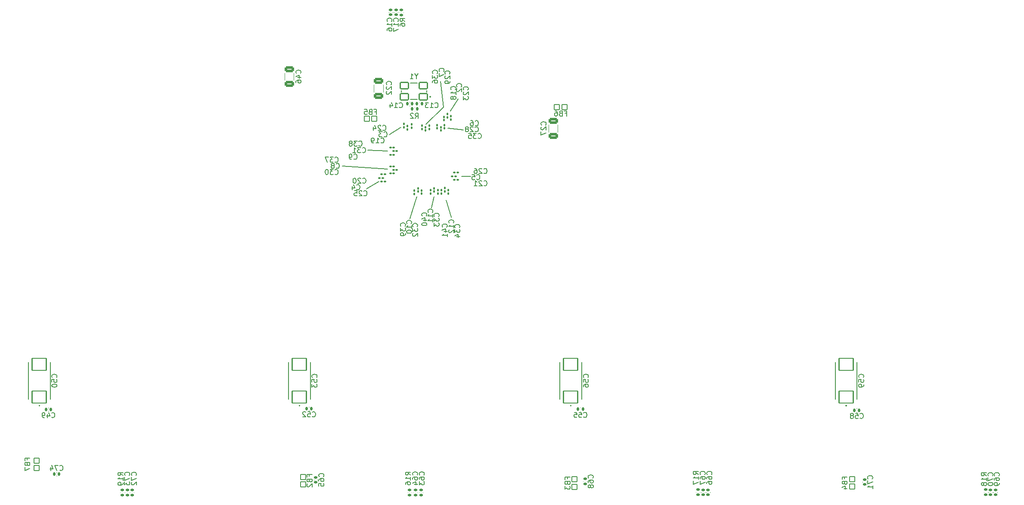
<source format=gbr>
%TF.GenerationSoftware,KiCad,Pcbnew,9.0.1*%
%TF.CreationDate,2025-04-09T10:48:47-05:00*%
%TF.ProjectId,DeskHub,4465736b-4875-4622-9e6b-696361645f70,rev?*%
%TF.SameCoordinates,Original*%
%TF.FileFunction,Legend,Bot*%
%TF.FilePolarity,Positive*%
%FSLAX46Y46*%
G04 Gerber Fmt 4.6, Leading zero omitted, Abs format (unit mm)*
G04 Created by KiCad (PCBNEW 9.0.1) date 2025-04-09 10:48:47*
%MOMM*%
%LPD*%
G01*
G04 APERTURE LIST*
G04 Aperture macros list*
%AMRoundRect*
0 Rectangle with rounded corners*
0 $1 Rounding radius*
0 $2 $3 $4 $5 $6 $7 $8 $9 X,Y pos of 4 corners*
0 Add a 4 corners polygon primitive as box body*
4,1,4,$2,$3,$4,$5,$6,$7,$8,$9,$2,$3,0*
0 Add four circle primitives for the rounded corners*
1,1,$1+$1,$2,$3*
1,1,$1+$1,$4,$5*
1,1,$1+$1,$6,$7*
1,1,$1+$1,$8,$9*
0 Add four rect primitives between the rounded corners*
20,1,$1+$1,$2,$3,$4,$5,0*
20,1,$1+$1,$4,$5,$6,$7,0*
20,1,$1+$1,$6,$7,$8,$9,0*
20,1,$1+$1,$8,$9,$2,$3,0*%
G04 Aperture macros list end*
%ADD10C,0.150000*%
%ADD11C,0.163000*%
%ADD12C,0.200000*%
%ADD13C,0.127000*%
%ADD14C,0.120000*%
%ADD15RoundRect,0.102000X1.400000X-1.200000X1.400000X1.200000X-1.400000X1.200000X-1.400000X-1.200000X0*%
%ADD16RoundRect,0.100000X0.100000X-0.130000X0.100000X0.130000X-0.100000X0.130000X-0.100000X-0.130000X0*%
%ADD17RoundRect,0.100000X-0.100000X0.130000X-0.100000X-0.130000X0.100000X-0.130000X0.100000X0.130000X0*%
%ADD18RoundRect,0.100000X0.130000X0.100000X-0.130000X0.100000X-0.130000X-0.100000X0.130000X-0.100000X0*%
%ADD19RoundRect,0.100000X-0.130000X-0.100000X0.130000X-0.100000X0.130000X0.100000X-0.130000X0.100000X0*%
%ADD20O,4.904000X2.204000*%
%ADD21O,2.204000X4.904000*%
%ADD22C,1.632000*%
%ADD23C,3.520000*%
%ADD24RoundRect,0.102000X0.485000X-0.500000X0.485000X0.500000X-0.485000X0.500000X-0.485000X-0.500000X0*%
%ADD25RoundRect,0.102000X0.800000X0.625000X-0.800000X0.625000X-0.800000X-0.625000X0.800000X-0.625000X0*%
%ADD26RoundRect,0.250000X-0.650000X0.325000X-0.650000X-0.325000X0.650000X-0.325000X0.650000X0.325000X0*%
%ADD27RoundRect,0.250000X0.650000X-0.325000X0.650000X0.325000X-0.650000X0.325000X-0.650000X-0.325000X0*%
%ADD28RoundRect,0.102000X0.500000X0.485000X-0.500000X0.485000X-0.500000X-0.485000X0.500000X-0.485000X0*%
%ADD29RoundRect,0.102000X-0.500000X-0.485000X0.500000X-0.485000X0.500000X0.485000X-0.500000X0.485000X0*%
%ADD30RoundRect,0.135000X0.185000X-0.135000X0.185000X0.135000X-0.185000X0.135000X-0.185000X-0.135000X0*%
%ADD31RoundRect,0.135000X-0.185000X0.135000X-0.185000X-0.135000X0.185000X-0.135000X0.185000X0.135000X0*%
%ADD32RoundRect,0.135000X0.135000X0.185000X-0.135000X0.185000X-0.135000X-0.185000X0.135000X-0.185000X0*%
%ADD33RoundRect,0.140000X-0.140000X-0.170000X0.140000X-0.170000X0.140000X0.170000X-0.140000X0.170000X0*%
%ADD34RoundRect,0.140000X0.170000X-0.140000X0.170000X0.140000X-0.170000X0.140000X-0.170000X-0.140000X0*%
%ADD35RoundRect,0.140000X-0.170000X0.140000X-0.170000X-0.140000X0.170000X-0.140000X0.170000X0.140000X0*%
%ADD36RoundRect,0.140000X0.140000X0.170000X-0.140000X0.170000X-0.140000X-0.170000X0.140000X-0.170000X0*%
G04 APERTURE END LIST*
D10*
X146700000Y-83300000D02*
X143250000Y-86700000D01*
X131600000Y-99400000D02*
X134050000Y-98000000D01*
X149650000Y-81750000D02*
X148050000Y-84100000D01*
X150650000Y-87800000D02*
X147600000Y-87500000D01*
X126850000Y-94950000D02*
X135750000Y-95550000D01*
X146100000Y-78300000D02*
X146700000Y-83300000D01*
X152100000Y-96950000D02*
X150250000Y-97000000D01*
X131850000Y-91800000D02*
X135700000Y-92000000D01*
X144900000Y-100950000D02*
X144350000Y-103150000D01*
X141450000Y-100950000D02*
X140100000Y-105300000D01*
X148250000Y-105000000D02*
X147250000Y-101600000D01*
X136050000Y-88750000D02*
X138350000Y-87350000D01*
X121769580Y-136547142D02*
X121817200Y-136499523D01*
X121817200Y-136499523D02*
X121864819Y-136356666D01*
X121864819Y-136356666D02*
X121864819Y-136261428D01*
X121864819Y-136261428D02*
X121817200Y-136118571D01*
X121817200Y-136118571D02*
X121721961Y-136023333D01*
X121721961Y-136023333D02*
X121626723Y-135975714D01*
X121626723Y-135975714D02*
X121436247Y-135928095D01*
X121436247Y-135928095D02*
X121293390Y-135928095D01*
X121293390Y-135928095D02*
X121102914Y-135975714D01*
X121102914Y-135975714D02*
X121007676Y-136023333D01*
X121007676Y-136023333D02*
X120912438Y-136118571D01*
X120912438Y-136118571D02*
X120864819Y-136261428D01*
X120864819Y-136261428D02*
X120864819Y-136356666D01*
X120864819Y-136356666D02*
X120912438Y-136499523D01*
X120912438Y-136499523D02*
X120960057Y-136547142D01*
X120864819Y-137451904D02*
X120864819Y-136975714D01*
X120864819Y-136975714D02*
X121341009Y-136928095D01*
X121341009Y-136928095D02*
X121293390Y-136975714D01*
X121293390Y-136975714D02*
X121245771Y-137070952D01*
X121245771Y-137070952D02*
X121245771Y-137309047D01*
X121245771Y-137309047D02*
X121293390Y-137404285D01*
X121293390Y-137404285D02*
X121341009Y-137451904D01*
X121341009Y-137451904D02*
X121436247Y-137499523D01*
X121436247Y-137499523D02*
X121674342Y-137499523D01*
X121674342Y-137499523D02*
X121769580Y-137451904D01*
X121769580Y-137451904D02*
X121817200Y-137404285D01*
X121817200Y-137404285D02*
X121864819Y-137309047D01*
X121864819Y-137309047D02*
X121864819Y-137070952D01*
X121864819Y-137070952D02*
X121817200Y-136975714D01*
X121817200Y-136975714D02*
X121769580Y-136928095D01*
X120864819Y-137832857D02*
X120864819Y-138451904D01*
X120864819Y-138451904D02*
X121245771Y-138118571D01*
X121245771Y-138118571D02*
X121245771Y-138261428D01*
X121245771Y-138261428D02*
X121293390Y-138356666D01*
X121293390Y-138356666D02*
X121341009Y-138404285D01*
X121341009Y-138404285D02*
X121436247Y-138451904D01*
X121436247Y-138451904D02*
X121674342Y-138451904D01*
X121674342Y-138451904D02*
X121769580Y-138404285D01*
X121769580Y-138404285D02*
X121817200Y-138356666D01*
X121817200Y-138356666D02*
X121864819Y-138261428D01*
X121864819Y-138261428D02*
X121864819Y-137975714D01*
X121864819Y-137975714D02*
X121817200Y-137880476D01*
X121817200Y-137880476D02*
X121769580Y-137832857D01*
X70619580Y-136547142D02*
X70667200Y-136499523D01*
X70667200Y-136499523D02*
X70714819Y-136356666D01*
X70714819Y-136356666D02*
X70714819Y-136261428D01*
X70714819Y-136261428D02*
X70667200Y-136118571D01*
X70667200Y-136118571D02*
X70571961Y-136023333D01*
X70571961Y-136023333D02*
X70476723Y-135975714D01*
X70476723Y-135975714D02*
X70286247Y-135928095D01*
X70286247Y-135928095D02*
X70143390Y-135928095D01*
X70143390Y-135928095D02*
X69952914Y-135975714D01*
X69952914Y-135975714D02*
X69857676Y-136023333D01*
X69857676Y-136023333D02*
X69762438Y-136118571D01*
X69762438Y-136118571D02*
X69714819Y-136261428D01*
X69714819Y-136261428D02*
X69714819Y-136356666D01*
X69714819Y-136356666D02*
X69762438Y-136499523D01*
X69762438Y-136499523D02*
X69810057Y-136547142D01*
X69714819Y-137451904D02*
X69714819Y-136975714D01*
X69714819Y-136975714D02*
X70191009Y-136928095D01*
X70191009Y-136928095D02*
X70143390Y-136975714D01*
X70143390Y-136975714D02*
X70095771Y-137070952D01*
X70095771Y-137070952D02*
X70095771Y-137309047D01*
X70095771Y-137309047D02*
X70143390Y-137404285D01*
X70143390Y-137404285D02*
X70191009Y-137451904D01*
X70191009Y-137451904D02*
X70286247Y-137499523D01*
X70286247Y-137499523D02*
X70524342Y-137499523D01*
X70524342Y-137499523D02*
X70619580Y-137451904D01*
X70619580Y-137451904D02*
X70667200Y-137404285D01*
X70667200Y-137404285D02*
X70714819Y-137309047D01*
X70714819Y-137309047D02*
X70714819Y-137070952D01*
X70714819Y-137070952D02*
X70667200Y-136975714D01*
X70667200Y-136975714D02*
X70619580Y-136928095D01*
X69714819Y-138118571D02*
X69714819Y-138213809D01*
X69714819Y-138213809D02*
X69762438Y-138309047D01*
X69762438Y-138309047D02*
X69810057Y-138356666D01*
X69810057Y-138356666D02*
X69905295Y-138404285D01*
X69905295Y-138404285D02*
X70095771Y-138451904D01*
X70095771Y-138451904D02*
X70333866Y-138451904D01*
X70333866Y-138451904D02*
X70524342Y-138404285D01*
X70524342Y-138404285D02*
X70619580Y-138356666D01*
X70619580Y-138356666D02*
X70667200Y-138309047D01*
X70667200Y-138309047D02*
X70714819Y-138213809D01*
X70714819Y-138213809D02*
X70714819Y-138118571D01*
X70714819Y-138118571D02*
X70667200Y-138023333D01*
X70667200Y-138023333D02*
X70619580Y-137975714D01*
X70619580Y-137975714D02*
X70524342Y-137928095D01*
X70524342Y-137928095D02*
X70333866Y-137880476D01*
X70333866Y-137880476D02*
X70095771Y-137880476D01*
X70095771Y-137880476D02*
X69905295Y-137928095D01*
X69905295Y-137928095D02*
X69810057Y-137975714D01*
X69810057Y-137975714D02*
X69762438Y-138023333D01*
X69762438Y-138023333D02*
X69714819Y-138118571D01*
X175119580Y-136547142D02*
X175167200Y-136499523D01*
X175167200Y-136499523D02*
X175214819Y-136356666D01*
X175214819Y-136356666D02*
X175214819Y-136261428D01*
X175214819Y-136261428D02*
X175167200Y-136118571D01*
X175167200Y-136118571D02*
X175071961Y-136023333D01*
X175071961Y-136023333D02*
X174976723Y-135975714D01*
X174976723Y-135975714D02*
X174786247Y-135928095D01*
X174786247Y-135928095D02*
X174643390Y-135928095D01*
X174643390Y-135928095D02*
X174452914Y-135975714D01*
X174452914Y-135975714D02*
X174357676Y-136023333D01*
X174357676Y-136023333D02*
X174262438Y-136118571D01*
X174262438Y-136118571D02*
X174214819Y-136261428D01*
X174214819Y-136261428D02*
X174214819Y-136356666D01*
X174214819Y-136356666D02*
X174262438Y-136499523D01*
X174262438Y-136499523D02*
X174310057Y-136547142D01*
X174214819Y-137451904D02*
X174214819Y-136975714D01*
X174214819Y-136975714D02*
X174691009Y-136928095D01*
X174691009Y-136928095D02*
X174643390Y-136975714D01*
X174643390Y-136975714D02*
X174595771Y-137070952D01*
X174595771Y-137070952D02*
X174595771Y-137309047D01*
X174595771Y-137309047D02*
X174643390Y-137404285D01*
X174643390Y-137404285D02*
X174691009Y-137451904D01*
X174691009Y-137451904D02*
X174786247Y-137499523D01*
X174786247Y-137499523D02*
X175024342Y-137499523D01*
X175024342Y-137499523D02*
X175119580Y-137451904D01*
X175119580Y-137451904D02*
X175167200Y-137404285D01*
X175167200Y-137404285D02*
X175214819Y-137309047D01*
X175214819Y-137309047D02*
X175214819Y-137070952D01*
X175214819Y-137070952D02*
X175167200Y-136975714D01*
X175167200Y-136975714D02*
X175119580Y-136928095D01*
X174214819Y-138356666D02*
X174214819Y-138166190D01*
X174214819Y-138166190D02*
X174262438Y-138070952D01*
X174262438Y-138070952D02*
X174310057Y-138023333D01*
X174310057Y-138023333D02*
X174452914Y-137928095D01*
X174452914Y-137928095D02*
X174643390Y-137880476D01*
X174643390Y-137880476D02*
X175024342Y-137880476D01*
X175024342Y-137880476D02*
X175119580Y-137928095D01*
X175119580Y-137928095D02*
X175167200Y-137975714D01*
X175167200Y-137975714D02*
X175214819Y-138070952D01*
X175214819Y-138070952D02*
X175214819Y-138261428D01*
X175214819Y-138261428D02*
X175167200Y-138356666D01*
X175167200Y-138356666D02*
X175119580Y-138404285D01*
X175119580Y-138404285D02*
X175024342Y-138451904D01*
X175024342Y-138451904D02*
X174786247Y-138451904D01*
X174786247Y-138451904D02*
X174691009Y-138404285D01*
X174691009Y-138404285D02*
X174643390Y-138356666D01*
X174643390Y-138356666D02*
X174595771Y-138261428D01*
X174595771Y-138261428D02*
X174595771Y-138070952D01*
X174595771Y-138070952D02*
X174643390Y-137975714D01*
X174643390Y-137975714D02*
X174691009Y-137928095D01*
X174691009Y-137928095D02*
X174786247Y-137880476D01*
X229269580Y-136547142D02*
X229317200Y-136499523D01*
X229317200Y-136499523D02*
X229364819Y-136356666D01*
X229364819Y-136356666D02*
X229364819Y-136261428D01*
X229364819Y-136261428D02*
X229317200Y-136118571D01*
X229317200Y-136118571D02*
X229221961Y-136023333D01*
X229221961Y-136023333D02*
X229126723Y-135975714D01*
X229126723Y-135975714D02*
X228936247Y-135928095D01*
X228936247Y-135928095D02*
X228793390Y-135928095D01*
X228793390Y-135928095D02*
X228602914Y-135975714D01*
X228602914Y-135975714D02*
X228507676Y-136023333D01*
X228507676Y-136023333D02*
X228412438Y-136118571D01*
X228412438Y-136118571D02*
X228364819Y-136261428D01*
X228364819Y-136261428D02*
X228364819Y-136356666D01*
X228364819Y-136356666D02*
X228412438Y-136499523D01*
X228412438Y-136499523D02*
X228460057Y-136547142D01*
X228364819Y-137451904D02*
X228364819Y-136975714D01*
X228364819Y-136975714D02*
X228841009Y-136928095D01*
X228841009Y-136928095D02*
X228793390Y-136975714D01*
X228793390Y-136975714D02*
X228745771Y-137070952D01*
X228745771Y-137070952D02*
X228745771Y-137309047D01*
X228745771Y-137309047D02*
X228793390Y-137404285D01*
X228793390Y-137404285D02*
X228841009Y-137451904D01*
X228841009Y-137451904D02*
X228936247Y-137499523D01*
X228936247Y-137499523D02*
X229174342Y-137499523D01*
X229174342Y-137499523D02*
X229269580Y-137451904D01*
X229269580Y-137451904D02*
X229317200Y-137404285D01*
X229317200Y-137404285D02*
X229364819Y-137309047D01*
X229364819Y-137309047D02*
X229364819Y-137070952D01*
X229364819Y-137070952D02*
X229317200Y-136975714D01*
X229317200Y-136975714D02*
X229269580Y-136928095D01*
X229364819Y-137975714D02*
X229364819Y-138166190D01*
X229364819Y-138166190D02*
X229317200Y-138261428D01*
X229317200Y-138261428D02*
X229269580Y-138309047D01*
X229269580Y-138309047D02*
X229126723Y-138404285D01*
X229126723Y-138404285D02*
X228936247Y-138451904D01*
X228936247Y-138451904D02*
X228555295Y-138451904D01*
X228555295Y-138451904D02*
X228460057Y-138404285D01*
X228460057Y-138404285D02*
X228412438Y-138356666D01*
X228412438Y-138356666D02*
X228364819Y-138261428D01*
X228364819Y-138261428D02*
X228364819Y-138070952D01*
X228364819Y-138070952D02*
X228412438Y-137975714D01*
X228412438Y-137975714D02*
X228460057Y-137928095D01*
X228460057Y-137928095D02*
X228555295Y-137880476D01*
X228555295Y-137880476D02*
X228793390Y-137880476D01*
X228793390Y-137880476D02*
X228888628Y-137928095D01*
X228888628Y-137928095D02*
X228936247Y-137975714D01*
X228936247Y-137975714D02*
X228983866Y-138070952D01*
X228983866Y-138070952D02*
X228983866Y-138261428D01*
X228983866Y-138261428D02*
X228936247Y-138356666D01*
X228936247Y-138356666D02*
X228888628Y-138404285D01*
X228888628Y-138404285D02*
X228793390Y-138451904D01*
X150209580Y-79333333D02*
X150257200Y-79285714D01*
X150257200Y-79285714D02*
X150304819Y-79142857D01*
X150304819Y-79142857D02*
X150304819Y-79047619D01*
X150304819Y-79047619D02*
X150257200Y-78904762D01*
X150257200Y-78904762D02*
X150161961Y-78809524D01*
X150161961Y-78809524D02*
X150066723Y-78761905D01*
X150066723Y-78761905D02*
X149876247Y-78714286D01*
X149876247Y-78714286D02*
X149733390Y-78714286D01*
X149733390Y-78714286D02*
X149542914Y-78761905D01*
X149542914Y-78761905D02*
X149447676Y-78809524D01*
X149447676Y-78809524D02*
X149352438Y-78904762D01*
X149352438Y-78904762D02*
X149304819Y-79047619D01*
X149304819Y-79047619D02*
X149304819Y-79142857D01*
X149304819Y-79142857D02*
X149352438Y-79285714D01*
X149352438Y-79285714D02*
X149400057Y-79333333D01*
X149400057Y-79714286D02*
X149352438Y-79761905D01*
X149352438Y-79761905D02*
X149304819Y-79857143D01*
X149304819Y-79857143D02*
X149304819Y-80095238D01*
X149304819Y-80095238D02*
X149352438Y-80190476D01*
X149352438Y-80190476D02*
X149400057Y-80238095D01*
X149400057Y-80238095D02*
X149495295Y-80285714D01*
X149495295Y-80285714D02*
X149590533Y-80285714D01*
X149590533Y-80285714D02*
X149733390Y-80238095D01*
X149733390Y-80238095D02*
X150304819Y-79666667D01*
X150304819Y-79666667D02*
X150304819Y-80285714D01*
X135016666Y-89109580D02*
X135064285Y-89157200D01*
X135064285Y-89157200D02*
X135207142Y-89204819D01*
X135207142Y-89204819D02*
X135302380Y-89204819D01*
X135302380Y-89204819D02*
X135445237Y-89157200D01*
X135445237Y-89157200D02*
X135540475Y-89061961D01*
X135540475Y-89061961D02*
X135588094Y-88966723D01*
X135588094Y-88966723D02*
X135635713Y-88776247D01*
X135635713Y-88776247D02*
X135635713Y-88633390D01*
X135635713Y-88633390D02*
X135588094Y-88442914D01*
X135588094Y-88442914D02*
X135540475Y-88347676D01*
X135540475Y-88347676D02*
X135445237Y-88252438D01*
X135445237Y-88252438D02*
X135302380Y-88204819D01*
X135302380Y-88204819D02*
X135207142Y-88204819D01*
X135207142Y-88204819D02*
X135064285Y-88252438D01*
X135064285Y-88252438D02*
X135016666Y-88300057D01*
X134683332Y-88204819D02*
X134064285Y-88204819D01*
X134064285Y-88204819D02*
X134397618Y-88585771D01*
X134397618Y-88585771D02*
X134254761Y-88585771D01*
X134254761Y-88585771D02*
X134159523Y-88633390D01*
X134159523Y-88633390D02*
X134111904Y-88681009D01*
X134111904Y-88681009D02*
X134064285Y-88776247D01*
X134064285Y-88776247D02*
X134064285Y-89014342D01*
X134064285Y-89014342D02*
X134111904Y-89109580D01*
X134111904Y-89109580D02*
X134159523Y-89157200D01*
X134159523Y-89157200D02*
X134254761Y-89204819D01*
X134254761Y-89204819D02*
X134540475Y-89204819D01*
X134540475Y-89204819D02*
X134635713Y-89157200D01*
X134635713Y-89157200D02*
X134683332Y-89109580D01*
X129666666Y-99509580D02*
X129714285Y-99557200D01*
X129714285Y-99557200D02*
X129857142Y-99604819D01*
X129857142Y-99604819D02*
X129952380Y-99604819D01*
X129952380Y-99604819D02*
X130095237Y-99557200D01*
X130095237Y-99557200D02*
X130190475Y-99461961D01*
X130190475Y-99461961D02*
X130238094Y-99366723D01*
X130238094Y-99366723D02*
X130285713Y-99176247D01*
X130285713Y-99176247D02*
X130285713Y-99033390D01*
X130285713Y-99033390D02*
X130238094Y-98842914D01*
X130238094Y-98842914D02*
X130190475Y-98747676D01*
X130190475Y-98747676D02*
X130095237Y-98652438D01*
X130095237Y-98652438D02*
X129952380Y-98604819D01*
X129952380Y-98604819D02*
X129857142Y-98604819D01*
X129857142Y-98604819D02*
X129714285Y-98652438D01*
X129714285Y-98652438D02*
X129666666Y-98700057D01*
X128809523Y-98938152D02*
X128809523Y-99604819D01*
X129047618Y-98557200D02*
X129285713Y-99271485D01*
X129285713Y-99271485D02*
X128666666Y-99271485D01*
X153260017Y-97521712D02*
X153307636Y-97569332D01*
X153307636Y-97569332D02*
X153450493Y-97616951D01*
X153450493Y-97616951D02*
X153545731Y-97616951D01*
X153545731Y-97616951D02*
X153688588Y-97569332D01*
X153688588Y-97569332D02*
X153783826Y-97474093D01*
X153783826Y-97474093D02*
X153831445Y-97378855D01*
X153831445Y-97378855D02*
X153879064Y-97188379D01*
X153879064Y-97188379D02*
X153879064Y-97045522D01*
X153879064Y-97045522D02*
X153831445Y-96855046D01*
X153831445Y-96855046D02*
X153783826Y-96759808D01*
X153783826Y-96759808D02*
X153688588Y-96664570D01*
X153688588Y-96664570D02*
X153545731Y-96616951D01*
X153545731Y-96616951D02*
X153450493Y-96616951D01*
X153450493Y-96616951D02*
X153307636Y-96664570D01*
X153307636Y-96664570D02*
X153260017Y-96712189D01*
X152355255Y-96616951D02*
X152831445Y-96616951D01*
X152831445Y-96616951D02*
X152879064Y-97093141D01*
X152879064Y-97093141D02*
X152831445Y-97045522D01*
X152831445Y-97045522D02*
X152736207Y-96997903D01*
X152736207Y-96997903D02*
X152498112Y-96997903D01*
X152498112Y-96997903D02*
X152402874Y-97045522D01*
X152402874Y-97045522D02*
X152355255Y-97093141D01*
X152355255Y-97093141D02*
X152307636Y-97188379D01*
X152307636Y-97188379D02*
X152307636Y-97426474D01*
X152307636Y-97426474D02*
X152355255Y-97521712D01*
X152355255Y-97521712D02*
X152402874Y-97569332D01*
X152402874Y-97569332D02*
X152498112Y-97616951D01*
X152498112Y-97616951D02*
X152736207Y-97616951D01*
X152736207Y-97616951D02*
X152831445Y-97569332D01*
X152831445Y-97569332D02*
X152879064Y-97521712D01*
X152966666Y-86909580D02*
X153014285Y-86957200D01*
X153014285Y-86957200D02*
X153157142Y-87004819D01*
X153157142Y-87004819D02*
X153252380Y-87004819D01*
X153252380Y-87004819D02*
X153395237Y-86957200D01*
X153395237Y-86957200D02*
X153490475Y-86861961D01*
X153490475Y-86861961D02*
X153538094Y-86766723D01*
X153538094Y-86766723D02*
X153585713Y-86576247D01*
X153585713Y-86576247D02*
X153585713Y-86433390D01*
X153585713Y-86433390D02*
X153538094Y-86242914D01*
X153538094Y-86242914D02*
X153490475Y-86147676D01*
X153490475Y-86147676D02*
X153395237Y-86052438D01*
X153395237Y-86052438D02*
X153252380Y-86004819D01*
X153252380Y-86004819D02*
X153157142Y-86004819D01*
X153157142Y-86004819D02*
X153014285Y-86052438D01*
X153014285Y-86052438D02*
X152966666Y-86100057D01*
X152109523Y-86004819D02*
X152299999Y-86004819D01*
X152299999Y-86004819D02*
X152395237Y-86052438D01*
X152395237Y-86052438D02*
X152442856Y-86100057D01*
X152442856Y-86100057D02*
X152538094Y-86242914D01*
X152538094Y-86242914D02*
X152585713Y-86433390D01*
X152585713Y-86433390D02*
X152585713Y-86814342D01*
X152585713Y-86814342D02*
X152538094Y-86909580D01*
X152538094Y-86909580D02*
X152490475Y-86957200D01*
X152490475Y-86957200D02*
X152395237Y-87004819D01*
X152395237Y-87004819D02*
X152204761Y-87004819D01*
X152204761Y-87004819D02*
X152109523Y-86957200D01*
X152109523Y-86957200D02*
X152061904Y-86909580D01*
X152061904Y-86909580D02*
X152014285Y-86814342D01*
X152014285Y-86814342D02*
X152014285Y-86576247D01*
X152014285Y-86576247D02*
X152061904Y-86481009D01*
X152061904Y-86481009D02*
X152109523Y-86433390D01*
X152109523Y-86433390D02*
X152204761Y-86385771D01*
X152204761Y-86385771D02*
X152395237Y-86385771D01*
X152395237Y-86385771D02*
X152490475Y-86433390D01*
X152490475Y-86433390D02*
X152538094Y-86481009D01*
X152538094Y-86481009D02*
X152585713Y-86576247D01*
X146759580Y-76333333D02*
X146807200Y-76285714D01*
X146807200Y-76285714D02*
X146854819Y-76142857D01*
X146854819Y-76142857D02*
X146854819Y-76047619D01*
X146854819Y-76047619D02*
X146807200Y-75904762D01*
X146807200Y-75904762D02*
X146711961Y-75809524D01*
X146711961Y-75809524D02*
X146616723Y-75761905D01*
X146616723Y-75761905D02*
X146426247Y-75714286D01*
X146426247Y-75714286D02*
X146283390Y-75714286D01*
X146283390Y-75714286D02*
X146092914Y-75761905D01*
X146092914Y-75761905D02*
X145997676Y-75809524D01*
X145997676Y-75809524D02*
X145902438Y-75904762D01*
X145902438Y-75904762D02*
X145854819Y-76047619D01*
X145854819Y-76047619D02*
X145854819Y-76142857D01*
X145854819Y-76142857D02*
X145902438Y-76285714D01*
X145902438Y-76285714D02*
X145950057Y-76333333D01*
X145854819Y-76666667D02*
X145854819Y-77333333D01*
X145854819Y-77333333D02*
X146854819Y-76904762D01*
X125616666Y-95309580D02*
X125664285Y-95357200D01*
X125664285Y-95357200D02*
X125807142Y-95404819D01*
X125807142Y-95404819D02*
X125902380Y-95404819D01*
X125902380Y-95404819D02*
X126045237Y-95357200D01*
X126045237Y-95357200D02*
X126140475Y-95261961D01*
X126140475Y-95261961D02*
X126188094Y-95166723D01*
X126188094Y-95166723D02*
X126235713Y-94976247D01*
X126235713Y-94976247D02*
X126235713Y-94833390D01*
X126235713Y-94833390D02*
X126188094Y-94642914D01*
X126188094Y-94642914D02*
X126140475Y-94547676D01*
X126140475Y-94547676D02*
X126045237Y-94452438D01*
X126045237Y-94452438D02*
X125902380Y-94404819D01*
X125902380Y-94404819D02*
X125807142Y-94404819D01*
X125807142Y-94404819D02*
X125664285Y-94452438D01*
X125664285Y-94452438D02*
X125616666Y-94500057D01*
X125045237Y-94833390D02*
X125140475Y-94785771D01*
X125140475Y-94785771D02*
X125188094Y-94738152D01*
X125188094Y-94738152D02*
X125235713Y-94642914D01*
X125235713Y-94642914D02*
X125235713Y-94595295D01*
X125235713Y-94595295D02*
X125188094Y-94500057D01*
X125188094Y-94500057D02*
X125140475Y-94452438D01*
X125140475Y-94452438D02*
X125045237Y-94404819D01*
X125045237Y-94404819D02*
X124854761Y-94404819D01*
X124854761Y-94404819D02*
X124759523Y-94452438D01*
X124759523Y-94452438D02*
X124711904Y-94500057D01*
X124711904Y-94500057D02*
X124664285Y-94595295D01*
X124664285Y-94595295D02*
X124664285Y-94642914D01*
X124664285Y-94642914D02*
X124711904Y-94738152D01*
X124711904Y-94738152D02*
X124759523Y-94785771D01*
X124759523Y-94785771D02*
X124854761Y-94833390D01*
X124854761Y-94833390D02*
X125045237Y-94833390D01*
X125045237Y-94833390D02*
X125140475Y-94881009D01*
X125140475Y-94881009D02*
X125188094Y-94928628D01*
X125188094Y-94928628D02*
X125235713Y-95023866D01*
X125235713Y-95023866D02*
X125235713Y-95214342D01*
X125235713Y-95214342D02*
X125188094Y-95309580D01*
X125188094Y-95309580D02*
X125140475Y-95357200D01*
X125140475Y-95357200D02*
X125045237Y-95404819D01*
X125045237Y-95404819D02*
X124854761Y-95404819D01*
X124854761Y-95404819D02*
X124759523Y-95357200D01*
X124759523Y-95357200D02*
X124711904Y-95309580D01*
X124711904Y-95309580D02*
X124664285Y-95214342D01*
X124664285Y-95214342D02*
X124664285Y-95023866D01*
X124664285Y-95023866D02*
X124711904Y-94928628D01*
X124711904Y-94928628D02*
X124759523Y-94881009D01*
X124759523Y-94881009D02*
X124854761Y-94833390D01*
X129116666Y-93509580D02*
X129164285Y-93557200D01*
X129164285Y-93557200D02*
X129307142Y-93604819D01*
X129307142Y-93604819D02*
X129402380Y-93604819D01*
X129402380Y-93604819D02*
X129545237Y-93557200D01*
X129545237Y-93557200D02*
X129640475Y-93461961D01*
X129640475Y-93461961D02*
X129688094Y-93366723D01*
X129688094Y-93366723D02*
X129735713Y-93176247D01*
X129735713Y-93176247D02*
X129735713Y-93033390D01*
X129735713Y-93033390D02*
X129688094Y-92842914D01*
X129688094Y-92842914D02*
X129640475Y-92747676D01*
X129640475Y-92747676D02*
X129545237Y-92652438D01*
X129545237Y-92652438D02*
X129402380Y-92604819D01*
X129402380Y-92604819D02*
X129307142Y-92604819D01*
X129307142Y-92604819D02*
X129164285Y-92652438D01*
X129164285Y-92652438D02*
X129116666Y-92700057D01*
X128640475Y-93604819D02*
X128449999Y-93604819D01*
X128449999Y-93604819D02*
X128354761Y-93557200D01*
X128354761Y-93557200D02*
X128307142Y-93509580D01*
X128307142Y-93509580D02*
X128211904Y-93366723D01*
X128211904Y-93366723D02*
X128164285Y-93176247D01*
X128164285Y-93176247D02*
X128164285Y-92795295D01*
X128164285Y-92795295D02*
X128211904Y-92700057D01*
X128211904Y-92700057D02*
X128259523Y-92652438D01*
X128259523Y-92652438D02*
X128354761Y-92604819D01*
X128354761Y-92604819D02*
X128545237Y-92604819D01*
X128545237Y-92604819D02*
X128640475Y-92652438D01*
X128640475Y-92652438D02*
X128688094Y-92700057D01*
X128688094Y-92700057D02*
X128735713Y-92795295D01*
X128735713Y-92795295D02*
X128735713Y-93033390D01*
X128735713Y-93033390D02*
X128688094Y-93128628D01*
X128688094Y-93128628D02*
X128640475Y-93176247D01*
X128640475Y-93176247D02*
X128545237Y-93223866D01*
X128545237Y-93223866D02*
X128354761Y-93223866D01*
X128354761Y-93223866D02*
X128259523Y-93176247D01*
X128259523Y-93176247D02*
X128211904Y-93128628D01*
X128211904Y-93128628D02*
X128164285Y-93033390D01*
X140359580Y-106257142D02*
X140407200Y-106209523D01*
X140407200Y-106209523D02*
X140454819Y-106066666D01*
X140454819Y-106066666D02*
X140454819Y-105971428D01*
X140454819Y-105971428D02*
X140407200Y-105828571D01*
X140407200Y-105828571D02*
X140311961Y-105733333D01*
X140311961Y-105733333D02*
X140216723Y-105685714D01*
X140216723Y-105685714D02*
X140026247Y-105638095D01*
X140026247Y-105638095D02*
X139883390Y-105638095D01*
X139883390Y-105638095D02*
X139692914Y-105685714D01*
X139692914Y-105685714D02*
X139597676Y-105733333D01*
X139597676Y-105733333D02*
X139502438Y-105828571D01*
X139502438Y-105828571D02*
X139454819Y-105971428D01*
X139454819Y-105971428D02*
X139454819Y-106066666D01*
X139454819Y-106066666D02*
X139502438Y-106209523D01*
X139502438Y-106209523D02*
X139550057Y-106257142D01*
X140454819Y-107209523D02*
X140454819Y-106638095D01*
X140454819Y-106923809D02*
X139454819Y-106923809D01*
X139454819Y-106923809D02*
X139597676Y-106828571D01*
X139597676Y-106828571D02*
X139692914Y-106733333D01*
X139692914Y-106733333D02*
X139740533Y-106638095D01*
X139454819Y-107828571D02*
X139454819Y-107923809D01*
X139454819Y-107923809D02*
X139502438Y-108019047D01*
X139502438Y-108019047D02*
X139550057Y-108066666D01*
X139550057Y-108066666D02*
X139645295Y-108114285D01*
X139645295Y-108114285D02*
X139835771Y-108161904D01*
X139835771Y-108161904D02*
X140073866Y-108161904D01*
X140073866Y-108161904D02*
X140264342Y-108114285D01*
X140264342Y-108114285D02*
X140359580Y-108066666D01*
X140359580Y-108066666D02*
X140407200Y-108019047D01*
X140407200Y-108019047D02*
X140454819Y-107923809D01*
X140454819Y-107923809D02*
X140454819Y-107828571D01*
X140454819Y-107828571D02*
X140407200Y-107733333D01*
X140407200Y-107733333D02*
X140359580Y-107685714D01*
X140359580Y-107685714D02*
X140264342Y-107638095D01*
X140264342Y-107638095D02*
X140073866Y-107590476D01*
X140073866Y-107590476D02*
X139835771Y-107590476D01*
X139835771Y-107590476D02*
X139645295Y-107638095D01*
X139645295Y-107638095D02*
X139550057Y-107685714D01*
X139550057Y-107685714D02*
X139502438Y-107733333D01*
X139502438Y-107733333D02*
X139454819Y-107828571D01*
X144559580Y-104057142D02*
X144607200Y-104009523D01*
X144607200Y-104009523D02*
X144654819Y-103866666D01*
X144654819Y-103866666D02*
X144654819Y-103771428D01*
X144654819Y-103771428D02*
X144607200Y-103628571D01*
X144607200Y-103628571D02*
X144511961Y-103533333D01*
X144511961Y-103533333D02*
X144416723Y-103485714D01*
X144416723Y-103485714D02*
X144226247Y-103438095D01*
X144226247Y-103438095D02*
X144083390Y-103438095D01*
X144083390Y-103438095D02*
X143892914Y-103485714D01*
X143892914Y-103485714D02*
X143797676Y-103533333D01*
X143797676Y-103533333D02*
X143702438Y-103628571D01*
X143702438Y-103628571D02*
X143654819Y-103771428D01*
X143654819Y-103771428D02*
X143654819Y-103866666D01*
X143654819Y-103866666D02*
X143702438Y-104009523D01*
X143702438Y-104009523D02*
X143750057Y-104057142D01*
X144654819Y-105009523D02*
X144654819Y-104438095D01*
X144654819Y-104723809D02*
X143654819Y-104723809D01*
X143654819Y-104723809D02*
X143797676Y-104628571D01*
X143797676Y-104628571D02*
X143892914Y-104533333D01*
X143892914Y-104533333D02*
X143940533Y-104438095D01*
X144654819Y-105961904D02*
X144654819Y-105390476D01*
X144654819Y-105676190D02*
X143654819Y-105676190D01*
X143654819Y-105676190D02*
X143797676Y-105580952D01*
X143797676Y-105580952D02*
X143892914Y-105485714D01*
X143892914Y-105485714D02*
X143940533Y-105390476D01*
X148659580Y-106157142D02*
X148707200Y-106109523D01*
X148707200Y-106109523D02*
X148754819Y-105966666D01*
X148754819Y-105966666D02*
X148754819Y-105871428D01*
X148754819Y-105871428D02*
X148707200Y-105728571D01*
X148707200Y-105728571D02*
X148611961Y-105633333D01*
X148611961Y-105633333D02*
X148516723Y-105585714D01*
X148516723Y-105585714D02*
X148326247Y-105538095D01*
X148326247Y-105538095D02*
X148183390Y-105538095D01*
X148183390Y-105538095D02*
X147992914Y-105585714D01*
X147992914Y-105585714D02*
X147897676Y-105633333D01*
X147897676Y-105633333D02*
X147802438Y-105728571D01*
X147802438Y-105728571D02*
X147754819Y-105871428D01*
X147754819Y-105871428D02*
X147754819Y-105966666D01*
X147754819Y-105966666D02*
X147802438Y-106109523D01*
X147802438Y-106109523D02*
X147850057Y-106157142D01*
X148754819Y-107109523D02*
X148754819Y-106538095D01*
X148754819Y-106823809D02*
X147754819Y-106823809D01*
X147754819Y-106823809D02*
X147897676Y-106728571D01*
X147897676Y-106728571D02*
X147992914Y-106633333D01*
X147992914Y-106633333D02*
X148040533Y-106538095D01*
X147850057Y-107490476D02*
X147802438Y-107538095D01*
X147802438Y-107538095D02*
X147754819Y-107633333D01*
X147754819Y-107633333D02*
X147754819Y-107871428D01*
X147754819Y-107871428D02*
X147802438Y-107966666D01*
X147802438Y-107966666D02*
X147850057Y-108014285D01*
X147850057Y-108014285D02*
X147945295Y-108061904D01*
X147945295Y-108061904D02*
X148040533Y-108061904D01*
X148040533Y-108061904D02*
X148183390Y-108014285D01*
X148183390Y-108014285D02*
X148754819Y-107442857D01*
X148754819Y-107442857D02*
X148754819Y-108061904D01*
X149059580Y-79907142D02*
X149107200Y-79859523D01*
X149107200Y-79859523D02*
X149154819Y-79716666D01*
X149154819Y-79716666D02*
X149154819Y-79621428D01*
X149154819Y-79621428D02*
X149107200Y-79478571D01*
X149107200Y-79478571D02*
X149011961Y-79383333D01*
X149011961Y-79383333D02*
X148916723Y-79335714D01*
X148916723Y-79335714D02*
X148726247Y-79288095D01*
X148726247Y-79288095D02*
X148583390Y-79288095D01*
X148583390Y-79288095D02*
X148392914Y-79335714D01*
X148392914Y-79335714D02*
X148297676Y-79383333D01*
X148297676Y-79383333D02*
X148202438Y-79478571D01*
X148202438Y-79478571D02*
X148154819Y-79621428D01*
X148154819Y-79621428D02*
X148154819Y-79716666D01*
X148154819Y-79716666D02*
X148202438Y-79859523D01*
X148202438Y-79859523D02*
X148250057Y-79907142D01*
X149154819Y-80859523D02*
X149154819Y-80288095D01*
X149154819Y-80573809D02*
X148154819Y-80573809D01*
X148154819Y-80573809D02*
X148297676Y-80478571D01*
X148297676Y-80478571D02*
X148392914Y-80383333D01*
X148392914Y-80383333D02*
X148440533Y-80288095D01*
X148583390Y-81430952D02*
X148535771Y-81335714D01*
X148535771Y-81335714D02*
X148488152Y-81288095D01*
X148488152Y-81288095D02*
X148392914Y-81240476D01*
X148392914Y-81240476D02*
X148345295Y-81240476D01*
X148345295Y-81240476D02*
X148250057Y-81288095D01*
X148250057Y-81288095D02*
X148202438Y-81335714D01*
X148202438Y-81335714D02*
X148154819Y-81430952D01*
X148154819Y-81430952D02*
X148154819Y-81621428D01*
X148154819Y-81621428D02*
X148202438Y-81716666D01*
X148202438Y-81716666D02*
X148250057Y-81764285D01*
X148250057Y-81764285D02*
X148345295Y-81811904D01*
X148345295Y-81811904D02*
X148392914Y-81811904D01*
X148392914Y-81811904D02*
X148488152Y-81764285D01*
X148488152Y-81764285D02*
X148535771Y-81716666D01*
X148535771Y-81716666D02*
X148583390Y-81621428D01*
X148583390Y-81621428D02*
X148583390Y-81430952D01*
X148583390Y-81430952D02*
X148631009Y-81335714D01*
X148631009Y-81335714D02*
X148678628Y-81288095D01*
X148678628Y-81288095D02*
X148773866Y-81240476D01*
X148773866Y-81240476D02*
X148964342Y-81240476D01*
X148964342Y-81240476D02*
X149059580Y-81288095D01*
X149059580Y-81288095D02*
X149107200Y-81335714D01*
X149107200Y-81335714D02*
X149154819Y-81430952D01*
X149154819Y-81430952D02*
X149154819Y-81621428D01*
X149154819Y-81621428D02*
X149107200Y-81716666D01*
X149107200Y-81716666D02*
X149059580Y-81764285D01*
X149059580Y-81764285D02*
X148964342Y-81811904D01*
X148964342Y-81811904D02*
X148773866Y-81811904D01*
X148773866Y-81811904D02*
X148678628Y-81764285D01*
X148678628Y-81764285D02*
X148631009Y-81716666D01*
X148631009Y-81716666D02*
X148583390Y-81621428D01*
X134432197Y-90311663D02*
X134479816Y-90359283D01*
X134479816Y-90359283D02*
X134622673Y-90406902D01*
X134622673Y-90406902D02*
X134717911Y-90406902D01*
X134717911Y-90406902D02*
X134860768Y-90359283D01*
X134860768Y-90359283D02*
X134956006Y-90264044D01*
X134956006Y-90264044D02*
X135003625Y-90168806D01*
X135003625Y-90168806D02*
X135051244Y-89978330D01*
X135051244Y-89978330D02*
X135051244Y-89835473D01*
X135051244Y-89835473D02*
X135003625Y-89644997D01*
X135003625Y-89644997D02*
X134956006Y-89549759D01*
X134956006Y-89549759D02*
X134860768Y-89454521D01*
X134860768Y-89454521D02*
X134717911Y-89406902D01*
X134717911Y-89406902D02*
X134622673Y-89406902D01*
X134622673Y-89406902D02*
X134479816Y-89454521D01*
X134479816Y-89454521D02*
X134432197Y-89502140D01*
X133479816Y-90406902D02*
X134051244Y-90406902D01*
X133765530Y-90406902D02*
X133765530Y-89406902D01*
X133765530Y-89406902D02*
X133860768Y-89549759D01*
X133860768Y-89549759D02*
X133956006Y-89644997D01*
X133956006Y-89644997D02*
X134051244Y-89692616D01*
X133003625Y-90406902D02*
X132813149Y-90406902D01*
X132813149Y-90406902D02*
X132717911Y-90359283D01*
X132717911Y-90359283D02*
X132670292Y-90311663D01*
X132670292Y-90311663D02*
X132575054Y-90168806D01*
X132575054Y-90168806D02*
X132527435Y-89978330D01*
X132527435Y-89978330D02*
X132527435Y-89597378D01*
X132527435Y-89597378D02*
X132575054Y-89502140D01*
X132575054Y-89502140D02*
X132622673Y-89454521D01*
X132622673Y-89454521D02*
X132717911Y-89406902D01*
X132717911Y-89406902D02*
X132908387Y-89406902D01*
X132908387Y-89406902D02*
X133003625Y-89454521D01*
X133003625Y-89454521D02*
X133051244Y-89502140D01*
X133051244Y-89502140D02*
X133098863Y-89597378D01*
X133098863Y-89597378D02*
X133098863Y-89835473D01*
X133098863Y-89835473D02*
X133051244Y-89930711D01*
X133051244Y-89930711D02*
X133003625Y-89978330D01*
X133003625Y-89978330D02*
X132908387Y-90025949D01*
X132908387Y-90025949D02*
X132717911Y-90025949D01*
X132717911Y-90025949D02*
X132622673Y-89978330D01*
X132622673Y-89978330D02*
X132575054Y-89930711D01*
X132575054Y-89930711D02*
X132527435Y-89835473D01*
X130849964Y-98236789D02*
X130897583Y-98284409D01*
X130897583Y-98284409D02*
X131040440Y-98332028D01*
X131040440Y-98332028D02*
X131135678Y-98332028D01*
X131135678Y-98332028D02*
X131278535Y-98284409D01*
X131278535Y-98284409D02*
X131373773Y-98189170D01*
X131373773Y-98189170D02*
X131421392Y-98093932D01*
X131421392Y-98093932D02*
X131469011Y-97903456D01*
X131469011Y-97903456D02*
X131469011Y-97760599D01*
X131469011Y-97760599D02*
X131421392Y-97570123D01*
X131421392Y-97570123D02*
X131373773Y-97474885D01*
X131373773Y-97474885D02*
X131278535Y-97379647D01*
X131278535Y-97379647D02*
X131135678Y-97332028D01*
X131135678Y-97332028D02*
X131040440Y-97332028D01*
X131040440Y-97332028D02*
X130897583Y-97379647D01*
X130897583Y-97379647D02*
X130849964Y-97427266D01*
X130469011Y-97427266D02*
X130421392Y-97379647D01*
X130421392Y-97379647D02*
X130326154Y-97332028D01*
X130326154Y-97332028D02*
X130088059Y-97332028D01*
X130088059Y-97332028D02*
X129992821Y-97379647D01*
X129992821Y-97379647D02*
X129945202Y-97427266D01*
X129945202Y-97427266D02*
X129897583Y-97522504D01*
X129897583Y-97522504D02*
X129897583Y-97617742D01*
X129897583Y-97617742D02*
X129945202Y-97760599D01*
X129945202Y-97760599D02*
X130516630Y-98332028D01*
X130516630Y-98332028D02*
X129897583Y-98332028D01*
X129278535Y-97332028D02*
X129183297Y-97332028D01*
X129183297Y-97332028D02*
X129088059Y-97379647D01*
X129088059Y-97379647D02*
X129040440Y-97427266D01*
X129040440Y-97427266D02*
X128992821Y-97522504D01*
X128992821Y-97522504D02*
X128945202Y-97712980D01*
X128945202Y-97712980D02*
X128945202Y-97951075D01*
X128945202Y-97951075D02*
X128992821Y-98141551D01*
X128992821Y-98141551D02*
X129040440Y-98236789D01*
X129040440Y-98236789D02*
X129088059Y-98284409D01*
X129088059Y-98284409D02*
X129183297Y-98332028D01*
X129183297Y-98332028D02*
X129278535Y-98332028D01*
X129278535Y-98332028D02*
X129373773Y-98284409D01*
X129373773Y-98284409D02*
X129421392Y-98236789D01*
X129421392Y-98236789D02*
X129469011Y-98141551D01*
X129469011Y-98141551D02*
X129516630Y-97951075D01*
X129516630Y-97951075D02*
X129516630Y-97712980D01*
X129516630Y-97712980D02*
X129469011Y-97522504D01*
X129469011Y-97522504D02*
X129421392Y-97427266D01*
X129421392Y-97427266D02*
X129373773Y-97379647D01*
X129373773Y-97379647D02*
X129278535Y-97332028D01*
X154655447Y-98723794D02*
X154703066Y-98771414D01*
X154703066Y-98771414D02*
X154845923Y-98819033D01*
X154845923Y-98819033D02*
X154941161Y-98819033D01*
X154941161Y-98819033D02*
X155084018Y-98771414D01*
X155084018Y-98771414D02*
X155179256Y-98676175D01*
X155179256Y-98676175D02*
X155226875Y-98580937D01*
X155226875Y-98580937D02*
X155274494Y-98390461D01*
X155274494Y-98390461D02*
X155274494Y-98247604D01*
X155274494Y-98247604D02*
X155226875Y-98057128D01*
X155226875Y-98057128D02*
X155179256Y-97961890D01*
X155179256Y-97961890D02*
X155084018Y-97866652D01*
X155084018Y-97866652D02*
X154941161Y-97819033D01*
X154941161Y-97819033D02*
X154845923Y-97819033D01*
X154845923Y-97819033D02*
X154703066Y-97866652D01*
X154703066Y-97866652D02*
X154655447Y-97914271D01*
X154274494Y-97914271D02*
X154226875Y-97866652D01*
X154226875Y-97866652D02*
X154131637Y-97819033D01*
X154131637Y-97819033D02*
X153893542Y-97819033D01*
X153893542Y-97819033D02*
X153798304Y-97866652D01*
X153798304Y-97866652D02*
X153750685Y-97914271D01*
X153750685Y-97914271D02*
X153703066Y-98009509D01*
X153703066Y-98009509D02*
X153703066Y-98104747D01*
X153703066Y-98104747D02*
X153750685Y-98247604D01*
X153750685Y-98247604D02*
X154322113Y-98819033D01*
X154322113Y-98819033D02*
X153703066Y-98819033D01*
X152750685Y-98819033D02*
X153322113Y-98819033D01*
X153036399Y-98819033D02*
X153036399Y-97819033D01*
X153036399Y-97819033D02*
X153131637Y-97961890D01*
X153131637Y-97961890D02*
X153226875Y-98057128D01*
X153226875Y-98057128D02*
X153322113Y-98104747D01*
X151509580Y-79957142D02*
X151557200Y-79909523D01*
X151557200Y-79909523D02*
X151604819Y-79766666D01*
X151604819Y-79766666D02*
X151604819Y-79671428D01*
X151604819Y-79671428D02*
X151557200Y-79528571D01*
X151557200Y-79528571D02*
X151461961Y-79433333D01*
X151461961Y-79433333D02*
X151366723Y-79385714D01*
X151366723Y-79385714D02*
X151176247Y-79338095D01*
X151176247Y-79338095D02*
X151033390Y-79338095D01*
X151033390Y-79338095D02*
X150842914Y-79385714D01*
X150842914Y-79385714D02*
X150747676Y-79433333D01*
X150747676Y-79433333D02*
X150652438Y-79528571D01*
X150652438Y-79528571D02*
X150604819Y-79671428D01*
X150604819Y-79671428D02*
X150604819Y-79766666D01*
X150604819Y-79766666D02*
X150652438Y-79909523D01*
X150652438Y-79909523D02*
X150700057Y-79957142D01*
X150700057Y-80338095D02*
X150652438Y-80385714D01*
X150652438Y-80385714D02*
X150604819Y-80480952D01*
X150604819Y-80480952D02*
X150604819Y-80719047D01*
X150604819Y-80719047D02*
X150652438Y-80814285D01*
X150652438Y-80814285D02*
X150700057Y-80861904D01*
X150700057Y-80861904D02*
X150795295Y-80909523D01*
X150795295Y-80909523D02*
X150890533Y-80909523D01*
X150890533Y-80909523D02*
X151033390Y-80861904D01*
X151033390Y-80861904D02*
X151604819Y-80290476D01*
X151604819Y-80290476D02*
X151604819Y-80909523D01*
X150604819Y-81242857D02*
X150604819Y-81861904D01*
X150604819Y-81861904D02*
X150985771Y-81528571D01*
X150985771Y-81528571D02*
X150985771Y-81671428D01*
X150985771Y-81671428D02*
X151033390Y-81766666D01*
X151033390Y-81766666D02*
X151081009Y-81814285D01*
X151081009Y-81814285D02*
X151176247Y-81861904D01*
X151176247Y-81861904D02*
X151414342Y-81861904D01*
X151414342Y-81861904D02*
X151509580Y-81814285D01*
X151509580Y-81814285D02*
X151557200Y-81766666D01*
X151557200Y-81766666D02*
X151604819Y-81671428D01*
X151604819Y-81671428D02*
X151604819Y-81385714D01*
X151604819Y-81385714D02*
X151557200Y-81290476D01*
X151557200Y-81290476D02*
X151509580Y-81242857D01*
X134785751Y-87836788D02*
X134833370Y-87884408D01*
X134833370Y-87884408D02*
X134976227Y-87932027D01*
X134976227Y-87932027D02*
X135071465Y-87932027D01*
X135071465Y-87932027D02*
X135214322Y-87884408D01*
X135214322Y-87884408D02*
X135309560Y-87789169D01*
X135309560Y-87789169D02*
X135357179Y-87693931D01*
X135357179Y-87693931D02*
X135404798Y-87503455D01*
X135404798Y-87503455D02*
X135404798Y-87360598D01*
X135404798Y-87360598D02*
X135357179Y-87170122D01*
X135357179Y-87170122D02*
X135309560Y-87074884D01*
X135309560Y-87074884D02*
X135214322Y-86979646D01*
X135214322Y-86979646D02*
X135071465Y-86932027D01*
X135071465Y-86932027D02*
X134976227Y-86932027D01*
X134976227Y-86932027D02*
X134833370Y-86979646D01*
X134833370Y-86979646D02*
X134785751Y-87027265D01*
X134404798Y-87027265D02*
X134357179Y-86979646D01*
X134357179Y-86979646D02*
X134261941Y-86932027D01*
X134261941Y-86932027D02*
X134023846Y-86932027D01*
X134023846Y-86932027D02*
X133928608Y-86979646D01*
X133928608Y-86979646D02*
X133880989Y-87027265D01*
X133880989Y-87027265D02*
X133833370Y-87122503D01*
X133833370Y-87122503D02*
X133833370Y-87217741D01*
X133833370Y-87217741D02*
X133880989Y-87360598D01*
X133880989Y-87360598D02*
X134452417Y-87932027D01*
X134452417Y-87932027D02*
X133833370Y-87932027D01*
X132976227Y-87265360D02*
X132976227Y-87932027D01*
X133214322Y-86884408D02*
X133452417Y-87598693D01*
X133452417Y-87598693D02*
X132833370Y-87598693D01*
X131062096Y-100711662D02*
X131109715Y-100759282D01*
X131109715Y-100759282D02*
X131252572Y-100806901D01*
X131252572Y-100806901D02*
X131347810Y-100806901D01*
X131347810Y-100806901D02*
X131490667Y-100759282D01*
X131490667Y-100759282D02*
X131585905Y-100664043D01*
X131585905Y-100664043D02*
X131633524Y-100568805D01*
X131633524Y-100568805D02*
X131681143Y-100378329D01*
X131681143Y-100378329D02*
X131681143Y-100235472D01*
X131681143Y-100235472D02*
X131633524Y-100044996D01*
X131633524Y-100044996D02*
X131585905Y-99949758D01*
X131585905Y-99949758D02*
X131490667Y-99854520D01*
X131490667Y-99854520D02*
X131347810Y-99806901D01*
X131347810Y-99806901D02*
X131252572Y-99806901D01*
X131252572Y-99806901D02*
X131109715Y-99854520D01*
X131109715Y-99854520D02*
X131062096Y-99902139D01*
X130681143Y-99902139D02*
X130633524Y-99854520D01*
X130633524Y-99854520D02*
X130538286Y-99806901D01*
X130538286Y-99806901D02*
X130300191Y-99806901D01*
X130300191Y-99806901D02*
X130204953Y-99854520D01*
X130204953Y-99854520D02*
X130157334Y-99902139D01*
X130157334Y-99902139D02*
X130109715Y-99997377D01*
X130109715Y-99997377D02*
X130109715Y-100092615D01*
X130109715Y-100092615D02*
X130157334Y-100235472D01*
X130157334Y-100235472D02*
X130728762Y-100806901D01*
X130728762Y-100806901D02*
X130109715Y-100806901D01*
X129204953Y-99806901D02*
X129681143Y-99806901D01*
X129681143Y-99806901D02*
X129728762Y-100283091D01*
X129728762Y-100283091D02*
X129681143Y-100235472D01*
X129681143Y-100235472D02*
X129585905Y-100187853D01*
X129585905Y-100187853D02*
X129347810Y-100187853D01*
X129347810Y-100187853D02*
X129252572Y-100235472D01*
X129252572Y-100235472D02*
X129204953Y-100283091D01*
X129204953Y-100283091D02*
X129157334Y-100378329D01*
X129157334Y-100378329D02*
X129157334Y-100616424D01*
X129157334Y-100616424D02*
X129204953Y-100711662D01*
X129204953Y-100711662D02*
X129252572Y-100759282D01*
X129252572Y-100759282D02*
X129347810Y-100806901D01*
X129347810Y-100806901D02*
X129585905Y-100806901D01*
X129585905Y-100806901D02*
X129681143Y-100759282D01*
X129681143Y-100759282D02*
X129728762Y-100711662D01*
X154655447Y-96319630D02*
X154703066Y-96367250D01*
X154703066Y-96367250D02*
X154845923Y-96414869D01*
X154845923Y-96414869D02*
X154941161Y-96414869D01*
X154941161Y-96414869D02*
X155084018Y-96367250D01*
X155084018Y-96367250D02*
X155179256Y-96272011D01*
X155179256Y-96272011D02*
X155226875Y-96176773D01*
X155226875Y-96176773D02*
X155274494Y-95986297D01*
X155274494Y-95986297D02*
X155274494Y-95843440D01*
X155274494Y-95843440D02*
X155226875Y-95652964D01*
X155226875Y-95652964D02*
X155179256Y-95557726D01*
X155179256Y-95557726D02*
X155084018Y-95462488D01*
X155084018Y-95462488D02*
X154941161Y-95414869D01*
X154941161Y-95414869D02*
X154845923Y-95414869D01*
X154845923Y-95414869D02*
X154703066Y-95462488D01*
X154703066Y-95462488D02*
X154655447Y-95510107D01*
X154274494Y-95510107D02*
X154226875Y-95462488D01*
X154226875Y-95462488D02*
X154131637Y-95414869D01*
X154131637Y-95414869D02*
X153893542Y-95414869D01*
X153893542Y-95414869D02*
X153798304Y-95462488D01*
X153798304Y-95462488D02*
X153750685Y-95510107D01*
X153750685Y-95510107D02*
X153703066Y-95605345D01*
X153703066Y-95605345D02*
X153703066Y-95700583D01*
X153703066Y-95700583D02*
X153750685Y-95843440D01*
X153750685Y-95843440D02*
X154322113Y-96414869D01*
X154322113Y-96414869D02*
X153703066Y-96414869D01*
X152845923Y-95414869D02*
X153036399Y-95414869D01*
X153036399Y-95414869D02*
X153131637Y-95462488D01*
X153131637Y-95462488D02*
X153179256Y-95510107D01*
X153179256Y-95510107D02*
X153274494Y-95652964D01*
X153274494Y-95652964D02*
X153322113Y-95843440D01*
X153322113Y-95843440D02*
X153322113Y-96224392D01*
X153322113Y-96224392D02*
X153274494Y-96319630D01*
X153274494Y-96319630D02*
X153226875Y-96367250D01*
X153226875Y-96367250D02*
X153131637Y-96414869D01*
X153131637Y-96414869D02*
X152941161Y-96414869D01*
X152941161Y-96414869D02*
X152845923Y-96367250D01*
X152845923Y-96367250D02*
X152798304Y-96319630D01*
X152798304Y-96319630D02*
X152750685Y-96224392D01*
X152750685Y-96224392D02*
X152750685Y-95986297D01*
X152750685Y-95986297D02*
X152798304Y-95891059D01*
X152798304Y-95891059D02*
X152845923Y-95843440D01*
X152845923Y-95843440D02*
X152941161Y-95795821D01*
X152941161Y-95795821D02*
X153131637Y-95795821D01*
X153131637Y-95795821D02*
X153226875Y-95843440D01*
X153226875Y-95843440D02*
X153274494Y-95891059D01*
X153274494Y-95891059D02*
X153322113Y-95986297D01*
X152942857Y-88109580D02*
X152990476Y-88157200D01*
X152990476Y-88157200D02*
X153133333Y-88204819D01*
X153133333Y-88204819D02*
X153228571Y-88204819D01*
X153228571Y-88204819D02*
X153371428Y-88157200D01*
X153371428Y-88157200D02*
X153466666Y-88061961D01*
X153466666Y-88061961D02*
X153514285Y-87966723D01*
X153514285Y-87966723D02*
X153561904Y-87776247D01*
X153561904Y-87776247D02*
X153561904Y-87633390D01*
X153561904Y-87633390D02*
X153514285Y-87442914D01*
X153514285Y-87442914D02*
X153466666Y-87347676D01*
X153466666Y-87347676D02*
X153371428Y-87252438D01*
X153371428Y-87252438D02*
X153228571Y-87204819D01*
X153228571Y-87204819D02*
X153133333Y-87204819D01*
X153133333Y-87204819D02*
X152990476Y-87252438D01*
X152990476Y-87252438D02*
X152942857Y-87300057D01*
X152561904Y-87300057D02*
X152514285Y-87252438D01*
X152514285Y-87252438D02*
X152419047Y-87204819D01*
X152419047Y-87204819D02*
X152180952Y-87204819D01*
X152180952Y-87204819D02*
X152085714Y-87252438D01*
X152085714Y-87252438D02*
X152038095Y-87300057D01*
X152038095Y-87300057D02*
X151990476Y-87395295D01*
X151990476Y-87395295D02*
X151990476Y-87490533D01*
X151990476Y-87490533D02*
X152038095Y-87633390D01*
X152038095Y-87633390D02*
X152609523Y-88204819D01*
X152609523Y-88204819D02*
X151990476Y-88204819D01*
X151419047Y-87633390D02*
X151514285Y-87585771D01*
X151514285Y-87585771D02*
X151561904Y-87538152D01*
X151561904Y-87538152D02*
X151609523Y-87442914D01*
X151609523Y-87442914D02*
X151609523Y-87395295D01*
X151609523Y-87395295D02*
X151561904Y-87300057D01*
X151561904Y-87300057D02*
X151514285Y-87252438D01*
X151514285Y-87252438D02*
X151419047Y-87204819D01*
X151419047Y-87204819D02*
X151228571Y-87204819D01*
X151228571Y-87204819D02*
X151133333Y-87252438D01*
X151133333Y-87252438D02*
X151085714Y-87300057D01*
X151085714Y-87300057D02*
X151038095Y-87395295D01*
X151038095Y-87395295D02*
X151038095Y-87442914D01*
X151038095Y-87442914D02*
X151085714Y-87538152D01*
X151085714Y-87538152D02*
X151133333Y-87585771D01*
X151133333Y-87585771D02*
X151228571Y-87633390D01*
X151228571Y-87633390D02*
X151419047Y-87633390D01*
X151419047Y-87633390D02*
X151514285Y-87681009D01*
X151514285Y-87681009D02*
X151561904Y-87728628D01*
X151561904Y-87728628D02*
X151609523Y-87823866D01*
X151609523Y-87823866D02*
X151609523Y-88014342D01*
X151609523Y-88014342D02*
X151561904Y-88109580D01*
X151561904Y-88109580D02*
X151514285Y-88157200D01*
X151514285Y-88157200D02*
X151419047Y-88204819D01*
X151419047Y-88204819D02*
X151228571Y-88204819D01*
X151228571Y-88204819D02*
X151133333Y-88157200D01*
X151133333Y-88157200D02*
X151085714Y-88109580D01*
X151085714Y-88109580D02*
X151038095Y-88014342D01*
X151038095Y-88014342D02*
X151038095Y-87823866D01*
X151038095Y-87823866D02*
X151085714Y-87728628D01*
X151085714Y-87728628D02*
X151133333Y-87681009D01*
X151133333Y-87681009D02*
X151228571Y-87633390D01*
X147909580Y-76807142D02*
X147957200Y-76759523D01*
X147957200Y-76759523D02*
X148004819Y-76616666D01*
X148004819Y-76616666D02*
X148004819Y-76521428D01*
X148004819Y-76521428D02*
X147957200Y-76378571D01*
X147957200Y-76378571D02*
X147861961Y-76283333D01*
X147861961Y-76283333D02*
X147766723Y-76235714D01*
X147766723Y-76235714D02*
X147576247Y-76188095D01*
X147576247Y-76188095D02*
X147433390Y-76188095D01*
X147433390Y-76188095D02*
X147242914Y-76235714D01*
X147242914Y-76235714D02*
X147147676Y-76283333D01*
X147147676Y-76283333D02*
X147052438Y-76378571D01*
X147052438Y-76378571D02*
X147004819Y-76521428D01*
X147004819Y-76521428D02*
X147004819Y-76616666D01*
X147004819Y-76616666D02*
X147052438Y-76759523D01*
X147052438Y-76759523D02*
X147100057Y-76807142D01*
X147100057Y-77188095D02*
X147052438Y-77235714D01*
X147052438Y-77235714D02*
X147004819Y-77330952D01*
X147004819Y-77330952D02*
X147004819Y-77569047D01*
X147004819Y-77569047D02*
X147052438Y-77664285D01*
X147052438Y-77664285D02*
X147100057Y-77711904D01*
X147100057Y-77711904D02*
X147195295Y-77759523D01*
X147195295Y-77759523D02*
X147290533Y-77759523D01*
X147290533Y-77759523D02*
X147433390Y-77711904D01*
X147433390Y-77711904D02*
X148004819Y-77140476D01*
X148004819Y-77140476D02*
X148004819Y-77759523D01*
X148004819Y-78235714D02*
X148004819Y-78426190D01*
X148004819Y-78426190D02*
X147957200Y-78521428D01*
X147957200Y-78521428D02*
X147909580Y-78569047D01*
X147909580Y-78569047D02*
X147766723Y-78664285D01*
X147766723Y-78664285D02*
X147576247Y-78711904D01*
X147576247Y-78711904D02*
X147195295Y-78711904D01*
X147195295Y-78711904D02*
X147100057Y-78664285D01*
X147100057Y-78664285D02*
X147052438Y-78616666D01*
X147052438Y-78616666D02*
X147004819Y-78521428D01*
X147004819Y-78521428D02*
X147004819Y-78330952D01*
X147004819Y-78330952D02*
X147052438Y-78235714D01*
X147052438Y-78235714D02*
X147100057Y-78188095D01*
X147100057Y-78188095D02*
X147195295Y-78140476D01*
X147195295Y-78140476D02*
X147433390Y-78140476D01*
X147433390Y-78140476D02*
X147528628Y-78188095D01*
X147528628Y-78188095D02*
X147576247Y-78235714D01*
X147576247Y-78235714D02*
X147623866Y-78330952D01*
X147623866Y-78330952D02*
X147623866Y-78521428D01*
X147623866Y-78521428D02*
X147576247Y-78616666D01*
X147576247Y-78616666D02*
X147528628Y-78664285D01*
X147528628Y-78664285D02*
X147433390Y-78711904D01*
X125392857Y-96509580D02*
X125440476Y-96557200D01*
X125440476Y-96557200D02*
X125583333Y-96604819D01*
X125583333Y-96604819D02*
X125678571Y-96604819D01*
X125678571Y-96604819D02*
X125821428Y-96557200D01*
X125821428Y-96557200D02*
X125916666Y-96461961D01*
X125916666Y-96461961D02*
X125964285Y-96366723D01*
X125964285Y-96366723D02*
X126011904Y-96176247D01*
X126011904Y-96176247D02*
X126011904Y-96033390D01*
X126011904Y-96033390D02*
X125964285Y-95842914D01*
X125964285Y-95842914D02*
X125916666Y-95747676D01*
X125916666Y-95747676D02*
X125821428Y-95652438D01*
X125821428Y-95652438D02*
X125678571Y-95604819D01*
X125678571Y-95604819D02*
X125583333Y-95604819D01*
X125583333Y-95604819D02*
X125440476Y-95652438D01*
X125440476Y-95652438D02*
X125392857Y-95700057D01*
X125059523Y-95604819D02*
X124440476Y-95604819D01*
X124440476Y-95604819D02*
X124773809Y-95985771D01*
X124773809Y-95985771D02*
X124630952Y-95985771D01*
X124630952Y-95985771D02*
X124535714Y-96033390D01*
X124535714Y-96033390D02*
X124488095Y-96081009D01*
X124488095Y-96081009D02*
X124440476Y-96176247D01*
X124440476Y-96176247D02*
X124440476Y-96414342D01*
X124440476Y-96414342D02*
X124488095Y-96509580D01*
X124488095Y-96509580D02*
X124535714Y-96557200D01*
X124535714Y-96557200D02*
X124630952Y-96604819D01*
X124630952Y-96604819D02*
X124916666Y-96604819D01*
X124916666Y-96604819D02*
X125011904Y-96557200D01*
X125011904Y-96557200D02*
X125059523Y-96509580D01*
X123821428Y-95604819D02*
X123726190Y-95604819D01*
X123726190Y-95604819D02*
X123630952Y-95652438D01*
X123630952Y-95652438D02*
X123583333Y-95700057D01*
X123583333Y-95700057D02*
X123535714Y-95795295D01*
X123535714Y-95795295D02*
X123488095Y-95985771D01*
X123488095Y-95985771D02*
X123488095Y-96223866D01*
X123488095Y-96223866D02*
X123535714Y-96414342D01*
X123535714Y-96414342D02*
X123583333Y-96509580D01*
X123583333Y-96509580D02*
X123630952Y-96557200D01*
X123630952Y-96557200D02*
X123726190Y-96604819D01*
X123726190Y-96604819D02*
X123821428Y-96604819D01*
X123821428Y-96604819D02*
X123916666Y-96557200D01*
X123916666Y-96557200D02*
X123964285Y-96509580D01*
X123964285Y-96509580D02*
X124011904Y-96414342D01*
X124011904Y-96414342D02*
X124059523Y-96223866D01*
X124059523Y-96223866D02*
X124059523Y-95985771D01*
X124059523Y-95985771D02*
X124011904Y-95795295D01*
X124011904Y-95795295D02*
X123964285Y-95700057D01*
X123964285Y-95700057D02*
X123916666Y-95652438D01*
X123916666Y-95652438D02*
X123821428Y-95604819D01*
X130792857Y-92209580D02*
X130840476Y-92257200D01*
X130840476Y-92257200D02*
X130983333Y-92304819D01*
X130983333Y-92304819D02*
X131078571Y-92304819D01*
X131078571Y-92304819D02*
X131221428Y-92257200D01*
X131221428Y-92257200D02*
X131316666Y-92161961D01*
X131316666Y-92161961D02*
X131364285Y-92066723D01*
X131364285Y-92066723D02*
X131411904Y-91876247D01*
X131411904Y-91876247D02*
X131411904Y-91733390D01*
X131411904Y-91733390D02*
X131364285Y-91542914D01*
X131364285Y-91542914D02*
X131316666Y-91447676D01*
X131316666Y-91447676D02*
X131221428Y-91352438D01*
X131221428Y-91352438D02*
X131078571Y-91304819D01*
X131078571Y-91304819D02*
X130983333Y-91304819D01*
X130983333Y-91304819D02*
X130840476Y-91352438D01*
X130840476Y-91352438D02*
X130792857Y-91400057D01*
X130459523Y-91304819D02*
X129840476Y-91304819D01*
X129840476Y-91304819D02*
X130173809Y-91685771D01*
X130173809Y-91685771D02*
X130030952Y-91685771D01*
X130030952Y-91685771D02*
X129935714Y-91733390D01*
X129935714Y-91733390D02*
X129888095Y-91781009D01*
X129888095Y-91781009D02*
X129840476Y-91876247D01*
X129840476Y-91876247D02*
X129840476Y-92114342D01*
X129840476Y-92114342D02*
X129888095Y-92209580D01*
X129888095Y-92209580D02*
X129935714Y-92257200D01*
X129935714Y-92257200D02*
X130030952Y-92304819D01*
X130030952Y-92304819D02*
X130316666Y-92304819D01*
X130316666Y-92304819D02*
X130411904Y-92257200D01*
X130411904Y-92257200D02*
X130459523Y-92209580D01*
X128888095Y-92304819D02*
X129459523Y-92304819D01*
X129173809Y-92304819D02*
X129173809Y-91304819D01*
X129173809Y-91304819D02*
X129269047Y-91447676D01*
X129269047Y-91447676D02*
X129364285Y-91542914D01*
X129364285Y-91542914D02*
X129459523Y-91590533D01*
X141559580Y-106857142D02*
X141607200Y-106809523D01*
X141607200Y-106809523D02*
X141654819Y-106666666D01*
X141654819Y-106666666D02*
X141654819Y-106571428D01*
X141654819Y-106571428D02*
X141607200Y-106428571D01*
X141607200Y-106428571D02*
X141511961Y-106333333D01*
X141511961Y-106333333D02*
X141416723Y-106285714D01*
X141416723Y-106285714D02*
X141226247Y-106238095D01*
X141226247Y-106238095D02*
X141083390Y-106238095D01*
X141083390Y-106238095D02*
X140892914Y-106285714D01*
X140892914Y-106285714D02*
X140797676Y-106333333D01*
X140797676Y-106333333D02*
X140702438Y-106428571D01*
X140702438Y-106428571D02*
X140654819Y-106571428D01*
X140654819Y-106571428D02*
X140654819Y-106666666D01*
X140654819Y-106666666D02*
X140702438Y-106809523D01*
X140702438Y-106809523D02*
X140750057Y-106857142D01*
X140654819Y-107190476D02*
X140654819Y-107809523D01*
X140654819Y-107809523D02*
X141035771Y-107476190D01*
X141035771Y-107476190D02*
X141035771Y-107619047D01*
X141035771Y-107619047D02*
X141083390Y-107714285D01*
X141083390Y-107714285D02*
X141131009Y-107761904D01*
X141131009Y-107761904D02*
X141226247Y-107809523D01*
X141226247Y-107809523D02*
X141464342Y-107809523D01*
X141464342Y-107809523D02*
X141559580Y-107761904D01*
X141559580Y-107761904D02*
X141607200Y-107714285D01*
X141607200Y-107714285D02*
X141654819Y-107619047D01*
X141654819Y-107619047D02*
X141654819Y-107333333D01*
X141654819Y-107333333D02*
X141607200Y-107238095D01*
X141607200Y-107238095D02*
X141559580Y-107190476D01*
X140750057Y-108190476D02*
X140702438Y-108238095D01*
X140702438Y-108238095D02*
X140654819Y-108333333D01*
X140654819Y-108333333D02*
X140654819Y-108571428D01*
X140654819Y-108571428D02*
X140702438Y-108666666D01*
X140702438Y-108666666D02*
X140750057Y-108714285D01*
X140750057Y-108714285D02*
X140845295Y-108761904D01*
X140845295Y-108761904D02*
X140940533Y-108761904D01*
X140940533Y-108761904D02*
X141083390Y-108714285D01*
X141083390Y-108714285D02*
X141654819Y-108142857D01*
X141654819Y-108142857D02*
X141654819Y-108761904D01*
X145759580Y-104857142D02*
X145807200Y-104809523D01*
X145807200Y-104809523D02*
X145854819Y-104666666D01*
X145854819Y-104666666D02*
X145854819Y-104571428D01*
X145854819Y-104571428D02*
X145807200Y-104428571D01*
X145807200Y-104428571D02*
X145711961Y-104333333D01*
X145711961Y-104333333D02*
X145616723Y-104285714D01*
X145616723Y-104285714D02*
X145426247Y-104238095D01*
X145426247Y-104238095D02*
X145283390Y-104238095D01*
X145283390Y-104238095D02*
X145092914Y-104285714D01*
X145092914Y-104285714D02*
X144997676Y-104333333D01*
X144997676Y-104333333D02*
X144902438Y-104428571D01*
X144902438Y-104428571D02*
X144854819Y-104571428D01*
X144854819Y-104571428D02*
X144854819Y-104666666D01*
X144854819Y-104666666D02*
X144902438Y-104809523D01*
X144902438Y-104809523D02*
X144950057Y-104857142D01*
X144854819Y-105190476D02*
X144854819Y-105809523D01*
X144854819Y-105809523D02*
X145235771Y-105476190D01*
X145235771Y-105476190D02*
X145235771Y-105619047D01*
X145235771Y-105619047D02*
X145283390Y-105714285D01*
X145283390Y-105714285D02*
X145331009Y-105761904D01*
X145331009Y-105761904D02*
X145426247Y-105809523D01*
X145426247Y-105809523D02*
X145664342Y-105809523D01*
X145664342Y-105809523D02*
X145759580Y-105761904D01*
X145759580Y-105761904D02*
X145807200Y-105714285D01*
X145807200Y-105714285D02*
X145854819Y-105619047D01*
X145854819Y-105619047D02*
X145854819Y-105333333D01*
X145854819Y-105333333D02*
X145807200Y-105238095D01*
X145807200Y-105238095D02*
X145759580Y-105190476D01*
X144854819Y-106142857D02*
X144854819Y-106761904D01*
X144854819Y-106761904D02*
X145235771Y-106428571D01*
X145235771Y-106428571D02*
X145235771Y-106571428D01*
X145235771Y-106571428D02*
X145283390Y-106666666D01*
X145283390Y-106666666D02*
X145331009Y-106714285D01*
X145331009Y-106714285D02*
X145426247Y-106761904D01*
X145426247Y-106761904D02*
X145664342Y-106761904D01*
X145664342Y-106761904D02*
X145759580Y-106714285D01*
X145759580Y-106714285D02*
X145807200Y-106666666D01*
X145807200Y-106666666D02*
X145854819Y-106571428D01*
X145854819Y-106571428D02*
X145854819Y-106285714D01*
X145854819Y-106285714D02*
X145807200Y-106190476D01*
X145807200Y-106190476D02*
X145759580Y-106142857D01*
X149859580Y-107057142D02*
X149907200Y-107009523D01*
X149907200Y-107009523D02*
X149954819Y-106866666D01*
X149954819Y-106866666D02*
X149954819Y-106771428D01*
X149954819Y-106771428D02*
X149907200Y-106628571D01*
X149907200Y-106628571D02*
X149811961Y-106533333D01*
X149811961Y-106533333D02*
X149716723Y-106485714D01*
X149716723Y-106485714D02*
X149526247Y-106438095D01*
X149526247Y-106438095D02*
X149383390Y-106438095D01*
X149383390Y-106438095D02*
X149192914Y-106485714D01*
X149192914Y-106485714D02*
X149097676Y-106533333D01*
X149097676Y-106533333D02*
X149002438Y-106628571D01*
X149002438Y-106628571D02*
X148954819Y-106771428D01*
X148954819Y-106771428D02*
X148954819Y-106866666D01*
X148954819Y-106866666D02*
X149002438Y-107009523D01*
X149002438Y-107009523D02*
X149050057Y-107057142D01*
X148954819Y-107390476D02*
X148954819Y-108009523D01*
X148954819Y-108009523D02*
X149335771Y-107676190D01*
X149335771Y-107676190D02*
X149335771Y-107819047D01*
X149335771Y-107819047D02*
X149383390Y-107914285D01*
X149383390Y-107914285D02*
X149431009Y-107961904D01*
X149431009Y-107961904D02*
X149526247Y-108009523D01*
X149526247Y-108009523D02*
X149764342Y-108009523D01*
X149764342Y-108009523D02*
X149859580Y-107961904D01*
X149859580Y-107961904D02*
X149907200Y-107914285D01*
X149907200Y-107914285D02*
X149954819Y-107819047D01*
X149954819Y-107819047D02*
X149954819Y-107533333D01*
X149954819Y-107533333D02*
X149907200Y-107438095D01*
X149907200Y-107438095D02*
X149859580Y-107390476D01*
X149288152Y-108866666D02*
X149954819Y-108866666D01*
X148907200Y-108628571D02*
X149621485Y-108390476D01*
X149621485Y-108390476D02*
X149621485Y-109009523D01*
X153542857Y-89409580D02*
X153590476Y-89457200D01*
X153590476Y-89457200D02*
X153733333Y-89504819D01*
X153733333Y-89504819D02*
X153828571Y-89504819D01*
X153828571Y-89504819D02*
X153971428Y-89457200D01*
X153971428Y-89457200D02*
X154066666Y-89361961D01*
X154066666Y-89361961D02*
X154114285Y-89266723D01*
X154114285Y-89266723D02*
X154161904Y-89076247D01*
X154161904Y-89076247D02*
X154161904Y-88933390D01*
X154161904Y-88933390D02*
X154114285Y-88742914D01*
X154114285Y-88742914D02*
X154066666Y-88647676D01*
X154066666Y-88647676D02*
X153971428Y-88552438D01*
X153971428Y-88552438D02*
X153828571Y-88504819D01*
X153828571Y-88504819D02*
X153733333Y-88504819D01*
X153733333Y-88504819D02*
X153590476Y-88552438D01*
X153590476Y-88552438D02*
X153542857Y-88600057D01*
X153209523Y-88504819D02*
X152590476Y-88504819D01*
X152590476Y-88504819D02*
X152923809Y-88885771D01*
X152923809Y-88885771D02*
X152780952Y-88885771D01*
X152780952Y-88885771D02*
X152685714Y-88933390D01*
X152685714Y-88933390D02*
X152638095Y-88981009D01*
X152638095Y-88981009D02*
X152590476Y-89076247D01*
X152590476Y-89076247D02*
X152590476Y-89314342D01*
X152590476Y-89314342D02*
X152638095Y-89409580D01*
X152638095Y-89409580D02*
X152685714Y-89457200D01*
X152685714Y-89457200D02*
X152780952Y-89504819D01*
X152780952Y-89504819D02*
X153066666Y-89504819D01*
X153066666Y-89504819D02*
X153161904Y-89457200D01*
X153161904Y-89457200D02*
X153209523Y-89409580D01*
X151685714Y-88504819D02*
X152161904Y-88504819D01*
X152161904Y-88504819D02*
X152209523Y-88981009D01*
X152209523Y-88981009D02*
X152161904Y-88933390D01*
X152161904Y-88933390D02*
X152066666Y-88885771D01*
X152066666Y-88885771D02*
X151828571Y-88885771D01*
X151828571Y-88885771D02*
X151733333Y-88933390D01*
X151733333Y-88933390D02*
X151685714Y-88981009D01*
X151685714Y-88981009D02*
X151638095Y-89076247D01*
X151638095Y-89076247D02*
X151638095Y-89314342D01*
X151638095Y-89314342D02*
X151685714Y-89409580D01*
X151685714Y-89409580D02*
X151733333Y-89457200D01*
X151733333Y-89457200D02*
X151828571Y-89504819D01*
X151828571Y-89504819D02*
X152066666Y-89504819D01*
X152066666Y-89504819D02*
X152161904Y-89457200D01*
X152161904Y-89457200D02*
X152209523Y-89409580D01*
X145459580Y-76707142D02*
X145507200Y-76659523D01*
X145507200Y-76659523D02*
X145554819Y-76516666D01*
X145554819Y-76516666D02*
X145554819Y-76421428D01*
X145554819Y-76421428D02*
X145507200Y-76278571D01*
X145507200Y-76278571D02*
X145411961Y-76183333D01*
X145411961Y-76183333D02*
X145316723Y-76135714D01*
X145316723Y-76135714D02*
X145126247Y-76088095D01*
X145126247Y-76088095D02*
X144983390Y-76088095D01*
X144983390Y-76088095D02*
X144792914Y-76135714D01*
X144792914Y-76135714D02*
X144697676Y-76183333D01*
X144697676Y-76183333D02*
X144602438Y-76278571D01*
X144602438Y-76278571D02*
X144554819Y-76421428D01*
X144554819Y-76421428D02*
X144554819Y-76516666D01*
X144554819Y-76516666D02*
X144602438Y-76659523D01*
X144602438Y-76659523D02*
X144650057Y-76707142D01*
X144554819Y-77040476D02*
X144554819Y-77659523D01*
X144554819Y-77659523D02*
X144935771Y-77326190D01*
X144935771Y-77326190D02*
X144935771Y-77469047D01*
X144935771Y-77469047D02*
X144983390Y-77564285D01*
X144983390Y-77564285D02*
X145031009Y-77611904D01*
X145031009Y-77611904D02*
X145126247Y-77659523D01*
X145126247Y-77659523D02*
X145364342Y-77659523D01*
X145364342Y-77659523D02*
X145459580Y-77611904D01*
X145459580Y-77611904D02*
X145507200Y-77564285D01*
X145507200Y-77564285D02*
X145554819Y-77469047D01*
X145554819Y-77469047D02*
X145554819Y-77183333D01*
X145554819Y-77183333D02*
X145507200Y-77088095D01*
X145507200Y-77088095D02*
X145459580Y-77040476D01*
X144554819Y-78516666D02*
X144554819Y-78326190D01*
X144554819Y-78326190D02*
X144602438Y-78230952D01*
X144602438Y-78230952D02*
X144650057Y-78183333D01*
X144650057Y-78183333D02*
X144792914Y-78088095D01*
X144792914Y-78088095D02*
X144983390Y-78040476D01*
X144983390Y-78040476D02*
X145364342Y-78040476D01*
X145364342Y-78040476D02*
X145459580Y-78088095D01*
X145459580Y-78088095D02*
X145507200Y-78135714D01*
X145507200Y-78135714D02*
X145554819Y-78230952D01*
X145554819Y-78230952D02*
X145554819Y-78421428D01*
X145554819Y-78421428D02*
X145507200Y-78516666D01*
X145507200Y-78516666D02*
X145459580Y-78564285D01*
X145459580Y-78564285D02*
X145364342Y-78611904D01*
X145364342Y-78611904D02*
X145126247Y-78611904D01*
X145126247Y-78611904D02*
X145031009Y-78564285D01*
X145031009Y-78564285D02*
X144983390Y-78516666D01*
X144983390Y-78516666D02*
X144935771Y-78421428D01*
X144935771Y-78421428D02*
X144935771Y-78230952D01*
X144935771Y-78230952D02*
X144983390Y-78135714D01*
X144983390Y-78135714D02*
X145031009Y-78088095D01*
X145031009Y-78088095D02*
X145126247Y-78040476D01*
X125392857Y-94109580D02*
X125440476Y-94157200D01*
X125440476Y-94157200D02*
X125583333Y-94204819D01*
X125583333Y-94204819D02*
X125678571Y-94204819D01*
X125678571Y-94204819D02*
X125821428Y-94157200D01*
X125821428Y-94157200D02*
X125916666Y-94061961D01*
X125916666Y-94061961D02*
X125964285Y-93966723D01*
X125964285Y-93966723D02*
X126011904Y-93776247D01*
X126011904Y-93776247D02*
X126011904Y-93633390D01*
X126011904Y-93633390D02*
X125964285Y-93442914D01*
X125964285Y-93442914D02*
X125916666Y-93347676D01*
X125916666Y-93347676D02*
X125821428Y-93252438D01*
X125821428Y-93252438D02*
X125678571Y-93204819D01*
X125678571Y-93204819D02*
X125583333Y-93204819D01*
X125583333Y-93204819D02*
X125440476Y-93252438D01*
X125440476Y-93252438D02*
X125392857Y-93300057D01*
X125059523Y-93204819D02*
X124440476Y-93204819D01*
X124440476Y-93204819D02*
X124773809Y-93585771D01*
X124773809Y-93585771D02*
X124630952Y-93585771D01*
X124630952Y-93585771D02*
X124535714Y-93633390D01*
X124535714Y-93633390D02*
X124488095Y-93681009D01*
X124488095Y-93681009D02*
X124440476Y-93776247D01*
X124440476Y-93776247D02*
X124440476Y-94014342D01*
X124440476Y-94014342D02*
X124488095Y-94109580D01*
X124488095Y-94109580D02*
X124535714Y-94157200D01*
X124535714Y-94157200D02*
X124630952Y-94204819D01*
X124630952Y-94204819D02*
X124916666Y-94204819D01*
X124916666Y-94204819D02*
X125011904Y-94157200D01*
X125011904Y-94157200D02*
X125059523Y-94109580D01*
X124107142Y-93204819D02*
X123440476Y-93204819D01*
X123440476Y-93204819D02*
X123869047Y-94204819D01*
X130092857Y-90909580D02*
X130140476Y-90957200D01*
X130140476Y-90957200D02*
X130283333Y-91004819D01*
X130283333Y-91004819D02*
X130378571Y-91004819D01*
X130378571Y-91004819D02*
X130521428Y-90957200D01*
X130521428Y-90957200D02*
X130616666Y-90861961D01*
X130616666Y-90861961D02*
X130664285Y-90766723D01*
X130664285Y-90766723D02*
X130711904Y-90576247D01*
X130711904Y-90576247D02*
X130711904Y-90433390D01*
X130711904Y-90433390D02*
X130664285Y-90242914D01*
X130664285Y-90242914D02*
X130616666Y-90147676D01*
X130616666Y-90147676D02*
X130521428Y-90052438D01*
X130521428Y-90052438D02*
X130378571Y-90004819D01*
X130378571Y-90004819D02*
X130283333Y-90004819D01*
X130283333Y-90004819D02*
X130140476Y-90052438D01*
X130140476Y-90052438D02*
X130092857Y-90100057D01*
X129759523Y-90004819D02*
X129140476Y-90004819D01*
X129140476Y-90004819D02*
X129473809Y-90385771D01*
X129473809Y-90385771D02*
X129330952Y-90385771D01*
X129330952Y-90385771D02*
X129235714Y-90433390D01*
X129235714Y-90433390D02*
X129188095Y-90481009D01*
X129188095Y-90481009D02*
X129140476Y-90576247D01*
X129140476Y-90576247D02*
X129140476Y-90814342D01*
X129140476Y-90814342D02*
X129188095Y-90909580D01*
X129188095Y-90909580D02*
X129235714Y-90957200D01*
X129235714Y-90957200D02*
X129330952Y-91004819D01*
X129330952Y-91004819D02*
X129616666Y-91004819D01*
X129616666Y-91004819D02*
X129711904Y-90957200D01*
X129711904Y-90957200D02*
X129759523Y-90909580D01*
X128569047Y-90433390D02*
X128664285Y-90385771D01*
X128664285Y-90385771D02*
X128711904Y-90338152D01*
X128711904Y-90338152D02*
X128759523Y-90242914D01*
X128759523Y-90242914D02*
X128759523Y-90195295D01*
X128759523Y-90195295D02*
X128711904Y-90100057D01*
X128711904Y-90100057D02*
X128664285Y-90052438D01*
X128664285Y-90052438D02*
X128569047Y-90004819D01*
X128569047Y-90004819D02*
X128378571Y-90004819D01*
X128378571Y-90004819D02*
X128283333Y-90052438D01*
X128283333Y-90052438D02*
X128235714Y-90100057D01*
X128235714Y-90100057D02*
X128188095Y-90195295D01*
X128188095Y-90195295D02*
X128188095Y-90242914D01*
X128188095Y-90242914D02*
X128235714Y-90338152D01*
X128235714Y-90338152D02*
X128283333Y-90385771D01*
X128283333Y-90385771D02*
X128378571Y-90433390D01*
X128378571Y-90433390D02*
X128569047Y-90433390D01*
X128569047Y-90433390D02*
X128664285Y-90481009D01*
X128664285Y-90481009D02*
X128711904Y-90528628D01*
X128711904Y-90528628D02*
X128759523Y-90623866D01*
X128759523Y-90623866D02*
X128759523Y-90814342D01*
X128759523Y-90814342D02*
X128711904Y-90909580D01*
X128711904Y-90909580D02*
X128664285Y-90957200D01*
X128664285Y-90957200D02*
X128569047Y-91004819D01*
X128569047Y-91004819D02*
X128378571Y-91004819D01*
X128378571Y-91004819D02*
X128283333Y-90957200D01*
X128283333Y-90957200D02*
X128235714Y-90909580D01*
X128235714Y-90909580D02*
X128188095Y-90814342D01*
X128188095Y-90814342D02*
X128188095Y-90623866D01*
X128188095Y-90623866D02*
X128235714Y-90528628D01*
X128235714Y-90528628D02*
X128283333Y-90481009D01*
X128283333Y-90481009D02*
X128378571Y-90433390D01*
X139159580Y-106757142D02*
X139207200Y-106709523D01*
X139207200Y-106709523D02*
X139254819Y-106566666D01*
X139254819Y-106566666D02*
X139254819Y-106471428D01*
X139254819Y-106471428D02*
X139207200Y-106328571D01*
X139207200Y-106328571D02*
X139111961Y-106233333D01*
X139111961Y-106233333D02*
X139016723Y-106185714D01*
X139016723Y-106185714D02*
X138826247Y-106138095D01*
X138826247Y-106138095D02*
X138683390Y-106138095D01*
X138683390Y-106138095D02*
X138492914Y-106185714D01*
X138492914Y-106185714D02*
X138397676Y-106233333D01*
X138397676Y-106233333D02*
X138302438Y-106328571D01*
X138302438Y-106328571D02*
X138254819Y-106471428D01*
X138254819Y-106471428D02*
X138254819Y-106566666D01*
X138254819Y-106566666D02*
X138302438Y-106709523D01*
X138302438Y-106709523D02*
X138350057Y-106757142D01*
X138254819Y-107090476D02*
X138254819Y-107709523D01*
X138254819Y-107709523D02*
X138635771Y-107376190D01*
X138635771Y-107376190D02*
X138635771Y-107519047D01*
X138635771Y-107519047D02*
X138683390Y-107614285D01*
X138683390Y-107614285D02*
X138731009Y-107661904D01*
X138731009Y-107661904D02*
X138826247Y-107709523D01*
X138826247Y-107709523D02*
X139064342Y-107709523D01*
X139064342Y-107709523D02*
X139159580Y-107661904D01*
X139159580Y-107661904D02*
X139207200Y-107614285D01*
X139207200Y-107614285D02*
X139254819Y-107519047D01*
X139254819Y-107519047D02*
X139254819Y-107233333D01*
X139254819Y-107233333D02*
X139207200Y-107138095D01*
X139207200Y-107138095D02*
X139159580Y-107090476D01*
X139254819Y-108185714D02*
X139254819Y-108376190D01*
X139254819Y-108376190D02*
X139207200Y-108471428D01*
X139207200Y-108471428D02*
X139159580Y-108519047D01*
X139159580Y-108519047D02*
X139016723Y-108614285D01*
X139016723Y-108614285D02*
X138826247Y-108661904D01*
X138826247Y-108661904D02*
X138445295Y-108661904D01*
X138445295Y-108661904D02*
X138350057Y-108614285D01*
X138350057Y-108614285D02*
X138302438Y-108566666D01*
X138302438Y-108566666D02*
X138254819Y-108471428D01*
X138254819Y-108471428D02*
X138254819Y-108280952D01*
X138254819Y-108280952D02*
X138302438Y-108185714D01*
X138302438Y-108185714D02*
X138350057Y-108138095D01*
X138350057Y-108138095D02*
X138445295Y-108090476D01*
X138445295Y-108090476D02*
X138683390Y-108090476D01*
X138683390Y-108090476D02*
X138778628Y-108138095D01*
X138778628Y-108138095D02*
X138826247Y-108185714D01*
X138826247Y-108185714D02*
X138873866Y-108280952D01*
X138873866Y-108280952D02*
X138873866Y-108471428D01*
X138873866Y-108471428D02*
X138826247Y-108566666D01*
X138826247Y-108566666D02*
X138778628Y-108614285D01*
X138778628Y-108614285D02*
X138683390Y-108661904D01*
X143359580Y-104757142D02*
X143407200Y-104709523D01*
X143407200Y-104709523D02*
X143454819Y-104566666D01*
X143454819Y-104566666D02*
X143454819Y-104471428D01*
X143454819Y-104471428D02*
X143407200Y-104328571D01*
X143407200Y-104328571D02*
X143311961Y-104233333D01*
X143311961Y-104233333D02*
X143216723Y-104185714D01*
X143216723Y-104185714D02*
X143026247Y-104138095D01*
X143026247Y-104138095D02*
X142883390Y-104138095D01*
X142883390Y-104138095D02*
X142692914Y-104185714D01*
X142692914Y-104185714D02*
X142597676Y-104233333D01*
X142597676Y-104233333D02*
X142502438Y-104328571D01*
X142502438Y-104328571D02*
X142454819Y-104471428D01*
X142454819Y-104471428D02*
X142454819Y-104566666D01*
X142454819Y-104566666D02*
X142502438Y-104709523D01*
X142502438Y-104709523D02*
X142550057Y-104757142D01*
X142788152Y-105614285D02*
X143454819Y-105614285D01*
X142407200Y-105376190D02*
X143121485Y-105138095D01*
X143121485Y-105138095D02*
X143121485Y-105757142D01*
X142454819Y-106328571D02*
X142454819Y-106423809D01*
X142454819Y-106423809D02*
X142502438Y-106519047D01*
X142502438Y-106519047D02*
X142550057Y-106566666D01*
X142550057Y-106566666D02*
X142645295Y-106614285D01*
X142645295Y-106614285D02*
X142835771Y-106661904D01*
X142835771Y-106661904D02*
X143073866Y-106661904D01*
X143073866Y-106661904D02*
X143264342Y-106614285D01*
X143264342Y-106614285D02*
X143359580Y-106566666D01*
X143359580Y-106566666D02*
X143407200Y-106519047D01*
X143407200Y-106519047D02*
X143454819Y-106423809D01*
X143454819Y-106423809D02*
X143454819Y-106328571D01*
X143454819Y-106328571D02*
X143407200Y-106233333D01*
X143407200Y-106233333D02*
X143359580Y-106185714D01*
X143359580Y-106185714D02*
X143264342Y-106138095D01*
X143264342Y-106138095D02*
X143073866Y-106090476D01*
X143073866Y-106090476D02*
X142835771Y-106090476D01*
X142835771Y-106090476D02*
X142645295Y-106138095D01*
X142645295Y-106138095D02*
X142550057Y-106185714D01*
X142550057Y-106185714D02*
X142502438Y-106233333D01*
X142502438Y-106233333D02*
X142454819Y-106328571D01*
X147359580Y-106957142D02*
X147407200Y-106909523D01*
X147407200Y-106909523D02*
X147454819Y-106766666D01*
X147454819Y-106766666D02*
X147454819Y-106671428D01*
X147454819Y-106671428D02*
X147407200Y-106528571D01*
X147407200Y-106528571D02*
X147311961Y-106433333D01*
X147311961Y-106433333D02*
X147216723Y-106385714D01*
X147216723Y-106385714D02*
X147026247Y-106338095D01*
X147026247Y-106338095D02*
X146883390Y-106338095D01*
X146883390Y-106338095D02*
X146692914Y-106385714D01*
X146692914Y-106385714D02*
X146597676Y-106433333D01*
X146597676Y-106433333D02*
X146502438Y-106528571D01*
X146502438Y-106528571D02*
X146454819Y-106671428D01*
X146454819Y-106671428D02*
X146454819Y-106766666D01*
X146454819Y-106766666D02*
X146502438Y-106909523D01*
X146502438Y-106909523D02*
X146550057Y-106957142D01*
X146788152Y-107814285D02*
X147454819Y-107814285D01*
X146407200Y-107576190D02*
X147121485Y-107338095D01*
X147121485Y-107338095D02*
X147121485Y-107957142D01*
X147454819Y-108861904D02*
X147454819Y-108290476D01*
X147454819Y-108576190D02*
X146454819Y-108576190D01*
X146454819Y-108576190D02*
X146597676Y-108480952D01*
X146597676Y-108480952D02*
X146692914Y-108385714D01*
X146692914Y-108385714D02*
X146740533Y-108290476D01*
D11*
X225580333Y-156466666D02*
X225580333Y-156133333D01*
X226104143Y-156133333D02*
X225104143Y-156133333D01*
X225104143Y-156133333D02*
X225104143Y-156609523D01*
X225580333Y-157323809D02*
X225627952Y-157466666D01*
X225627952Y-157466666D02*
X225675571Y-157514285D01*
X225675571Y-157514285D02*
X225770809Y-157561904D01*
X225770809Y-157561904D02*
X225913666Y-157561904D01*
X225913666Y-157561904D02*
X226008904Y-157514285D01*
X226008904Y-157514285D02*
X226056524Y-157466666D01*
X226056524Y-157466666D02*
X226104143Y-157371428D01*
X226104143Y-157371428D02*
X226104143Y-156990476D01*
X226104143Y-156990476D02*
X225104143Y-156990476D01*
X225104143Y-156990476D02*
X225104143Y-157323809D01*
X225104143Y-157323809D02*
X225151762Y-157419047D01*
X225151762Y-157419047D02*
X225199381Y-157466666D01*
X225199381Y-157466666D02*
X225294619Y-157514285D01*
X225294619Y-157514285D02*
X225389857Y-157514285D01*
X225389857Y-157514285D02*
X225485095Y-157466666D01*
X225485095Y-157466666D02*
X225532714Y-157419047D01*
X225532714Y-157419047D02*
X225580333Y-157323809D01*
X225580333Y-157323809D02*
X225580333Y-156990476D01*
X225437476Y-158419047D02*
X226104143Y-158419047D01*
X225056524Y-158180952D02*
X225770809Y-157942857D01*
X225770809Y-157942857D02*
X225770809Y-158561904D01*
X120360333Y-156021666D02*
X120360333Y-155688333D01*
X120884143Y-155688333D02*
X119884143Y-155688333D01*
X119884143Y-155688333D02*
X119884143Y-156164523D01*
X120360333Y-156878809D02*
X120407952Y-157021666D01*
X120407952Y-157021666D02*
X120455571Y-157069285D01*
X120455571Y-157069285D02*
X120550809Y-157116904D01*
X120550809Y-157116904D02*
X120693666Y-157116904D01*
X120693666Y-157116904D02*
X120788904Y-157069285D01*
X120788904Y-157069285D02*
X120836524Y-157021666D01*
X120836524Y-157021666D02*
X120884143Y-156926428D01*
X120884143Y-156926428D02*
X120884143Y-156545476D01*
X120884143Y-156545476D02*
X119884143Y-156545476D01*
X119884143Y-156545476D02*
X119884143Y-156878809D01*
X119884143Y-156878809D02*
X119931762Y-156974047D01*
X119931762Y-156974047D02*
X119979381Y-157021666D01*
X119979381Y-157021666D02*
X120074619Y-157069285D01*
X120074619Y-157069285D02*
X120169857Y-157069285D01*
X120169857Y-157069285D02*
X120265095Y-157021666D01*
X120265095Y-157021666D02*
X120312714Y-156974047D01*
X120312714Y-156974047D02*
X120360333Y-156878809D01*
X120360333Y-156878809D02*
X120360333Y-156545476D01*
X119979381Y-157497857D02*
X119931762Y-157545476D01*
X119931762Y-157545476D02*
X119884143Y-157640714D01*
X119884143Y-157640714D02*
X119884143Y-157878809D01*
X119884143Y-157878809D02*
X119931762Y-157974047D01*
X119931762Y-157974047D02*
X119979381Y-158021666D01*
X119979381Y-158021666D02*
X120074619Y-158069285D01*
X120074619Y-158069285D02*
X120169857Y-158069285D01*
X120169857Y-158069285D02*
X120312714Y-158021666D01*
X120312714Y-158021666D02*
X120884143Y-157450238D01*
X120884143Y-157450238D02*
X120884143Y-158069285D01*
D10*
X141376190Y-77278628D02*
X141376190Y-77754819D01*
X141709523Y-76754819D02*
X141376190Y-77278628D01*
X141376190Y-77278628D02*
X141042857Y-76754819D01*
X140185714Y-77754819D02*
X140757142Y-77754819D01*
X140471428Y-77754819D02*
X140471428Y-76754819D01*
X140471428Y-76754819D02*
X140566666Y-76897676D01*
X140566666Y-76897676D02*
X140661904Y-76992914D01*
X140661904Y-76992914D02*
X140757142Y-77040533D01*
X166809580Y-86857142D02*
X166857200Y-86809523D01*
X166857200Y-86809523D02*
X166904819Y-86666666D01*
X166904819Y-86666666D02*
X166904819Y-86571428D01*
X166904819Y-86571428D02*
X166857200Y-86428571D01*
X166857200Y-86428571D02*
X166761961Y-86333333D01*
X166761961Y-86333333D02*
X166666723Y-86285714D01*
X166666723Y-86285714D02*
X166476247Y-86238095D01*
X166476247Y-86238095D02*
X166333390Y-86238095D01*
X166333390Y-86238095D02*
X166142914Y-86285714D01*
X166142914Y-86285714D02*
X166047676Y-86333333D01*
X166047676Y-86333333D02*
X165952438Y-86428571D01*
X165952438Y-86428571D02*
X165904819Y-86571428D01*
X165904819Y-86571428D02*
X165904819Y-86666666D01*
X165904819Y-86666666D02*
X165952438Y-86809523D01*
X165952438Y-86809523D02*
X166000057Y-86857142D01*
X166000057Y-87238095D02*
X165952438Y-87285714D01*
X165952438Y-87285714D02*
X165904819Y-87380952D01*
X165904819Y-87380952D02*
X165904819Y-87619047D01*
X165904819Y-87619047D02*
X165952438Y-87714285D01*
X165952438Y-87714285D02*
X166000057Y-87761904D01*
X166000057Y-87761904D02*
X166095295Y-87809523D01*
X166095295Y-87809523D02*
X166190533Y-87809523D01*
X166190533Y-87809523D02*
X166333390Y-87761904D01*
X166333390Y-87761904D02*
X166904819Y-87190476D01*
X166904819Y-87190476D02*
X166904819Y-87809523D01*
X165904819Y-88142857D02*
X165904819Y-88809523D01*
X165904819Y-88809523D02*
X166904819Y-88380952D01*
D11*
X171080333Y-156516666D02*
X171080333Y-156183333D01*
X171604143Y-156183333D02*
X170604143Y-156183333D01*
X170604143Y-156183333D02*
X170604143Y-156659523D01*
X171080333Y-157373809D02*
X171127952Y-157516666D01*
X171127952Y-157516666D02*
X171175571Y-157564285D01*
X171175571Y-157564285D02*
X171270809Y-157611904D01*
X171270809Y-157611904D02*
X171413666Y-157611904D01*
X171413666Y-157611904D02*
X171508904Y-157564285D01*
X171508904Y-157564285D02*
X171556524Y-157516666D01*
X171556524Y-157516666D02*
X171604143Y-157421428D01*
X171604143Y-157421428D02*
X171604143Y-157040476D01*
X171604143Y-157040476D02*
X170604143Y-157040476D01*
X170604143Y-157040476D02*
X170604143Y-157373809D01*
X170604143Y-157373809D02*
X170651762Y-157469047D01*
X170651762Y-157469047D02*
X170699381Y-157516666D01*
X170699381Y-157516666D02*
X170794619Y-157564285D01*
X170794619Y-157564285D02*
X170889857Y-157564285D01*
X170889857Y-157564285D02*
X170985095Y-157516666D01*
X170985095Y-157516666D02*
X171032714Y-157469047D01*
X171032714Y-157469047D02*
X171080333Y-157373809D01*
X171080333Y-157373809D02*
X171080333Y-157040476D01*
X170604143Y-157945238D02*
X170604143Y-158564285D01*
X170604143Y-158564285D02*
X170985095Y-158230952D01*
X170985095Y-158230952D02*
X170985095Y-158373809D01*
X170985095Y-158373809D02*
X171032714Y-158469047D01*
X171032714Y-158469047D02*
X171080333Y-158516666D01*
X171080333Y-158516666D02*
X171175571Y-158564285D01*
X171175571Y-158564285D02*
X171413666Y-158564285D01*
X171413666Y-158564285D02*
X171508904Y-158516666D01*
X171508904Y-158516666D02*
X171556524Y-158469047D01*
X171556524Y-158469047D02*
X171604143Y-158373809D01*
X171604143Y-158373809D02*
X171604143Y-158088095D01*
X171604143Y-158088095D02*
X171556524Y-157992857D01*
X171556524Y-157992857D02*
X171508904Y-157945238D01*
D10*
X136409580Y-78907142D02*
X136457200Y-78859523D01*
X136457200Y-78859523D02*
X136504819Y-78716666D01*
X136504819Y-78716666D02*
X136504819Y-78621428D01*
X136504819Y-78621428D02*
X136457200Y-78478571D01*
X136457200Y-78478571D02*
X136361961Y-78383333D01*
X136361961Y-78383333D02*
X136266723Y-78335714D01*
X136266723Y-78335714D02*
X136076247Y-78288095D01*
X136076247Y-78288095D02*
X135933390Y-78288095D01*
X135933390Y-78288095D02*
X135742914Y-78335714D01*
X135742914Y-78335714D02*
X135647676Y-78383333D01*
X135647676Y-78383333D02*
X135552438Y-78478571D01*
X135552438Y-78478571D02*
X135504819Y-78621428D01*
X135504819Y-78621428D02*
X135504819Y-78716666D01*
X135504819Y-78716666D02*
X135552438Y-78859523D01*
X135552438Y-78859523D02*
X135600057Y-78907142D01*
X135600057Y-79288095D02*
X135552438Y-79335714D01*
X135552438Y-79335714D02*
X135504819Y-79430952D01*
X135504819Y-79430952D02*
X135504819Y-79669047D01*
X135504819Y-79669047D02*
X135552438Y-79764285D01*
X135552438Y-79764285D02*
X135600057Y-79811904D01*
X135600057Y-79811904D02*
X135695295Y-79859523D01*
X135695295Y-79859523D02*
X135790533Y-79859523D01*
X135790533Y-79859523D02*
X135933390Y-79811904D01*
X135933390Y-79811904D02*
X136504819Y-79240476D01*
X136504819Y-79240476D02*
X136504819Y-79859523D01*
X135600057Y-80240476D02*
X135552438Y-80288095D01*
X135552438Y-80288095D02*
X135504819Y-80383333D01*
X135504819Y-80383333D02*
X135504819Y-80621428D01*
X135504819Y-80621428D02*
X135552438Y-80716666D01*
X135552438Y-80716666D02*
X135600057Y-80764285D01*
X135600057Y-80764285D02*
X135695295Y-80811904D01*
X135695295Y-80811904D02*
X135790533Y-80811904D01*
X135790533Y-80811904D02*
X135933390Y-80764285D01*
X135933390Y-80764285D02*
X136504819Y-80192857D01*
X136504819Y-80192857D02*
X136504819Y-80811904D01*
D11*
X133188333Y-84250333D02*
X133521666Y-84250333D01*
X133521666Y-84774143D02*
X133521666Y-83774143D01*
X133521666Y-83774143D02*
X133045476Y-83774143D01*
X132331190Y-84250333D02*
X132188333Y-84297952D01*
X132188333Y-84297952D02*
X132140714Y-84345571D01*
X132140714Y-84345571D02*
X132093095Y-84440809D01*
X132093095Y-84440809D02*
X132093095Y-84583666D01*
X132093095Y-84583666D02*
X132140714Y-84678904D01*
X132140714Y-84678904D02*
X132188333Y-84726524D01*
X132188333Y-84726524D02*
X132283571Y-84774143D01*
X132283571Y-84774143D02*
X132664523Y-84774143D01*
X132664523Y-84774143D02*
X132664523Y-83774143D01*
X132664523Y-83774143D02*
X132331190Y-83774143D01*
X132331190Y-83774143D02*
X132235952Y-83821762D01*
X132235952Y-83821762D02*
X132188333Y-83869381D01*
X132188333Y-83869381D02*
X132140714Y-83964619D01*
X132140714Y-83964619D02*
X132140714Y-84059857D01*
X132140714Y-84059857D02*
X132188333Y-84155095D01*
X132188333Y-84155095D02*
X132235952Y-84202714D01*
X132235952Y-84202714D02*
X132331190Y-84250333D01*
X132331190Y-84250333D02*
X132664523Y-84250333D01*
X131188333Y-83774143D02*
X131664523Y-83774143D01*
X131664523Y-83774143D02*
X131712142Y-84250333D01*
X131712142Y-84250333D02*
X131664523Y-84202714D01*
X131664523Y-84202714D02*
X131569285Y-84155095D01*
X131569285Y-84155095D02*
X131331190Y-84155095D01*
X131331190Y-84155095D02*
X131235952Y-84202714D01*
X131235952Y-84202714D02*
X131188333Y-84250333D01*
X131188333Y-84250333D02*
X131140714Y-84345571D01*
X131140714Y-84345571D02*
X131140714Y-84583666D01*
X131140714Y-84583666D02*
X131188333Y-84678904D01*
X131188333Y-84678904D02*
X131235952Y-84726524D01*
X131235952Y-84726524D02*
X131331190Y-84774143D01*
X131331190Y-84774143D02*
X131569285Y-84774143D01*
X131569285Y-84774143D02*
X131664523Y-84726524D01*
X131664523Y-84726524D02*
X131712142Y-84678904D01*
X64880333Y-152791666D02*
X64880333Y-152458333D01*
X65404143Y-152458333D02*
X64404143Y-152458333D01*
X64404143Y-152458333D02*
X64404143Y-152934523D01*
X64880333Y-153648809D02*
X64927952Y-153791666D01*
X64927952Y-153791666D02*
X64975571Y-153839285D01*
X64975571Y-153839285D02*
X65070809Y-153886904D01*
X65070809Y-153886904D02*
X65213666Y-153886904D01*
X65213666Y-153886904D02*
X65308904Y-153839285D01*
X65308904Y-153839285D02*
X65356524Y-153791666D01*
X65356524Y-153791666D02*
X65404143Y-153696428D01*
X65404143Y-153696428D02*
X65404143Y-153315476D01*
X65404143Y-153315476D02*
X64404143Y-153315476D01*
X64404143Y-153315476D02*
X64404143Y-153648809D01*
X64404143Y-153648809D02*
X64451762Y-153744047D01*
X64451762Y-153744047D02*
X64499381Y-153791666D01*
X64499381Y-153791666D02*
X64594619Y-153839285D01*
X64594619Y-153839285D02*
X64689857Y-153839285D01*
X64689857Y-153839285D02*
X64785095Y-153791666D01*
X64785095Y-153791666D02*
X64832714Y-153744047D01*
X64832714Y-153744047D02*
X64880333Y-153648809D01*
X64880333Y-153648809D02*
X64880333Y-153315476D01*
X64404143Y-154220238D02*
X64404143Y-154886904D01*
X64404143Y-154886904D02*
X65404143Y-154458333D01*
X170608333Y-84560333D02*
X170941666Y-84560333D01*
X170941666Y-85084143D02*
X170941666Y-84084143D01*
X170941666Y-84084143D02*
X170465476Y-84084143D01*
X169751190Y-84560333D02*
X169608333Y-84607952D01*
X169608333Y-84607952D02*
X169560714Y-84655571D01*
X169560714Y-84655571D02*
X169513095Y-84750809D01*
X169513095Y-84750809D02*
X169513095Y-84893666D01*
X169513095Y-84893666D02*
X169560714Y-84988904D01*
X169560714Y-84988904D02*
X169608333Y-85036524D01*
X169608333Y-85036524D02*
X169703571Y-85084143D01*
X169703571Y-85084143D02*
X170084523Y-85084143D01*
X170084523Y-85084143D02*
X170084523Y-84084143D01*
X170084523Y-84084143D02*
X169751190Y-84084143D01*
X169751190Y-84084143D02*
X169655952Y-84131762D01*
X169655952Y-84131762D02*
X169608333Y-84179381D01*
X169608333Y-84179381D02*
X169560714Y-84274619D01*
X169560714Y-84274619D02*
X169560714Y-84369857D01*
X169560714Y-84369857D02*
X169608333Y-84465095D01*
X169608333Y-84465095D02*
X169655952Y-84512714D01*
X169655952Y-84512714D02*
X169751190Y-84560333D01*
X169751190Y-84560333D02*
X170084523Y-84560333D01*
X168655952Y-84084143D02*
X168846428Y-84084143D01*
X168846428Y-84084143D02*
X168941666Y-84131762D01*
X168941666Y-84131762D02*
X168989285Y-84179381D01*
X168989285Y-84179381D02*
X169084523Y-84322238D01*
X169084523Y-84322238D02*
X169132142Y-84512714D01*
X169132142Y-84512714D02*
X169132142Y-84893666D01*
X169132142Y-84893666D02*
X169084523Y-84988904D01*
X169084523Y-84988904D02*
X169036904Y-85036524D01*
X169036904Y-85036524D02*
X168941666Y-85084143D01*
X168941666Y-85084143D02*
X168751190Y-85084143D01*
X168751190Y-85084143D02*
X168655952Y-85036524D01*
X168655952Y-85036524D02*
X168608333Y-84988904D01*
X168608333Y-84988904D02*
X168560714Y-84893666D01*
X168560714Y-84893666D02*
X168560714Y-84655571D01*
X168560714Y-84655571D02*
X168608333Y-84560333D01*
X168608333Y-84560333D02*
X168655952Y-84512714D01*
X168655952Y-84512714D02*
X168751190Y-84465095D01*
X168751190Y-84465095D02*
X168941666Y-84465095D01*
X168941666Y-84465095D02*
X169036904Y-84512714D01*
X169036904Y-84512714D02*
X169084523Y-84560333D01*
X169084523Y-84560333D02*
X169132142Y-84655571D01*
D10*
X118609580Y-76682142D02*
X118657200Y-76634523D01*
X118657200Y-76634523D02*
X118704819Y-76491666D01*
X118704819Y-76491666D02*
X118704819Y-76396428D01*
X118704819Y-76396428D02*
X118657200Y-76253571D01*
X118657200Y-76253571D02*
X118561961Y-76158333D01*
X118561961Y-76158333D02*
X118466723Y-76110714D01*
X118466723Y-76110714D02*
X118276247Y-76063095D01*
X118276247Y-76063095D02*
X118133390Y-76063095D01*
X118133390Y-76063095D02*
X117942914Y-76110714D01*
X117942914Y-76110714D02*
X117847676Y-76158333D01*
X117847676Y-76158333D02*
X117752438Y-76253571D01*
X117752438Y-76253571D02*
X117704819Y-76396428D01*
X117704819Y-76396428D02*
X117704819Y-76491666D01*
X117704819Y-76491666D02*
X117752438Y-76634523D01*
X117752438Y-76634523D02*
X117800057Y-76682142D01*
X118038152Y-77539285D02*
X118704819Y-77539285D01*
X117657200Y-77301190D02*
X118371485Y-77063095D01*
X118371485Y-77063095D02*
X118371485Y-77682142D01*
X117704819Y-78491666D02*
X117704819Y-78301190D01*
X117704819Y-78301190D02*
X117752438Y-78205952D01*
X117752438Y-78205952D02*
X117800057Y-78158333D01*
X117800057Y-78158333D02*
X117942914Y-78063095D01*
X117942914Y-78063095D02*
X118133390Y-78015476D01*
X118133390Y-78015476D02*
X118514342Y-78015476D01*
X118514342Y-78015476D02*
X118609580Y-78063095D01*
X118609580Y-78063095D02*
X118657200Y-78110714D01*
X118657200Y-78110714D02*
X118704819Y-78205952D01*
X118704819Y-78205952D02*
X118704819Y-78396428D01*
X118704819Y-78396428D02*
X118657200Y-78491666D01*
X118657200Y-78491666D02*
X118609580Y-78539285D01*
X118609580Y-78539285D02*
X118514342Y-78586904D01*
X118514342Y-78586904D02*
X118276247Y-78586904D01*
X118276247Y-78586904D02*
X118181009Y-78539285D01*
X118181009Y-78539285D02*
X118133390Y-78491666D01*
X118133390Y-78491666D02*
X118085771Y-78396428D01*
X118085771Y-78396428D02*
X118085771Y-78205952D01*
X118085771Y-78205952D02*
X118133390Y-78110714D01*
X118133390Y-78110714D02*
X118181009Y-78063095D01*
X118181009Y-78063095D02*
X118276247Y-78015476D01*
X83704819Y-155857142D02*
X83228628Y-155523809D01*
X83704819Y-155285714D02*
X82704819Y-155285714D01*
X82704819Y-155285714D02*
X82704819Y-155666666D01*
X82704819Y-155666666D02*
X82752438Y-155761904D01*
X82752438Y-155761904D02*
X82800057Y-155809523D01*
X82800057Y-155809523D02*
X82895295Y-155857142D01*
X82895295Y-155857142D02*
X83038152Y-155857142D01*
X83038152Y-155857142D02*
X83133390Y-155809523D01*
X83133390Y-155809523D02*
X83181009Y-155761904D01*
X83181009Y-155761904D02*
X83228628Y-155666666D01*
X83228628Y-155666666D02*
X83228628Y-155285714D01*
X83704819Y-156809523D02*
X83704819Y-156238095D01*
X83704819Y-156523809D02*
X82704819Y-156523809D01*
X82704819Y-156523809D02*
X82847676Y-156428571D01*
X82847676Y-156428571D02*
X82942914Y-156333333D01*
X82942914Y-156333333D02*
X82990533Y-156238095D01*
X83704819Y-157285714D02*
X83704819Y-157476190D01*
X83704819Y-157476190D02*
X83657200Y-157571428D01*
X83657200Y-157571428D02*
X83609580Y-157619047D01*
X83609580Y-157619047D02*
X83466723Y-157714285D01*
X83466723Y-157714285D02*
X83276247Y-157761904D01*
X83276247Y-157761904D02*
X82895295Y-157761904D01*
X82895295Y-157761904D02*
X82800057Y-157714285D01*
X82800057Y-157714285D02*
X82752438Y-157666666D01*
X82752438Y-157666666D02*
X82704819Y-157571428D01*
X82704819Y-157571428D02*
X82704819Y-157380952D01*
X82704819Y-157380952D02*
X82752438Y-157285714D01*
X82752438Y-157285714D02*
X82800057Y-157238095D01*
X82800057Y-157238095D02*
X82895295Y-157190476D01*
X82895295Y-157190476D02*
X83133390Y-157190476D01*
X83133390Y-157190476D02*
X83228628Y-157238095D01*
X83228628Y-157238095D02*
X83276247Y-157285714D01*
X83276247Y-157285714D02*
X83323866Y-157380952D01*
X83323866Y-157380952D02*
X83323866Y-157571428D01*
X83323866Y-157571428D02*
X83276247Y-157666666D01*
X83276247Y-157666666D02*
X83228628Y-157714285D01*
X83228628Y-157714285D02*
X83133390Y-157761904D01*
X253504819Y-155907142D02*
X253028628Y-155573809D01*
X253504819Y-155335714D02*
X252504819Y-155335714D01*
X252504819Y-155335714D02*
X252504819Y-155716666D01*
X252504819Y-155716666D02*
X252552438Y-155811904D01*
X252552438Y-155811904D02*
X252600057Y-155859523D01*
X252600057Y-155859523D02*
X252695295Y-155907142D01*
X252695295Y-155907142D02*
X252838152Y-155907142D01*
X252838152Y-155907142D02*
X252933390Y-155859523D01*
X252933390Y-155859523D02*
X252981009Y-155811904D01*
X252981009Y-155811904D02*
X253028628Y-155716666D01*
X253028628Y-155716666D02*
X253028628Y-155335714D01*
X253504819Y-156859523D02*
X253504819Y-156288095D01*
X253504819Y-156573809D02*
X252504819Y-156573809D01*
X252504819Y-156573809D02*
X252647676Y-156478571D01*
X252647676Y-156478571D02*
X252742914Y-156383333D01*
X252742914Y-156383333D02*
X252790533Y-156288095D01*
X252933390Y-157430952D02*
X252885771Y-157335714D01*
X252885771Y-157335714D02*
X252838152Y-157288095D01*
X252838152Y-157288095D02*
X252742914Y-157240476D01*
X252742914Y-157240476D02*
X252695295Y-157240476D01*
X252695295Y-157240476D02*
X252600057Y-157288095D01*
X252600057Y-157288095D02*
X252552438Y-157335714D01*
X252552438Y-157335714D02*
X252504819Y-157430952D01*
X252504819Y-157430952D02*
X252504819Y-157621428D01*
X252504819Y-157621428D02*
X252552438Y-157716666D01*
X252552438Y-157716666D02*
X252600057Y-157764285D01*
X252600057Y-157764285D02*
X252695295Y-157811904D01*
X252695295Y-157811904D02*
X252742914Y-157811904D01*
X252742914Y-157811904D02*
X252838152Y-157764285D01*
X252838152Y-157764285D02*
X252885771Y-157716666D01*
X252885771Y-157716666D02*
X252933390Y-157621428D01*
X252933390Y-157621428D02*
X252933390Y-157430952D01*
X252933390Y-157430952D02*
X252981009Y-157335714D01*
X252981009Y-157335714D02*
X253028628Y-157288095D01*
X253028628Y-157288095D02*
X253123866Y-157240476D01*
X253123866Y-157240476D02*
X253314342Y-157240476D01*
X253314342Y-157240476D02*
X253409580Y-157288095D01*
X253409580Y-157288095D02*
X253457200Y-157335714D01*
X253457200Y-157335714D02*
X253504819Y-157430952D01*
X253504819Y-157430952D02*
X253504819Y-157621428D01*
X253504819Y-157621428D02*
X253457200Y-157716666D01*
X253457200Y-157716666D02*
X253409580Y-157764285D01*
X253409580Y-157764285D02*
X253314342Y-157811904D01*
X253314342Y-157811904D02*
X253123866Y-157811904D01*
X253123866Y-157811904D02*
X253028628Y-157764285D01*
X253028628Y-157764285D02*
X252981009Y-157716666D01*
X252981009Y-157716666D02*
X252933390Y-157621428D01*
X196854819Y-155657142D02*
X196378628Y-155323809D01*
X196854819Y-155085714D02*
X195854819Y-155085714D01*
X195854819Y-155085714D02*
X195854819Y-155466666D01*
X195854819Y-155466666D02*
X195902438Y-155561904D01*
X195902438Y-155561904D02*
X195950057Y-155609523D01*
X195950057Y-155609523D02*
X196045295Y-155657142D01*
X196045295Y-155657142D02*
X196188152Y-155657142D01*
X196188152Y-155657142D02*
X196283390Y-155609523D01*
X196283390Y-155609523D02*
X196331009Y-155561904D01*
X196331009Y-155561904D02*
X196378628Y-155466666D01*
X196378628Y-155466666D02*
X196378628Y-155085714D01*
X196854819Y-156609523D02*
X196854819Y-156038095D01*
X196854819Y-156323809D02*
X195854819Y-156323809D01*
X195854819Y-156323809D02*
X195997676Y-156228571D01*
X195997676Y-156228571D02*
X196092914Y-156133333D01*
X196092914Y-156133333D02*
X196140533Y-156038095D01*
X195854819Y-156942857D02*
X195854819Y-157609523D01*
X195854819Y-157609523D02*
X196854819Y-157180952D01*
X140254819Y-155757142D02*
X139778628Y-155423809D01*
X140254819Y-155185714D02*
X139254819Y-155185714D01*
X139254819Y-155185714D02*
X139254819Y-155566666D01*
X139254819Y-155566666D02*
X139302438Y-155661904D01*
X139302438Y-155661904D02*
X139350057Y-155709523D01*
X139350057Y-155709523D02*
X139445295Y-155757142D01*
X139445295Y-155757142D02*
X139588152Y-155757142D01*
X139588152Y-155757142D02*
X139683390Y-155709523D01*
X139683390Y-155709523D02*
X139731009Y-155661904D01*
X139731009Y-155661904D02*
X139778628Y-155566666D01*
X139778628Y-155566666D02*
X139778628Y-155185714D01*
X140254819Y-156709523D02*
X140254819Y-156138095D01*
X140254819Y-156423809D02*
X139254819Y-156423809D01*
X139254819Y-156423809D02*
X139397676Y-156328571D01*
X139397676Y-156328571D02*
X139492914Y-156233333D01*
X139492914Y-156233333D02*
X139540533Y-156138095D01*
X139254819Y-157566666D02*
X139254819Y-157376190D01*
X139254819Y-157376190D02*
X139302438Y-157280952D01*
X139302438Y-157280952D02*
X139350057Y-157233333D01*
X139350057Y-157233333D02*
X139492914Y-157138095D01*
X139492914Y-157138095D02*
X139683390Y-157090476D01*
X139683390Y-157090476D02*
X140064342Y-157090476D01*
X140064342Y-157090476D02*
X140159580Y-157138095D01*
X140159580Y-157138095D02*
X140207200Y-157185714D01*
X140207200Y-157185714D02*
X140254819Y-157280952D01*
X140254819Y-157280952D02*
X140254819Y-157471428D01*
X140254819Y-157471428D02*
X140207200Y-157566666D01*
X140207200Y-157566666D02*
X140159580Y-157614285D01*
X140159580Y-157614285D02*
X140064342Y-157661904D01*
X140064342Y-157661904D02*
X139826247Y-157661904D01*
X139826247Y-157661904D02*
X139731009Y-157614285D01*
X139731009Y-157614285D02*
X139683390Y-157566666D01*
X139683390Y-157566666D02*
X139635771Y-157471428D01*
X139635771Y-157471428D02*
X139635771Y-157280952D01*
X139635771Y-157280952D02*
X139683390Y-157185714D01*
X139683390Y-157185714D02*
X139731009Y-157138095D01*
X139731009Y-157138095D02*
X139826247Y-157090476D01*
X139154819Y-66457143D02*
X138678628Y-66123810D01*
X139154819Y-65885715D02*
X138154819Y-65885715D01*
X138154819Y-65885715D02*
X138154819Y-66266667D01*
X138154819Y-66266667D02*
X138202438Y-66361905D01*
X138202438Y-66361905D02*
X138250057Y-66409524D01*
X138250057Y-66409524D02*
X138345295Y-66457143D01*
X138345295Y-66457143D02*
X138488152Y-66457143D01*
X138488152Y-66457143D02*
X138583390Y-66409524D01*
X138583390Y-66409524D02*
X138631009Y-66361905D01*
X138631009Y-66361905D02*
X138678628Y-66266667D01*
X138678628Y-66266667D02*
X138678628Y-65885715D01*
X138154819Y-67314286D02*
X138154819Y-67123810D01*
X138154819Y-67123810D02*
X138202438Y-67028572D01*
X138202438Y-67028572D02*
X138250057Y-66980953D01*
X138250057Y-66980953D02*
X138392914Y-66885715D01*
X138392914Y-66885715D02*
X138583390Y-66838096D01*
X138583390Y-66838096D02*
X138964342Y-66838096D01*
X138964342Y-66838096D02*
X139059580Y-66885715D01*
X139059580Y-66885715D02*
X139107200Y-66933334D01*
X139107200Y-66933334D02*
X139154819Y-67028572D01*
X139154819Y-67028572D02*
X139154819Y-67219048D01*
X139154819Y-67219048D02*
X139107200Y-67314286D01*
X139107200Y-67314286D02*
X139059580Y-67361905D01*
X139059580Y-67361905D02*
X138964342Y-67409524D01*
X138964342Y-67409524D02*
X138726247Y-67409524D01*
X138726247Y-67409524D02*
X138631009Y-67361905D01*
X138631009Y-67361905D02*
X138583390Y-67314286D01*
X138583390Y-67314286D02*
X138535771Y-67219048D01*
X138535771Y-67219048D02*
X138535771Y-67028572D01*
X138535771Y-67028572D02*
X138583390Y-66933334D01*
X138583390Y-66933334D02*
X138631009Y-66885715D01*
X138631009Y-66885715D02*
X138726247Y-66838096D01*
X141166666Y-85554819D02*
X141499999Y-85078628D01*
X141738094Y-85554819D02*
X141738094Y-84554819D01*
X141738094Y-84554819D02*
X141357142Y-84554819D01*
X141357142Y-84554819D02*
X141261904Y-84602438D01*
X141261904Y-84602438D02*
X141214285Y-84650057D01*
X141214285Y-84650057D02*
X141166666Y-84745295D01*
X141166666Y-84745295D02*
X141166666Y-84888152D01*
X141166666Y-84888152D02*
X141214285Y-84983390D01*
X141214285Y-84983390D02*
X141261904Y-85031009D01*
X141261904Y-85031009D02*
X141357142Y-85078628D01*
X141357142Y-85078628D02*
X141738094Y-85078628D01*
X140785713Y-84650057D02*
X140738094Y-84602438D01*
X140738094Y-84602438D02*
X140642856Y-84554819D01*
X140642856Y-84554819D02*
X140404761Y-84554819D01*
X140404761Y-84554819D02*
X140309523Y-84602438D01*
X140309523Y-84602438D02*
X140261904Y-84650057D01*
X140261904Y-84650057D02*
X140214285Y-84745295D01*
X140214285Y-84745295D02*
X140214285Y-84840533D01*
X140214285Y-84840533D02*
X140261904Y-84983390D01*
X140261904Y-84983390D02*
X140833332Y-85554819D01*
X140833332Y-85554819D02*
X140214285Y-85554819D01*
X71292857Y-154759580D02*
X71340476Y-154807200D01*
X71340476Y-154807200D02*
X71483333Y-154854819D01*
X71483333Y-154854819D02*
X71578571Y-154854819D01*
X71578571Y-154854819D02*
X71721428Y-154807200D01*
X71721428Y-154807200D02*
X71816666Y-154711961D01*
X71816666Y-154711961D02*
X71864285Y-154616723D01*
X71864285Y-154616723D02*
X71911904Y-154426247D01*
X71911904Y-154426247D02*
X71911904Y-154283390D01*
X71911904Y-154283390D02*
X71864285Y-154092914D01*
X71864285Y-154092914D02*
X71816666Y-153997676D01*
X71816666Y-153997676D02*
X71721428Y-153902438D01*
X71721428Y-153902438D02*
X71578571Y-153854819D01*
X71578571Y-153854819D02*
X71483333Y-153854819D01*
X71483333Y-153854819D02*
X71340476Y-153902438D01*
X71340476Y-153902438D02*
X71292857Y-153950057D01*
X70959523Y-153854819D02*
X70292857Y-153854819D01*
X70292857Y-153854819D02*
X70721428Y-154854819D01*
X69483333Y-154188152D02*
X69483333Y-154854819D01*
X69721428Y-153807200D02*
X69959523Y-154521485D01*
X69959523Y-154521485D02*
X69340476Y-154521485D01*
X84934580Y-155807142D02*
X84982200Y-155759523D01*
X84982200Y-155759523D02*
X85029819Y-155616666D01*
X85029819Y-155616666D02*
X85029819Y-155521428D01*
X85029819Y-155521428D02*
X84982200Y-155378571D01*
X84982200Y-155378571D02*
X84886961Y-155283333D01*
X84886961Y-155283333D02*
X84791723Y-155235714D01*
X84791723Y-155235714D02*
X84601247Y-155188095D01*
X84601247Y-155188095D02*
X84458390Y-155188095D01*
X84458390Y-155188095D02*
X84267914Y-155235714D01*
X84267914Y-155235714D02*
X84172676Y-155283333D01*
X84172676Y-155283333D02*
X84077438Y-155378571D01*
X84077438Y-155378571D02*
X84029819Y-155521428D01*
X84029819Y-155521428D02*
X84029819Y-155616666D01*
X84029819Y-155616666D02*
X84077438Y-155759523D01*
X84077438Y-155759523D02*
X84125057Y-155807142D01*
X84029819Y-156140476D02*
X84029819Y-156807142D01*
X84029819Y-156807142D02*
X85029819Y-156378571D01*
X84029819Y-157092857D02*
X84029819Y-157711904D01*
X84029819Y-157711904D02*
X84410771Y-157378571D01*
X84410771Y-157378571D02*
X84410771Y-157521428D01*
X84410771Y-157521428D02*
X84458390Y-157616666D01*
X84458390Y-157616666D02*
X84506009Y-157664285D01*
X84506009Y-157664285D02*
X84601247Y-157711904D01*
X84601247Y-157711904D02*
X84839342Y-157711904D01*
X84839342Y-157711904D02*
X84934580Y-157664285D01*
X84934580Y-157664285D02*
X84982200Y-157616666D01*
X84982200Y-157616666D02*
X85029819Y-157521428D01*
X85029819Y-157521428D02*
X85029819Y-157235714D01*
X85029819Y-157235714D02*
X84982200Y-157140476D01*
X84982200Y-157140476D02*
X84934580Y-157092857D01*
X86259580Y-155807142D02*
X86307200Y-155759523D01*
X86307200Y-155759523D02*
X86354819Y-155616666D01*
X86354819Y-155616666D02*
X86354819Y-155521428D01*
X86354819Y-155521428D02*
X86307200Y-155378571D01*
X86307200Y-155378571D02*
X86211961Y-155283333D01*
X86211961Y-155283333D02*
X86116723Y-155235714D01*
X86116723Y-155235714D02*
X85926247Y-155188095D01*
X85926247Y-155188095D02*
X85783390Y-155188095D01*
X85783390Y-155188095D02*
X85592914Y-155235714D01*
X85592914Y-155235714D02*
X85497676Y-155283333D01*
X85497676Y-155283333D02*
X85402438Y-155378571D01*
X85402438Y-155378571D02*
X85354819Y-155521428D01*
X85354819Y-155521428D02*
X85354819Y-155616666D01*
X85354819Y-155616666D02*
X85402438Y-155759523D01*
X85402438Y-155759523D02*
X85450057Y-155807142D01*
X85354819Y-156140476D02*
X85354819Y-156807142D01*
X85354819Y-156807142D02*
X86354819Y-156378571D01*
X85450057Y-157140476D02*
X85402438Y-157188095D01*
X85402438Y-157188095D02*
X85354819Y-157283333D01*
X85354819Y-157283333D02*
X85354819Y-157521428D01*
X85354819Y-157521428D02*
X85402438Y-157616666D01*
X85402438Y-157616666D02*
X85450057Y-157664285D01*
X85450057Y-157664285D02*
X85545295Y-157711904D01*
X85545295Y-157711904D02*
X85640533Y-157711904D01*
X85640533Y-157711904D02*
X85783390Y-157664285D01*
X85783390Y-157664285D02*
X86354819Y-157092857D01*
X86354819Y-157092857D02*
X86354819Y-157711904D01*
X231019580Y-156507142D02*
X231067200Y-156459523D01*
X231067200Y-156459523D02*
X231114819Y-156316666D01*
X231114819Y-156316666D02*
X231114819Y-156221428D01*
X231114819Y-156221428D02*
X231067200Y-156078571D01*
X231067200Y-156078571D02*
X230971961Y-155983333D01*
X230971961Y-155983333D02*
X230876723Y-155935714D01*
X230876723Y-155935714D02*
X230686247Y-155888095D01*
X230686247Y-155888095D02*
X230543390Y-155888095D01*
X230543390Y-155888095D02*
X230352914Y-155935714D01*
X230352914Y-155935714D02*
X230257676Y-155983333D01*
X230257676Y-155983333D02*
X230162438Y-156078571D01*
X230162438Y-156078571D02*
X230114819Y-156221428D01*
X230114819Y-156221428D02*
X230114819Y-156316666D01*
X230114819Y-156316666D02*
X230162438Y-156459523D01*
X230162438Y-156459523D02*
X230210057Y-156507142D01*
X230114819Y-156840476D02*
X230114819Y-157507142D01*
X230114819Y-157507142D02*
X231114819Y-157078571D01*
X231114819Y-158411904D02*
X231114819Y-157840476D01*
X231114819Y-158126190D02*
X230114819Y-158126190D01*
X230114819Y-158126190D02*
X230257676Y-158030952D01*
X230257676Y-158030952D02*
X230352914Y-157935714D01*
X230352914Y-157935714D02*
X230400533Y-157840476D01*
X254659580Y-155907142D02*
X254707200Y-155859523D01*
X254707200Y-155859523D02*
X254754819Y-155716666D01*
X254754819Y-155716666D02*
X254754819Y-155621428D01*
X254754819Y-155621428D02*
X254707200Y-155478571D01*
X254707200Y-155478571D02*
X254611961Y-155383333D01*
X254611961Y-155383333D02*
X254516723Y-155335714D01*
X254516723Y-155335714D02*
X254326247Y-155288095D01*
X254326247Y-155288095D02*
X254183390Y-155288095D01*
X254183390Y-155288095D02*
X253992914Y-155335714D01*
X253992914Y-155335714D02*
X253897676Y-155383333D01*
X253897676Y-155383333D02*
X253802438Y-155478571D01*
X253802438Y-155478571D02*
X253754819Y-155621428D01*
X253754819Y-155621428D02*
X253754819Y-155716666D01*
X253754819Y-155716666D02*
X253802438Y-155859523D01*
X253802438Y-155859523D02*
X253850057Y-155907142D01*
X253754819Y-156240476D02*
X253754819Y-156907142D01*
X253754819Y-156907142D02*
X254754819Y-156478571D01*
X253754819Y-157478571D02*
X253754819Y-157573809D01*
X253754819Y-157573809D02*
X253802438Y-157669047D01*
X253802438Y-157669047D02*
X253850057Y-157716666D01*
X253850057Y-157716666D02*
X253945295Y-157764285D01*
X253945295Y-157764285D02*
X254135771Y-157811904D01*
X254135771Y-157811904D02*
X254373866Y-157811904D01*
X254373866Y-157811904D02*
X254564342Y-157764285D01*
X254564342Y-157764285D02*
X254659580Y-157716666D01*
X254659580Y-157716666D02*
X254707200Y-157669047D01*
X254707200Y-157669047D02*
X254754819Y-157573809D01*
X254754819Y-157573809D02*
X254754819Y-157478571D01*
X254754819Y-157478571D02*
X254707200Y-157383333D01*
X254707200Y-157383333D02*
X254659580Y-157335714D01*
X254659580Y-157335714D02*
X254564342Y-157288095D01*
X254564342Y-157288095D02*
X254373866Y-157240476D01*
X254373866Y-157240476D02*
X254135771Y-157240476D01*
X254135771Y-157240476D02*
X253945295Y-157288095D01*
X253945295Y-157288095D02*
X253850057Y-157335714D01*
X253850057Y-157335714D02*
X253802438Y-157383333D01*
X253802438Y-157383333D02*
X253754819Y-157478571D01*
X255909580Y-155907142D02*
X255957200Y-155859523D01*
X255957200Y-155859523D02*
X256004819Y-155716666D01*
X256004819Y-155716666D02*
X256004819Y-155621428D01*
X256004819Y-155621428D02*
X255957200Y-155478571D01*
X255957200Y-155478571D02*
X255861961Y-155383333D01*
X255861961Y-155383333D02*
X255766723Y-155335714D01*
X255766723Y-155335714D02*
X255576247Y-155288095D01*
X255576247Y-155288095D02*
X255433390Y-155288095D01*
X255433390Y-155288095D02*
X255242914Y-155335714D01*
X255242914Y-155335714D02*
X255147676Y-155383333D01*
X255147676Y-155383333D02*
X255052438Y-155478571D01*
X255052438Y-155478571D02*
X255004819Y-155621428D01*
X255004819Y-155621428D02*
X255004819Y-155716666D01*
X255004819Y-155716666D02*
X255052438Y-155859523D01*
X255052438Y-155859523D02*
X255100057Y-155907142D01*
X255004819Y-156764285D02*
X255004819Y-156573809D01*
X255004819Y-156573809D02*
X255052438Y-156478571D01*
X255052438Y-156478571D02*
X255100057Y-156430952D01*
X255100057Y-156430952D02*
X255242914Y-156335714D01*
X255242914Y-156335714D02*
X255433390Y-156288095D01*
X255433390Y-156288095D02*
X255814342Y-156288095D01*
X255814342Y-156288095D02*
X255909580Y-156335714D01*
X255909580Y-156335714D02*
X255957200Y-156383333D01*
X255957200Y-156383333D02*
X256004819Y-156478571D01*
X256004819Y-156478571D02*
X256004819Y-156669047D01*
X256004819Y-156669047D02*
X255957200Y-156764285D01*
X255957200Y-156764285D02*
X255909580Y-156811904D01*
X255909580Y-156811904D02*
X255814342Y-156859523D01*
X255814342Y-156859523D02*
X255576247Y-156859523D01*
X255576247Y-156859523D02*
X255481009Y-156811904D01*
X255481009Y-156811904D02*
X255433390Y-156764285D01*
X255433390Y-156764285D02*
X255385771Y-156669047D01*
X255385771Y-156669047D02*
X255385771Y-156478571D01*
X255385771Y-156478571D02*
X255433390Y-156383333D01*
X255433390Y-156383333D02*
X255481009Y-156335714D01*
X255481009Y-156335714D02*
X255576247Y-156288095D01*
X256004819Y-157335714D02*
X256004819Y-157526190D01*
X256004819Y-157526190D02*
X255957200Y-157621428D01*
X255957200Y-157621428D02*
X255909580Y-157669047D01*
X255909580Y-157669047D02*
X255766723Y-157764285D01*
X255766723Y-157764285D02*
X255576247Y-157811904D01*
X255576247Y-157811904D02*
X255195295Y-157811904D01*
X255195295Y-157811904D02*
X255100057Y-157764285D01*
X255100057Y-157764285D02*
X255052438Y-157716666D01*
X255052438Y-157716666D02*
X255004819Y-157621428D01*
X255004819Y-157621428D02*
X255004819Y-157430952D01*
X255004819Y-157430952D02*
X255052438Y-157335714D01*
X255052438Y-157335714D02*
X255100057Y-157288095D01*
X255100057Y-157288095D02*
X255195295Y-157240476D01*
X255195295Y-157240476D02*
X255433390Y-157240476D01*
X255433390Y-157240476D02*
X255528628Y-157288095D01*
X255528628Y-157288095D02*
X255576247Y-157335714D01*
X255576247Y-157335714D02*
X255623866Y-157430952D01*
X255623866Y-157430952D02*
X255623866Y-157621428D01*
X255623866Y-157621428D02*
X255576247Y-157716666D01*
X255576247Y-157716666D02*
X255528628Y-157764285D01*
X255528628Y-157764285D02*
X255433390Y-157811904D01*
X176069580Y-156357142D02*
X176117200Y-156309523D01*
X176117200Y-156309523D02*
X176164819Y-156166666D01*
X176164819Y-156166666D02*
X176164819Y-156071428D01*
X176164819Y-156071428D02*
X176117200Y-155928571D01*
X176117200Y-155928571D02*
X176021961Y-155833333D01*
X176021961Y-155833333D02*
X175926723Y-155785714D01*
X175926723Y-155785714D02*
X175736247Y-155738095D01*
X175736247Y-155738095D02*
X175593390Y-155738095D01*
X175593390Y-155738095D02*
X175402914Y-155785714D01*
X175402914Y-155785714D02*
X175307676Y-155833333D01*
X175307676Y-155833333D02*
X175212438Y-155928571D01*
X175212438Y-155928571D02*
X175164819Y-156071428D01*
X175164819Y-156071428D02*
X175164819Y-156166666D01*
X175164819Y-156166666D02*
X175212438Y-156309523D01*
X175212438Y-156309523D02*
X175260057Y-156357142D01*
X175164819Y-157214285D02*
X175164819Y-157023809D01*
X175164819Y-157023809D02*
X175212438Y-156928571D01*
X175212438Y-156928571D02*
X175260057Y-156880952D01*
X175260057Y-156880952D02*
X175402914Y-156785714D01*
X175402914Y-156785714D02*
X175593390Y-156738095D01*
X175593390Y-156738095D02*
X175974342Y-156738095D01*
X175974342Y-156738095D02*
X176069580Y-156785714D01*
X176069580Y-156785714D02*
X176117200Y-156833333D01*
X176117200Y-156833333D02*
X176164819Y-156928571D01*
X176164819Y-156928571D02*
X176164819Y-157119047D01*
X176164819Y-157119047D02*
X176117200Y-157214285D01*
X176117200Y-157214285D02*
X176069580Y-157261904D01*
X176069580Y-157261904D02*
X175974342Y-157309523D01*
X175974342Y-157309523D02*
X175736247Y-157309523D01*
X175736247Y-157309523D02*
X175641009Y-157261904D01*
X175641009Y-157261904D02*
X175593390Y-157214285D01*
X175593390Y-157214285D02*
X175545771Y-157119047D01*
X175545771Y-157119047D02*
X175545771Y-156928571D01*
X175545771Y-156928571D02*
X175593390Y-156833333D01*
X175593390Y-156833333D02*
X175641009Y-156785714D01*
X175641009Y-156785714D02*
X175736247Y-156738095D01*
X175593390Y-157880952D02*
X175545771Y-157785714D01*
X175545771Y-157785714D02*
X175498152Y-157738095D01*
X175498152Y-157738095D02*
X175402914Y-157690476D01*
X175402914Y-157690476D02*
X175355295Y-157690476D01*
X175355295Y-157690476D02*
X175260057Y-157738095D01*
X175260057Y-157738095D02*
X175212438Y-157785714D01*
X175212438Y-157785714D02*
X175164819Y-157880952D01*
X175164819Y-157880952D02*
X175164819Y-158071428D01*
X175164819Y-158071428D02*
X175212438Y-158166666D01*
X175212438Y-158166666D02*
X175260057Y-158214285D01*
X175260057Y-158214285D02*
X175355295Y-158261904D01*
X175355295Y-158261904D02*
X175402914Y-158261904D01*
X175402914Y-158261904D02*
X175498152Y-158214285D01*
X175498152Y-158214285D02*
X175545771Y-158166666D01*
X175545771Y-158166666D02*
X175593390Y-158071428D01*
X175593390Y-158071428D02*
X175593390Y-157880952D01*
X175593390Y-157880952D02*
X175641009Y-157785714D01*
X175641009Y-157785714D02*
X175688628Y-157738095D01*
X175688628Y-157738095D02*
X175783866Y-157690476D01*
X175783866Y-157690476D02*
X175974342Y-157690476D01*
X175974342Y-157690476D02*
X176069580Y-157738095D01*
X176069580Y-157738095D02*
X176117200Y-157785714D01*
X176117200Y-157785714D02*
X176164819Y-157880952D01*
X176164819Y-157880952D02*
X176164819Y-158071428D01*
X176164819Y-158071428D02*
X176117200Y-158166666D01*
X176117200Y-158166666D02*
X176069580Y-158214285D01*
X176069580Y-158214285D02*
X175974342Y-158261904D01*
X175974342Y-158261904D02*
X175783866Y-158261904D01*
X175783866Y-158261904D02*
X175688628Y-158214285D01*
X175688628Y-158214285D02*
X175641009Y-158166666D01*
X175641009Y-158166666D02*
X175593390Y-158071428D01*
X198084580Y-155657142D02*
X198132200Y-155609523D01*
X198132200Y-155609523D02*
X198179819Y-155466666D01*
X198179819Y-155466666D02*
X198179819Y-155371428D01*
X198179819Y-155371428D02*
X198132200Y-155228571D01*
X198132200Y-155228571D02*
X198036961Y-155133333D01*
X198036961Y-155133333D02*
X197941723Y-155085714D01*
X197941723Y-155085714D02*
X197751247Y-155038095D01*
X197751247Y-155038095D02*
X197608390Y-155038095D01*
X197608390Y-155038095D02*
X197417914Y-155085714D01*
X197417914Y-155085714D02*
X197322676Y-155133333D01*
X197322676Y-155133333D02*
X197227438Y-155228571D01*
X197227438Y-155228571D02*
X197179819Y-155371428D01*
X197179819Y-155371428D02*
X197179819Y-155466666D01*
X197179819Y-155466666D02*
X197227438Y-155609523D01*
X197227438Y-155609523D02*
X197275057Y-155657142D01*
X197179819Y-156514285D02*
X197179819Y-156323809D01*
X197179819Y-156323809D02*
X197227438Y-156228571D01*
X197227438Y-156228571D02*
X197275057Y-156180952D01*
X197275057Y-156180952D02*
X197417914Y-156085714D01*
X197417914Y-156085714D02*
X197608390Y-156038095D01*
X197608390Y-156038095D02*
X197989342Y-156038095D01*
X197989342Y-156038095D02*
X198084580Y-156085714D01*
X198084580Y-156085714D02*
X198132200Y-156133333D01*
X198132200Y-156133333D02*
X198179819Y-156228571D01*
X198179819Y-156228571D02*
X198179819Y-156419047D01*
X198179819Y-156419047D02*
X198132200Y-156514285D01*
X198132200Y-156514285D02*
X198084580Y-156561904D01*
X198084580Y-156561904D02*
X197989342Y-156609523D01*
X197989342Y-156609523D02*
X197751247Y-156609523D01*
X197751247Y-156609523D02*
X197656009Y-156561904D01*
X197656009Y-156561904D02*
X197608390Y-156514285D01*
X197608390Y-156514285D02*
X197560771Y-156419047D01*
X197560771Y-156419047D02*
X197560771Y-156228571D01*
X197560771Y-156228571D02*
X197608390Y-156133333D01*
X197608390Y-156133333D02*
X197656009Y-156085714D01*
X197656009Y-156085714D02*
X197751247Y-156038095D01*
X197179819Y-156942857D02*
X197179819Y-157609523D01*
X197179819Y-157609523D02*
X198179819Y-157180952D01*
X199409580Y-155657142D02*
X199457200Y-155609523D01*
X199457200Y-155609523D02*
X199504819Y-155466666D01*
X199504819Y-155466666D02*
X199504819Y-155371428D01*
X199504819Y-155371428D02*
X199457200Y-155228571D01*
X199457200Y-155228571D02*
X199361961Y-155133333D01*
X199361961Y-155133333D02*
X199266723Y-155085714D01*
X199266723Y-155085714D02*
X199076247Y-155038095D01*
X199076247Y-155038095D02*
X198933390Y-155038095D01*
X198933390Y-155038095D02*
X198742914Y-155085714D01*
X198742914Y-155085714D02*
X198647676Y-155133333D01*
X198647676Y-155133333D02*
X198552438Y-155228571D01*
X198552438Y-155228571D02*
X198504819Y-155371428D01*
X198504819Y-155371428D02*
X198504819Y-155466666D01*
X198504819Y-155466666D02*
X198552438Y-155609523D01*
X198552438Y-155609523D02*
X198600057Y-155657142D01*
X198504819Y-156514285D02*
X198504819Y-156323809D01*
X198504819Y-156323809D02*
X198552438Y-156228571D01*
X198552438Y-156228571D02*
X198600057Y-156180952D01*
X198600057Y-156180952D02*
X198742914Y-156085714D01*
X198742914Y-156085714D02*
X198933390Y-156038095D01*
X198933390Y-156038095D02*
X199314342Y-156038095D01*
X199314342Y-156038095D02*
X199409580Y-156085714D01*
X199409580Y-156085714D02*
X199457200Y-156133333D01*
X199457200Y-156133333D02*
X199504819Y-156228571D01*
X199504819Y-156228571D02*
X199504819Y-156419047D01*
X199504819Y-156419047D02*
X199457200Y-156514285D01*
X199457200Y-156514285D02*
X199409580Y-156561904D01*
X199409580Y-156561904D02*
X199314342Y-156609523D01*
X199314342Y-156609523D02*
X199076247Y-156609523D01*
X199076247Y-156609523D02*
X198981009Y-156561904D01*
X198981009Y-156561904D02*
X198933390Y-156514285D01*
X198933390Y-156514285D02*
X198885771Y-156419047D01*
X198885771Y-156419047D02*
X198885771Y-156228571D01*
X198885771Y-156228571D02*
X198933390Y-156133333D01*
X198933390Y-156133333D02*
X198981009Y-156085714D01*
X198981009Y-156085714D02*
X199076247Y-156038095D01*
X198504819Y-157466666D02*
X198504819Y-157276190D01*
X198504819Y-157276190D02*
X198552438Y-157180952D01*
X198552438Y-157180952D02*
X198600057Y-157133333D01*
X198600057Y-157133333D02*
X198742914Y-157038095D01*
X198742914Y-157038095D02*
X198933390Y-156990476D01*
X198933390Y-156990476D02*
X199314342Y-156990476D01*
X199314342Y-156990476D02*
X199409580Y-157038095D01*
X199409580Y-157038095D02*
X199457200Y-157085714D01*
X199457200Y-157085714D02*
X199504819Y-157180952D01*
X199504819Y-157180952D02*
X199504819Y-157371428D01*
X199504819Y-157371428D02*
X199457200Y-157466666D01*
X199457200Y-157466666D02*
X199409580Y-157514285D01*
X199409580Y-157514285D02*
X199314342Y-157561904D01*
X199314342Y-157561904D02*
X199076247Y-157561904D01*
X199076247Y-157561904D02*
X198981009Y-157514285D01*
X198981009Y-157514285D02*
X198933390Y-157466666D01*
X198933390Y-157466666D02*
X198885771Y-157371428D01*
X198885771Y-157371428D02*
X198885771Y-157180952D01*
X198885771Y-157180952D02*
X198933390Y-157085714D01*
X198933390Y-157085714D02*
X198981009Y-157038095D01*
X198981009Y-157038095D02*
X199076247Y-156990476D01*
X123119580Y-156057142D02*
X123167200Y-156009523D01*
X123167200Y-156009523D02*
X123214819Y-155866666D01*
X123214819Y-155866666D02*
X123214819Y-155771428D01*
X123214819Y-155771428D02*
X123167200Y-155628571D01*
X123167200Y-155628571D02*
X123071961Y-155533333D01*
X123071961Y-155533333D02*
X122976723Y-155485714D01*
X122976723Y-155485714D02*
X122786247Y-155438095D01*
X122786247Y-155438095D02*
X122643390Y-155438095D01*
X122643390Y-155438095D02*
X122452914Y-155485714D01*
X122452914Y-155485714D02*
X122357676Y-155533333D01*
X122357676Y-155533333D02*
X122262438Y-155628571D01*
X122262438Y-155628571D02*
X122214819Y-155771428D01*
X122214819Y-155771428D02*
X122214819Y-155866666D01*
X122214819Y-155866666D02*
X122262438Y-156009523D01*
X122262438Y-156009523D02*
X122310057Y-156057142D01*
X122214819Y-156914285D02*
X122214819Y-156723809D01*
X122214819Y-156723809D02*
X122262438Y-156628571D01*
X122262438Y-156628571D02*
X122310057Y-156580952D01*
X122310057Y-156580952D02*
X122452914Y-156485714D01*
X122452914Y-156485714D02*
X122643390Y-156438095D01*
X122643390Y-156438095D02*
X123024342Y-156438095D01*
X123024342Y-156438095D02*
X123119580Y-156485714D01*
X123119580Y-156485714D02*
X123167200Y-156533333D01*
X123167200Y-156533333D02*
X123214819Y-156628571D01*
X123214819Y-156628571D02*
X123214819Y-156819047D01*
X123214819Y-156819047D02*
X123167200Y-156914285D01*
X123167200Y-156914285D02*
X123119580Y-156961904D01*
X123119580Y-156961904D02*
X123024342Y-157009523D01*
X123024342Y-157009523D02*
X122786247Y-157009523D01*
X122786247Y-157009523D02*
X122691009Y-156961904D01*
X122691009Y-156961904D02*
X122643390Y-156914285D01*
X122643390Y-156914285D02*
X122595771Y-156819047D01*
X122595771Y-156819047D02*
X122595771Y-156628571D01*
X122595771Y-156628571D02*
X122643390Y-156533333D01*
X122643390Y-156533333D02*
X122691009Y-156485714D01*
X122691009Y-156485714D02*
X122786247Y-156438095D01*
X122214819Y-157914285D02*
X122214819Y-157438095D01*
X122214819Y-157438095D02*
X122691009Y-157390476D01*
X122691009Y-157390476D02*
X122643390Y-157438095D01*
X122643390Y-157438095D02*
X122595771Y-157533333D01*
X122595771Y-157533333D02*
X122595771Y-157771428D01*
X122595771Y-157771428D02*
X122643390Y-157866666D01*
X122643390Y-157866666D02*
X122691009Y-157914285D01*
X122691009Y-157914285D02*
X122786247Y-157961904D01*
X122786247Y-157961904D02*
X123024342Y-157961904D01*
X123024342Y-157961904D02*
X123119580Y-157914285D01*
X123119580Y-157914285D02*
X123167200Y-157866666D01*
X123167200Y-157866666D02*
X123214819Y-157771428D01*
X123214819Y-157771428D02*
X123214819Y-157533333D01*
X123214819Y-157533333D02*
X123167200Y-157438095D01*
X123167200Y-157438095D02*
X123119580Y-157390476D01*
X141549580Y-155757142D02*
X141597200Y-155709523D01*
X141597200Y-155709523D02*
X141644819Y-155566666D01*
X141644819Y-155566666D02*
X141644819Y-155471428D01*
X141644819Y-155471428D02*
X141597200Y-155328571D01*
X141597200Y-155328571D02*
X141501961Y-155233333D01*
X141501961Y-155233333D02*
X141406723Y-155185714D01*
X141406723Y-155185714D02*
X141216247Y-155138095D01*
X141216247Y-155138095D02*
X141073390Y-155138095D01*
X141073390Y-155138095D02*
X140882914Y-155185714D01*
X140882914Y-155185714D02*
X140787676Y-155233333D01*
X140787676Y-155233333D02*
X140692438Y-155328571D01*
X140692438Y-155328571D02*
X140644819Y-155471428D01*
X140644819Y-155471428D02*
X140644819Y-155566666D01*
X140644819Y-155566666D02*
X140692438Y-155709523D01*
X140692438Y-155709523D02*
X140740057Y-155757142D01*
X140644819Y-156614285D02*
X140644819Y-156423809D01*
X140644819Y-156423809D02*
X140692438Y-156328571D01*
X140692438Y-156328571D02*
X140740057Y-156280952D01*
X140740057Y-156280952D02*
X140882914Y-156185714D01*
X140882914Y-156185714D02*
X141073390Y-156138095D01*
X141073390Y-156138095D02*
X141454342Y-156138095D01*
X141454342Y-156138095D02*
X141549580Y-156185714D01*
X141549580Y-156185714D02*
X141597200Y-156233333D01*
X141597200Y-156233333D02*
X141644819Y-156328571D01*
X141644819Y-156328571D02*
X141644819Y-156519047D01*
X141644819Y-156519047D02*
X141597200Y-156614285D01*
X141597200Y-156614285D02*
X141549580Y-156661904D01*
X141549580Y-156661904D02*
X141454342Y-156709523D01*
X141454342Y-156709523D02*
X141216247Y-156709523D01*
X141216247Y-156709523D02*
X141121009Y-156661904D01*
X141121009Y-156661904D02*
X141073390Y-156614285D01*
X141073390Y-156614285D02*
X141025771Y-156519047D01*
X141025771Y-156519047D02*
X141025771Y-156328571D01*
X141025771Y-156328571D02*
X141073390Y-156233333D01*
X141073390Y-156233333D02*
X141121009Y-156185714D01*
X141121009Y-156185714D02*
X141216247Y-156138095D01*
X140978152Y-157566666D02*
X141644819Y-157566666D01*
X140597200Y-157328571D02*
X141311485Y-157090476D01*
X141311485Y-157090476D02*
X141311485Y-157709523D01*
X142859580Y-155757142D02*
X142907200Y-155709523D01*
X142907200Y-155709523D02*
X142954819Y-155566666D01*
X142954819Y-155566666D02*
X142954819Y-155471428D01*
X142954819Y-155471428D02*
X142907200Y-155328571D01*
X142907200Y-155328571D02*
X142811961Y-155233333D01*
X142811961Y-155233333D02*
X142716723Y-155185714D01*
X142716723Y-155185714D02*
X142526247Y-155138095D01*
X142526247Y-155138095D02*
X142383390Y-155138095D01*
X142383390Y-155138095D02*
X142192914Y-155185714D01*
X142192914Y-155185714D02*
X142097676Y-155233333D01*
X142097676Y-155233333D02*
X142002438Y-155328571D01*
X142002438Y-155328571D02*
X141954819Y-155471428D01*
X141954819Y-155471428D02*
X141954819Y-155566666D01*
X141954819Y-155566666D02*
X142002438Y-155709523D01*
X142002438Y-155709523D02*
X142050057Y-155757142D01*
X141954819Y-156614285D02*
X141954819Y-156423809D01*
X141954819Y-156423809D02*
X142002438Y-156328571D01*
X142002438Y-156328571D02*
X142050057Y-156280952D01*
X142050057Y-156280952D02*
X142192914Y-156185714D01*
X142192914Y-156185714D02*
X142383390Y-156138095D01*
X142383390Y-156138095D02*
X142764342Y-156138095D01*
X142764342Y-156138095D02*
X142859580Y-156185714D01*
X142859580Y-156185714D02*
X142907200Y-156233333D01*
X142907200Y-156233333D02*
X142954819Y-156328571D01*
X142954819Y-156328571D02*
X142954819Y-156519047D01*
X142954819Y-156519047D02*
X142907200Y-156614285D01*
X142907200Y-156614285D02*
X142859580Y-156661904D01*
X142859580Y-156661904D02*
X142764342Y-156709523D01*
X142764342Y-156709523D02*
X142526247Y-156709523D01*
X142526247Y-156709523D02*
X142431009Y-156661904D01*
X142431009Y-156661904D02*
X142383390Y-156614285D01*
X142383390Y-156614285D02*
X142335771Y-156519047D01*
X142335771Y-156519047D02*
X142335771Y-156328571D01*
X142335771Y-156328571D02*
X142383390Y-156233333D01*
X142383390Y-156233333D02*
X142431009Y-156185714D01*
X142431009Y-156185714D02*
X142526247Y-156138095D01*
X141954819Y-157042857D02*
X141954819Y-157661904D01*
X141954819Y-157661904D02*
X142335771Y-157328571D01*
X142335771Y-157328571D02*
X142335771Y-157471428D01*
X142335771Y-157471428D02*
X142383390Y-157566666D01*
X142383390Y-157566666D02*
X142431009Y-157614285D01*
X142431009Y-157614285D02*
X142526247Y-157661904D01*
X142526247Y-157661904D02*
X142764342Y-157661904D01*
X142764342Y-157661904D02*
X142859580Y-157614285D01*
X142859580Y-157614285D02*
X142907200Y-157566666D01*
X142907200Y-157566666D02*
X142954819Y-157471428D01*
X142954819Y-157471428D02*
X142954819Y-157185714D01*
X142954819Y-157185714D02*
X142907200Y-157090476D01*
X142907200Y-157090476D02*
X142859580Y-157042857D01*
X228642857Y-144519580D02*
X228690476Y-144567200D01*
X228690476Y-144567200D02*
X228833333Y-144614819D01*
X228833333Y-144614819D02*
X228928571Y-144614819D01*
X228928571Y-144614819D02*
X229071428Y-144567200D01*
X229071428Y-144567200D02*
X229166666Y-144471961D01*
X229166666Y-144471961D02*
X229214285Y-144376723D01*
X229214285Y-144376723D02*
X229261904Y-144186247D01*
X229261904Y-144186247D02*
X229261904Y-144043390D01*
X229261904Y-144043390D02*
X229214285Y-143852914D01*
X229214285Y-143852914D02*
X229166666Y-143757676D01*
X229166666Y-143757676D02*
X229071428Y-143662438D01*
X229071428Y-143662438D02*
X228928571Y-143614819D01*
X228928571Y-143614819D02*
X228833333Y-143614819D01*
X228833333Y-143614819D02*
X228690476Y-143662438D01*
X228690476Y-143662438D02*
X228642857Y-143710057D01*
X227738095Y-143614819D02*
X228214285Y-143614819D01*
X228214285Y-143614819D02*
X228261904Y-144091009D01*
X228261904Y-144091009D02*
X228214285Y-144043390D01*
X228214285Y-144043390D02*
X228119047Y-143995771D01*
X228119047Y-143995771D02*
X227880952Y-143995771D01*
X227880952Y-143995771D02*
X227785714Y-144043390D01*
X227785714Y-144043390D02*
X227738095Y-144091009D01*
X227738095Y-144091009D02*
X227690476Y-144186247D01*
X227690476Y-144186247D02*
X227690476Y-144424342D01*
X227690476Y-144424342D02*
X227738095Y-144519580D01*
X227738095Y-144519580D02*
X227785714Y-144567200D01*
X227785714Y-144567200D02*
X227880952Y-144614819D01*
X227880952Y-144614819D02*
X228119047Y-144614819D01*
X228119047Y-144614819D02*
X228214285Y-144567200D01*
X228214285Y-144567200D02*
X228261904Y-144519580D01*
X227119047Y-144043390D02*
X227214285Y-143995771D01*
X227214285Y-143995771D02*
X227261904Y-143948152D01*
X227261904Y-143948152D02*
X227309523Y-143852914D01*
X227309523Y-143852914D02*
X227309523Y-143805295D01*
X227309523Y-143805295D02*
X227261904Y-143710057D01*
X227261904Y-143710057D02*
X227214285Y-143662438D01*
X227214285Y-143662438D02*
X227119047Y-143614819D01*
X227119047Y-143614819D02*
X226928571Y-143614819D01*
X226928571Y-143614819D02*
X226833333Y-143662438D01*
X226833333Y-143662438D02*
X226785714Y-143710057D01*
X226785714Y-143710057D02*
X226738095Y-143805295D01*
X226738095Y-143805295D02*
X226738095Y-143852914D01*
X226738095Y-143852914D02*
X226785714Y-143948152D01*
X226785714Y-143948152D02*
X226833333Y-143995771D01*
X226833333Y-143995771D02*
X226928571Y-144043390D01*
X226928571Y-144043390D02*
X227119047Y-144043390D01*
X227119047Y-144043390D02*
X227214285Y-144091009D01*
X227214285Y-144091009D02*
X227261904Y-144138628D01*
X227261904Y-144138628D02*
X227309523Y-144233866D01*
X227309523Y-144233866D02*
X227309523Y-144424342D01*
X227309523Y-144424342D02*
X227261904Y-144519580D01*
X227261904Y-144519580D02*
X227214285Y-144567200D01*
X227214285Y-144567200D02*
X227119047Y-144614819D01*
X227119047Y-144614819D02*
X226928571Y-144614819D01*
X226928571Y-144614819D02*
X226833333Y-144567200D01*
X226833333Y-144567200D02*
X226785714Y-144519580D01*
X226785714Y-144519580D02*
X226738095Y-144424342D01*
X226738095Y-144424342D02*
X226738095Y-144233866D01*
X226738095Y-144233866D02*
X226785714Y-144138628D01*
X226785714Y-144138628D02*
X226833333Y-144091009D01*
X226833333Y-144091009D02*
X226928571Y-144043390D01*
X174292857Y-144319580D02*
X174340476Y-144367200D01*
X174340476Y-144367200D02*
X174483333Y-144414819D01*
X174483333Y-144414819D02*
X174578571Y-144414819D01*
X174578571Y-144414819D02*
X174721428Y-144367200D01*
X174721428Y-144367200D02*
X174816666Y-144271961D01*
X174816666Y-144271961D02*
X174864285Y-144176723D01*
X174864285Y-144176723D02*
X174911904Y-143986247D01*
X174911904Y-143986247D02*
X174911904Y-143843390D01*
X174911904Y-143843390D02*
X174864285Y-143652914D01*
X174864285Y-143652914D02*
X174816666Y-143557676D01*
X174816666Y-143557676D02*
X174721428Y-143462438D01*
X174721428Y-143462438D02*
X174578571Y-143414819D01*
X174578571Y-143414819D02*
X174483333Y-143414819D01*
X174483333Y-143414819D02*
X174340476Y-143462438D01*
X174340476Y-143462438D02*
X174292857Y-143510057D01*
X173388095Y-143414819D02*
X173864285Y-143414819D01*
X173864285Y-143414819D02*
X173911904Y-143891009D01*
X173911904Y-143891009D02*
X173864285Y-143843390D01*
X173864285Y-143843390D02*
X173769047Y-143795771D01*
X173769047Y-143795771D02*
X173530952Y-143795771D01*
X173530952Y-143795771D02*
X173435714Y-143843390D01*
X173435714Y-143843390D02*
X173388095Y-143891009D01*
X173388095Y-143891009D02*
X173340476Y-143986247D01*
X173340476Y-143986247D02*
X173340476Y-144224342D01*
X173340476Y-144224342D02*
X173388095Y-144319580D01*
X173388095Y-144319580D02*
X173435714Y-144367200D01*
X173435714Y-144367200D02*
X173530952Y-144414819D01*
X173530952Y-144414819D02*
X173769047Y-144414819D01*
X173769047Y-144414819D02*
X173864285Y-144367200D01*
X173864285Y-144367200D02*
X173911904Y-144319580D01*
X172435714Y-143414819D02*
X172911904Y-143414819D01*
X172911904Y-143414819D02*
X172959523Y-143891009D01*
X172959523Y-143891009D02*
X172911904Y-143843390D01*
X172911904Y-143843390D02*
X172816666Y-143795771D01*
X172816666Y-143795771D02*
X172578571Y-143795771D01*
X172578571Y-143795771D02*
X172483333Y-143843390D01*
X172483333Y-143843390D02*
X172435714Y-143891009D01*
X172435714Y-143891009D02*
X172388095Y-143986247D01*
X172388095Y-143986247D02*
X172388095Y-144224342D01*
X172388095Y-144224342D02*
X172435714Y-144319580D01*
X172435714Y-144319580D02*
X172483333Y-144367200D01*
X172483333Y-144367200D02*
X172578571Y-144414819D01*
X172578571Y-144414819D02*
X172816666Y-144414819D01*
X172816666Y-144414819D02*
X172911904Y-144367200D01*
X172911904Y-144367200D02*
X172959523Y-144319580D01*
X120942857Y-144219580D02*
X120990476Y-144267200D01*
X120990476Y-144267200D02*
X121133333Y-144314819D01*
X121133333Y-144314819D02*
X121228571Y-144314819D01*
X121228571Y-144314819D02*
X121371428Y-144267200D01*
X121371428Y-144267200D02*
X121466666Y-144171961D01*
X121466666Y-144171961D02*
X121514285Y-144076723D01*
X121514285Y-144076723D02*
X121561904Y-143886247D01*
X121561904Y-143886247D02*
X121561904Y-143743390D01*
X121561904Y-143743390D02*
X121514285Y-143552914D01*
X121514285Y-143552914D02*
X121466666Y-143457676D01*
X121466666Y-143457676D02*
X121371428Y-143362438D01*
X121371428Y-143362438D02*
X121228571Y-143314819D01*
X121228571Y-143314819D02*
X121133333Y-143314819D01*
X121133333Y-143314819D02*
X120990476Y-143362438D01*
X120990476Y-143362438D02*
X120942857Y-143410057D01*
X120038095Y-143314819D02*
X120514285Y-143314819D01*
X120514285Y-143314819D02*
X120561904Y-143791009D01*
X120561904Y-143791009D02*
X120514285Y-143743390D01*
X120514285Y-143743390D02*
X120419047Y-143695771D01*
X120419047Y-143695771D02*
X120180952Y-143695771D01*
X120180952Y-143695771D02*
X120085714Y-143743390D01*
X120085714Y-143743390D02*
X120038095Y-143791009D01*
X120038095Y-143791009D02*
X119990476Y-143886247D01*
X119990476Y-143886247D02*
X119990476Y-144124342D01*
X119990476Y-144124342D02*
X120038095Y-144219580D01*
X120038095Y-144219580D02*
X120085714Y-144267200D01*
X120085714Y-144267200D02*
X120180952Y-144314819D01*
X120180952Y-144314819D02*
X120419047Y-144314819D01*
X120419047Y-144314819D02*
X120514285Y-144267200D01*
X120514285Y-144267200D02*
X120561904Y-144219580D01*
X119609523Y-143410057D02*
X119561904Y-143362438D01*
X119561904Y-143362438D02*
X119466666Y-143314819D01*
X119466666Y-143314819D02*
X119228571Y-143314819D01*
X119228571Y-143314819D02*
X119133333Y-143362438D01*
X119133333Y-143362438D02*
X119085714Y-143410057D01*
X119085714Y-143410057D02*
X119038095Y-143505295D01*
X119038095Y-143505295D02*
X119038095Y-143600533D01*
X119038095Y-143600533D02*
X119085714Y-143743390D01*
X119085714Y-143743390D02*
X119657142Y-144314819D01*
X119657142Y-144314819D02*
X119038095Y-144314819D01*
X69692857Y-144369580D02*
X69740476Y-144417200D01*
X69740476Y-144417200D02*
X69883333Y-144464819D01*
X69883333Y-144464819D02*
X69978571Y-144464819D01*
X69978571Y-144464819D02*
X70121428Y-144417200D01*
X70121428Y-144417200D02*
X70216666Y-144321961D01*
X70216666Y-144321961D02*
X70264285Y-144226723D01*
X70264285Y-144226723D02*
X70311904Y-144036247D01*
X70311904Y-144036247D02*
X70311904Y-143893390D01*
X70311904Y-143893390D02*
X70264285Y-143702914D01*
X70264285Y-143702914D02*
X70216666Y-143607676D01*
X70216666Y-143607676D02*
X70121428Y-143512438D01*
X70121428Y-143512438D02*
X69978571Y-143464819D01*
X69978571Y-143464819D02*
X69883333Y-143464819D01*
X69883333Y-143464819D02*
X69740476Y-143512438D01*
X69740476Y-143512438D02*
X69692857Y-143560057D01*
X68835714Y-143798152D02*
X68835714Y-144464819D01*
X69073809Y-143417200D02*
X69311904Y-144131485D01*
X69311904Y-144131485D02*
X68692857Y-144131485D01*
X68264285Y-144464819D02*
X68073809Y-144464819D01*
X68073809Y-144464819D02*
X67978571Y-144417200D01*
X67978571Y-144417200D02*
X67930952Y-144369580D01*
X67930952Y-144369580D02*
X67835714Y-144226723D01*
X67835714Y-144226723D02*
X67788095Y-144036247D01*
X67788095Y-144036247D02*
X67788095Y-143655295D01*
X67788095Y-143655295D02*
X67835714Y-143560057D01*
X67835714Y-143560057D02*
X67883333Y-143512438D01*
X67883333Y-143512438D02*
X67978571Y-143464819D01*
X67978571Y-143464819D02*
X68169047Y-143464819D01*
X68169047Y-143464819D02*
X68264285Y-143512438D01*
X68264285Y-143512438D02*
X68311904Y-143560057D01*
X68311904Y-143560057D02*
X68359523Y-143655295D01*
X68359523Y-143655295D02*
X68359523Y-143893390D01*
X68359523Y-143893390D02*
X68311904Y-143988628D01*
X68311904Y-143988628D02*
X68264285Y-144036247D01*
X68264285Y-144036247D02*
X68169047Y-144083866D01*
X68169047Y-144083866D02*
X67978571Y-144083866D01*
X67978571Y-144083866D02*
X67883333Y-144036247D01*
X67883333Y-144036247D02*
X67835714Y-143988628D01*
X67835714Y-143988628D02*
X67788095Y-143893390D01*
X137784580Y-66457142D02*
X137832200Y-66409523D01*
X137832200Y-66409523D02*
X137879819Y-66266666D01*
X137879819Y-66266666D02*
X137879819Y-66171428D01*
X137879819Y-66171428D02*
X137832200Y-66028571D01*
X137832200Y-66028571D02*
X137736961Y-65933333D01*
X137736961Y-65933333D02*
X137641723Y-65885714D01*
X137641723Y-65885714D02*
X137451247Y-65838095D01*
X137451247Y-65838095D02*
X137308390Y-65838095D01*
X137308390Y-65838095D02*
X137117914Y-65885714D01*
X137117914Y-65885714D02*
X137022676Y-65933333D01*
X137022676Y-65933333D02*
X136927438Y-66028571D01*
X136927438Y-66028571D02*
X136879819Y-66171428D01*
X136879819Y-66171428D02*
X136879819Y-66266666D01*
X136879819Y-66266666D02*
X136927438Y-66409523D01*
X136927438Y-66409523D02*
X136975057Y-66457142D01*
X137879819Y-67409523D02*
X137879819Y-66838095D01*
X137879819Y-67123809D02*
X136879819Y-67123809D01*
X136879819Y-67123809D02*
X137022676Y-67028571D01*
X137022676Y-67028571D02*
X137117914Y-66933333D01*
X137117914Y-66933333D02*
X137165533Y-66838095D01*
X136879819Y-67742857D02*
X136879819Y-68409523D01*
X136879819Y-68409523D02*
X137879819Y-67980952D01*
X136509580Y-66457142D02*
X136557200Y-66409523D01*
X136557200Y-66409523D02*
X136604819Y-66266666D01*
X136604819Y-66266666D02*
X136604819Y-66171428D01*
X136604819Y-66171428D02*
X136557200Y-66028571D01*
X136557200Y-66028571D02*
X136461961Y-65933333D01*
X136461961Y-65933333D02*
X136366723Y-65885714D01*
X136366723Y-65885714D02*
X136176247Y-65838095D01*
X136176247Y-65838095D02*
X136033390Y-65838095D01*
X136033390Y-65838095D02*
X135842914Y-65885714D01*
X135842914Y-65885714D02*
X135747676Y-65933333D01*
X135747676Y-65933333D02*
X135652438Y-66028571D01*
X135652438Y-66028571D02*
X135604819Y-66171428D01*
X135604819Y-66171428D02*
X135604819Y-66266666D01*
X135604819Y-66266666D02*
X135652438Y-66409523D01*
X135652438Y-66409523D02*
X135700057Y-66457142D01*
X136604819Y-67409523D02*
X136604819Y-66838095D01*
X136604819Y-67123809D02*
X135604819Y-67123809D01*
X135604819Y-67123809D02*
X135747676Y-67028571D01*
X135747676Y-67028571D02*
X135842914Y-66933333D01*
X135842914Y-66933333D02*
X135890533Y-66838095D01*
X135604819Y-68266666D02*
X135604819Y-68076190D01*
X135604819Y-68076190D02*
X135652438Y-67980952D01*
X135652438Y-67980952D02*
X135700057Y-67933333D01*
X135700057Y-67933333D02*
X135842914Y-67838095D01*
X135842914Y-67838095D02*
X136033390Y-67790476D01*
X136033390Y-67790476D02*
X136414342Y-67790476D01*
X136414342Y-67790476D02*
X136509580Y-67838095D01*
X136509580Y-67838095D02*
X136557200Y-67885714D01*
X136557200Y-67885714D02*
X136604819Y-67980952D01*
X136604819Y-67980952D02*
X136604819Y-68171428D01*
X136604819Y-68171428D02*
X136557200Y-68266666D01*
X136557200Y-68266666D02*
X136509580Y-68314285D01*
X136509580Y-68314285D02*
X136414342Y-68361904D01*
X136414342Y-68361904D02*
X136176247Y-68361904D01*
X136176247Y-68361904D02*
X136081009Y-68314285D01*
X136081009Y-68314285D02*
X136033390Y-68266666D01*
X136033390Y-68266666D02*
X135985771Y-68171428D01*
X135985771Y-68171428D02*
X135985771Y-67980952D01*
X135985771Y-67980952D02*
X136033390Y-67885714D01*
X136033390Y-67885714D02*
X136081009Y-67838095D01*
X136081009Y-67838095D02*
X136176247Y-67790476D01*
X138042857Y-83359580D02*
X138090476Y-83407200D01*
X138090476Y-83407200D02*
X138233333Y-83454819D01*
X138233333Y-83454819D02*
X138328571Y-83454819D01*
X138328571Y-83454819D02*
X138471428Y-83407200D01*
X138471428Y-83407200D02*
X138566666Y-83311961D01*
X138566666Y-83311961D02*
X138614285Y-83216723D01*
X138614285Y-83216723D02*
X138661904Y-83026247D01*
X138661904Y-83026247D02*
X138661904Y-82883390D01*
X138661904Y-82883390D02*
X138614285Y-82692914D01*
X138614285Y-82692914D02*
X138566666Y-82597676D01*
X138566666Y-82597676D02*
X138471428Y-82502438D01*
X138471428Y-82502438D02*
X138328571Y-82454819D01*
X138328571Y-82454819D02*
X138233333Y-82454819D01*
X138233333Y-82454819D02*
X138090476Y-82502438D01*
X138090476Y-82502438D02*
X138042857Y-82550057D01*
X137090476Y-83454819D02*
X137661904Y-83454819D01*
X137376190Y-83454819D02*
X137376190Y-82454819D01*
X137376190Y-82454819D02*
X137471428Y-82597676D01*
X137471428Y-82597676D02*
X137566666Y-82692914D01*
X137566666Y-82692914D02*
X137661904Y-82740533D01*
X136233333Y-82788152D02*
X136233333Y-83454819D01*
X136471428Y-82407200D02*
X136709523Y-83121485D01*
X136709523Y-83121485D02*
X136090476Y-83121485D01*
X145042857Y-83359580D02*
X145090476Y-83407200D01*
X145090476Y-83407200D02*
X145233333Y-83454819D01*
X145233333Y-83454819D02*
X145328571Y-83454819D01*
X145328571Y-83454819D02*
X145471428Y-83407200D01*
X145471428Y-83407200D02*
X145566666Y-83311961D01*
X145566666Y-83311961D02*
X145614285Y-83216723D01*
X145614285Y-83216723D02*
X145661904Y-83026247D01*
X145661904Y-83026247D02*
X145661904Y-82883390D01*
X145661904Y-82883390D02*
X145614285Y-82692914D01*
X145614285Y-82692914D02*
X145566666Y-82597676D01*
X145566666Y-82597676D02*
X145471428Y-82502438D01*
X145471428Y-82502438D02*
X145328571Y-82454819D01*
X145328571Y-82454819D02*
X145233333Y-82454819D01*
X145233333Y-82454819D02*
X145090476Y-82502438D01*
X145090476Y-82502438D02*
X145042857Y-82550057D01*
X144090476Y-83454819D02*
X144661904Y-83454819D01*
X144376190Y-83454819D02*
X144376190Y-82454819D01*
X144376190Y-82454819D02*
X144471428Y-82597676D01*
X144471428Y-82597676D02*
X144566666Y-82692914D01*
X144566666Y-82692914D02*
X144661904Y-82740533D01*
X143757142Y-82454819D02*
X143138095Y-82454819D01*
X143138095Y-82454819D02*
X143471428Y-82835771D01*
X143471428Y-82835771D02*
X143328571Y-82835771D01*
X143328571Y-82835771D02*
X143233333Y-82883390D01*
X143233333Y-82883390D02*
X143185714Y-82931009D01*
X143185714Y-82931009D02*
X143138095Y-83026247D01*
X143138095Y-83026247D02*
X143138095Y-83264342D01*
X143138095Y-83264342D02*
X143185714Y-83359580D01*
X143185714Y-83359580D02*
X143233333Y-83407200D01*
X143233333Y-83407200D02*
X143328571Y-83454819D01*
X143328571Y-83454819D02*
X143614285Y-83454819D01*
X143614285Y-83454819D02*
X143709523Y-83407200D01*
X143709523Y-83407200D02*
X143757142Y-83359580D01*
D12*
%TO.C,C53*%
X118500000Y-142100000D02*
G75*
G02*
X118300000Y-142100000I-100000J0D01*
G01*
X118300000Y-142100000D02*
G75*
G02*
X118500000Y-142100000I100000J0D01*
G01*
D13*
X116250000Y-140850000D02*
X116250000Y-133550000D01*
X120550000Y-140850000D02*
X120550000Y-133550000D01*
D12*
%TO.C,C50*%
X67350000Y-142100000D02*
G75*
G02*
X67150000Y-142100000I-100000J0D01*
G01*
X67150000Y-142100000D02*
G75*
G02*
X67350000Y-142100000I100000J0D01*
G01*
D13*
X65100000Y-140850000D02*
X65100000Y-133550000D01*
X69400000Y-140850000D02*
X69400000Y-133550000D01*
D12*
%TO.C,C56*%
X171850000Y-142100000D02*
G75*
G02*
X171650000Y-142100000I-100000J0D01*
G01*
X171650000Y-142100000D02*
G75*
G02*
X171850000Y-142100000I100000J0D01*
G01*
D13*
X169600000Y-140850000D02*
X169600000Y-133550000D01*
X173900000Y-140850000D02*
X173900000Y-133550000D01*
D12*
%TO.C,C59*%
X226000000Y-142100000D02*
G75*
G02*
X225800000Y-142100000I-100000J0D01*
G01*
X225800000Y-142100000D02*
G75*
G02*
X226000000Y-142100000I100000J0D01*
G01*
D13*
X223750000Y-140850000D02*
X223750000Y-133550000D01*
X228050000Y-140850000D02*
X228050000Y-133550000D01*
%TO.C,Y1*%
X138400000Y-80400000D02*
X138400000Y-80000000D01*
X140200000Y-78600000D02*
X141600000Y-78600000D01*
X141600000Y-81800000D02*
X140200000Y-81800000D01*
X143400000Y-80400000D02*
X143400000Y-80000000D01*
D12*
X144210000Y-81320000D02*
G75*
G02*
X144010000Y-81320000I-100000J0D01*
G01*
X144010000Y-81320000D02*
G75*
G02*
X144210000Y-81320000I100000J0D01*
G01*
D14*
%TO.C,C27*%
X167390000Y-86788748D02*
X167390000Y-88211252D01*
X169210000Y-86788748D02*
X169210000Y-88211252D01*
%TO.C,C22*%
X133040000Y-80336252D02*
X133040000Y-78913748D01*
X134860000Y-80336252D02*
X134860000Y-78913748D01*
%TO.C,C46*%
X115490000Y-78036252D02*
X115490000Y-76613748D01*
X117310000Y-78036252D02*
X117310000Y-76613748D01*
%TO.C,R19*%
X83170000Y-159200000D02*
X83170000Y-159200000D01*
X83930000Y-159200000D02*
X83930000Y-159200000D01*
%TO.C,R18*%
X252970000Y-159150000D02*
X252970000Y-159150000D01*
X253730000Y-159150000D02*
X253730000Y-159150000D01*
%TO.C,R17*%
X196370000Y-159150000D02*
X196370000Y-159150000D01*
X197130000Y-159150000D02*
X197130000Y-159150000D01*
%TO.C,R16*%
X139670000Y-159200000D02*
X139670000Y-159200000D01*
X140430000Y-159200000D02*
X140430000Y-159200000D01*
%TO.C,R6*%
X138070000Y-64680000D02*
X138070000Y-64680000D01*
X138830000Y-64680000D02*
X138830000Y-64680000D01*
%TO.C,R2*%
X141050000Y-83320000D02*
X141050000Y-83320000D01*
X141050000Y-84080000D02*
X141050000Y-84080000D01*
%TO.C,C74*%
X70620000Y-155190000D02*
X70680000Y-155190000D01*
X70620000Y-155910000D02*
X70680000Y-155910000D01*
%TO.C,C73*%
X84190000Y-159230000D02*
X84190000Y-159170000D01*
X84910000Y-159230000D02*
X84910000Y-159170000D01*
%TO.C,C72*%
X85140000Y-159230000D02*
X85140000Y-159170000D01*
X85860000Y-159230000D02*
X85860000Y-159170000D01*
%TO.C,C71*%
X229140000Y-157180000D02*
X229140000Y-157120000D01*
X229860000Y-157180000D02*
X229860000Y-157120000D01*
%TO.C,C70*%
X253940000Y-159180000D02*
X253940000Y-159120000D01*
X254660000Y-159180000D02*
X254660000Y-159120000D01*
%TO.C,C69*%
X254890000Y-159180000D02*
X254890000Y-159120000D01*
X255610000Y-159180000D02*
X255610000Y-159120000D01*
%TO.C,C68*%
X174190000Y-157030000D02*
X174190000Y-156970000D01*
X174910000Y-157030000D02*
X174910000Y-156970000D01*
%TO.C,C67*%
X197390000Y-159180000D02*
X197390000Y-159120000D01*
X198110000Y-159180000D02*
X198110000Y-159120000D01*
%TO.C,C66*%
X198390000Y-159180000D02*
X198390000Y-159120000D01*
X199110000Y-159180000D02*
X199110000Y-159120000D01*
%TO.C,C65*%
X121240000Y-156730000D02*
X121240000Y-156670000D01*
X121960000Y-156730000D02*
X121960000Y-156670000D01*
%TO.C,C64*%
X140840000Y-159230000D02*
X140840000Y-159170000D01*
X141560000Y-159230000D02*
X141560000Y-159170000D01*
%TO.C,C63*%
X141940000Y-159230000D02*
X141940000Y-159170000D01*
X142660000Y-159230000D02*
X142660000Y-159170000D01*
%TO.C,C58*%
X227970000Y-142640000D02*
X228030000Y-142640000D01*
X227970000Y-143360000D02*
X228030000Y-143360000D01*
%TO.C,C55*%
X173620000Y-142440000D02*
X173680000Y-142440000D01*
X173620000Y-143160000D02*
X173680000Y-143160000D01*
%TO.C,C52*%
X120270000Y-142340000D02*
X120330000Y-142340000D01*
X120270000Y-143060000D02*
X120330000Y-143060000D01*
%TO.C,C49*%
X69020000Y-142490000D02*
X69080000Y-142490000D01*
X69020000Y-143210000D02*
X69080000Y-143210000D01*
%TO.C,C17*%
X137040000Y-64650000D02*
X137040000Y-64710000D01*
X137760000Y-64650000D02*
X137760000Y-64710000D01*
%TO.C,C16*%
X135990000Y-64650000D02*
X135990000Y-64710000D01*
X136710000Y-64650000D02*
X136710000Y-64710000D01*
%TO.C,C14*%
X140062500Y-82340000D02*
X140122500Y-82340000D01*
X140062500Y-83060000D02*
X140122500Y-83060000D01*
%TO.C,C13*%
X142022500Y-82340000D02*
X141962500Y-82340000D01*
X142022500Y-83060000D02*
X141962500Y-83060000D01*
%TD*%
%LPC*%
D15*
%TO.C,C53*%
X118400000Y-134000000D03*
X118400000Y-140400000D03*
%TD*%
%TO.C,C50*%
X67250000Y-134000000D03*
X67250000Y-140400000D03*
%TD*%
%TO.C,C56*%
X171750000Y-134000000D03*
X171750000Y-140400000D03*
%TD*%
%TO.C,C59*%
X225900000Y-134000000D03*
X225900000Y-140400000D03*
%TD*%
D16*
%TO.C,C2*%
X147500000Y-85350000D03*
X147500000Y-84710000D03*
%TD*%
D17*
%TO.C,C3*%
X139650000Y-87080000D03*
X139650000Y-87720000D03*
%TD*%
D18*
%TO.C,C4*%
X134770000Y-97292893D03*
X134130000Y-97292893D03*
%TD*%
%TO.C,C5*%
X149100000Y-96950000D03*
X148460000Y-96950000D03*
%TD*%
D17*
%TO.C,C6*%
X145500000Y-86880000D03*
X145500000Y-87520000D03*
%TD*%
%TO.C,C7*%
X143200000Y-87280000D03*
X143200000Y-87920000D03*
%TD*%
D19*
%TO.C,C8*%
X136880000Y-95700000D03*
X137520000Y-95700000D03*
%TD*%
%TO.C,C9*%
X136280000Y-92700000D03*
X136920000Y-92700000D03*
%TD*%
D16*
%TO.C,C10*%
X141700000Y-99975000D03*
X141700000Y-99335000D03*
%TD*%
%TO.C,C11*%
X144900000Y-99975000D03*
X144900000Y-99335000D03*
%TD*%
%TO.C,C12*%
X147000000Y-99900000D03*
X147000000Y-99260000D03*
%TD*%
%TO.C,C18*%
X146792893Y-85915686D03*
X146792893Y-85275686D03*
%TD*%
D17*
%TO.C,C19*%
X138942893Y-86655736D03*
X138942893Y-87295736D03*
%TD*%
D18*
%TO.C,C20*%
X135194264Y-96585787D03*
X134554264Y-96585787D03*
%TD*%
%TO.C,C21*%
X149524264Y-97657107D03*
X148884264Y-97657107D03*
%TD*%
D16*
%TO.C,C23*%
X148207107Y-85774264D03*
X148207107Y-85134264D03*
%TD*%
D17*
%TO.C,C24*%
X140427818Y-86726447D03*
X140427818Y-87366447D03*
%TD*%
D18*
%TO.C,C25*%
X135194264Y-98000000D03*
X134554264Y-98000000D03*
%TD*%
%TO.C,C26*%
X149524264Y-96242893D03*
X148884264Y-96242893D03*
%TD*%
D17*
%TO.C,C28*%
X146200000Y-87280000D03*
X146200000Y-87920000D03*
%TD*%
%TO.C,C29*%
X143900000Y-87000000D03*
X143900000Y-87640000D03*
%TD*%
D19*
%TO.C,C30*%
X136280000Y-96400000D03*
X136920000Y-96400000D03*
%TD*%
%TO.C,C31*%
X136880000Y-92000000D03*
X137520000Y-92000000D03*
%TD*%
D16*
%TO.C,C32*%
X142400000Y-100400000D03*
X142400000Y-99760000D03*
%TD*%
%TO.C,C33*%
X145600000Y-100340000D03*
X145600000Y-99700000D03*
%TD*%
%TO.C,C34*%
X147700000Y-100320000D03*
X147700000Y-99680000D03*
%TD*%
D17*
%TO.C,C35*%
X146900000Y-86880000D03*
X146900000Y-87520000D03*
%TD*%
%TO.C,C36*%
X142480000Y-87000000D03*
X142480000Y-87640000D03*
%TD*%
D19*
%TO.C,C37*%
X136280000Y-95000000D03*
X136920000Y-95000000D03*
%TD*%
%TO.C,C38*%
X136280000Y-91300000D03*
X136920000Y-91300000D03*
%TD*%
D16*
%TO.C,C39*%
X141000000Y-100420000D03*
X141000000Y-99780000D03*
%TD*%
%TO.C,C40*%
X144200000Y-100340000D03*
X144200000Y-99700000D03*
%TD*%
%TO.C,C41*%
X146300000Y-100340000D03*
X146300000Y-99700000D03*
%TD*%
D20*
%TO.C,J2*%
X251492500Y-74915000D03*
X251492500Y-69115000D03*
D21*
X246692500Y-71915000D03*
%TD*%
D22*
%TO.C,J4*%
X126880000Y-157660000D03*
X129380000Y-157660000D03*
X131380000Y-157660000D03*
X133880000Y-157660000D03*
D23*
X123810000Y-160370000D03*
X136950000Y-160370000D03*
%TD*%
D22*
%TO.C,J5*%
X183340000Y-157660000D03*
X185840000Y-157660000D03*
X187840000Y-157660000D03*
X190340000Y-157660000D03*
D23*
X180270000Y-160370000D03*
X193410000Y-160370000D03*
%TD*%
D22*
%TO.C,J6*%
X239800000Y-157660000D03*
X242300000Y-157660000D03*
X244300000Y-157660000D03*
X246800000Y-157660000D03*
D23*
X236730000Y-160370000D03*
X249870000Y-160370000D03*
%TD*%
D22*
%TO.C,J7*%
X70420000Y-157660000D03*
X72920000Y-157660000D03*
X74920000Y-157660000D03*
X77420000Y-157660000D03*
D23*
X67350000Y-160370000D03*
X80490000Y-160370000D03*
%TD*%
D22*
%TO.C,J1*%
X152674999Y-65433197D03*
X150174999Y-65433197D03*
X148174999Y-65433197D03*
X145674999Y-65433197D03*
D23*
X155744999Y-62723197D03*
X142604999Y-62723197D03*
%TD*%
D24*
%TO.C,FB4*%
X227050000Y-158035000D03*
X227050000Y-156565000D03*
%TD*%
%TO.C,FB2*%
X119100000Y-157600000D03*
X119100000Y-156130000D03*
%TD*%
D25*
%TO.C,Y1*%
X142750000Y-81300000D03*
X139050000Y-81300000D03*
X139050000Y-79100000D03*
X142750000Y-79100000D03*
%TD*%
D26*
%TO.C,C27*%
X168300000Y-86025000D03*
X168300000Y-88975000D03*
%TD*%
D24*
%TO.C,FB3*%
X172500000Y-158085000D03*
X172500000Y-156615000D03*
%TD*%
D27*
%TO.C,C22*%
X133950000Y-81100000D03*
X133950000Y-78150000D03*
%TD*%
D28*
%TO.C,FB5*%
X133100000Y-85650000D03*
X131630000Y-85650000D03*
%TD*%
D24*
%TO.C,FB7*%
X66750000Y-154370000D03*
X66750000Y-152900000D03*
%TD*%
D29*
%TO.C,FB6*%
X169030000Y-83300000D03*
X170500000Y-83300000D03*
%TD*%
D27*
%TO.C,C46*%
X116400000Y-78800000D03*
X116400000Y-75850000D03*
%TD*%
D30*
%TO.C,R19*%
X83550000Y-159710000D03*
X83550000Y-158690000D03*
%TD*%
%TO.C,R18*%
X253350000Y-159660000D03*
X253350000Y-158640000D03*
%TD*%
%TO.C,R17*%
X196750000Y-159660000D03*
X196750000Y-158640000D03*
%TD*%
%TO.C,R16*%
X140050000Y-159710000D03*
X140050000Y-158690000D03*
%TD*%
D31*
%TO.C,R6*%
X138450000Y-64170000D03*
X138450000Y-65190000D03*
%TD*%
D32*
%TO.C,R2*%
X141560000Y-83700000D03*
X140540000Y-83700000D03*
%TD*%
D33*
%TO.C,C74*%
X70170000Y-155550000D03*
X71130000Y-155550000D03*
%TD*%
D34*
%TO.C,C73*%
X84550000Y-159680000D03*
X84550000Y-158720000D03*
%TD*%
%TO.C,C72*%
X85500000Y-159680000D03*
X85500000Y-158720000D03*
%TD*%
%TO.C,C71*%
X229500000Y-157630000D03*
X229500000Y-156670000D03*
%TD*%
%TO.C,C70*%
X254300000Y-159630000D03*
X254300000Y-158670000D03*
%TD*%
%TO.C,C69*%
X255250000Y-159630000D03*
X255250000Y-158670000D03*
%TD*%
%TO.C,C68*%
X174550000Y-157480000D03*
X174550000Y-156520000D03*
%TD*%
%TO.C,C67*%
X197750000Y-159630000D03*
X197750000Y-158670000D03*
%TD*%
%TO.C,C66*%
X198750000Y-159630000D03*
X198750000Y-158670000D03*
%TD*%
%TO.C,C65*%
X121600000Y-157180000D03*
X121600000Y-156220000D03*
%TD*%
%TO.C,C64*%
X141200000Y-159680000D03*
X141200000Y-158720000D03*
%TD*%
%TO.C,C63*%
X142300000Y-159680000D03*
X142300000Y-158720000D03*
%TD*%
D33*
%TO.C,C58*%
X227520000Y-143000000D03*
X228480000Y-143000000D03*
%TD*%
%TO.C,C55*%
X173170000Y-142800000D03*
X174130000Y-142800000D03*
%TD*%
%TO.C,C52*%
X119820000Y-142700000D03*
X120780000Y-142700000D03*
%TD*%
%TO.C,C49*%
X68570000Y-142850000D03*
X69530000Y-142850000D03*
%TD*%
D35*
%TO.C,C17*%
X137400000Y-64200000D03*
X137400000Y-65160000D03*
%TD*%
%TO.C,C16*%
X136350000Y-64200000D03*
X136350000Y-65160000D03*
%TD*%
D33*
%TO.C,C14*%
X139612500Y-82700000D03*
X140572500Y-82700000D03*
%TD*%
D36*
%TO.C,C13*%
X142472500Y-82700000D03*
X141512500Y-82700000D03*
%TD*%
%LPD*%
M02*

</source>
